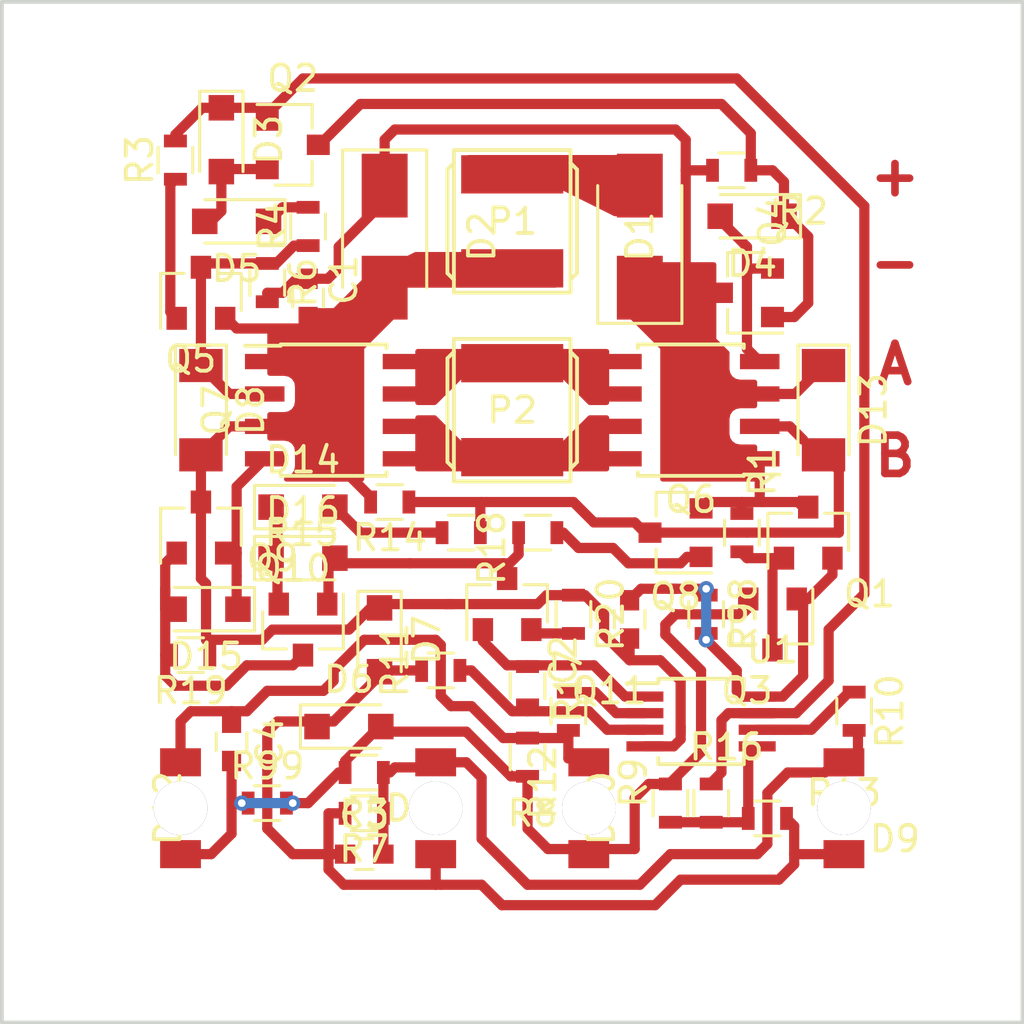
<source format=kicad_pcb>
(kicad_pcb (version 4) (host pcbnew 4.0.5+dfsg1-4~bpo8+1)

  (general
    (links 108)
    (no_connects 0)
    (area 120.924999 92.924999 161.075001 133.075001)
    (thickness 1.6)
    (drawings 8)
    (tracks 420)
    (zones 0)
    (modules 56)
    (nets 32)
  )

  (page A4)
  (layers
    (0 F.Cu signal)
    (31 B.Cu signal)
    (32 B.Adhes user)
    (33 F.Adhes user)
    (34 B.Paste user)
    (35 F.Paste user)
    (36 B.SilkS user hide)
    (37 F.SilkS user hide)
    (38 B.Mask user)
    (39 F.Mask user)
    (40 Dwgs.User user)
    (41 Cmts.User user)
    (42 Eco1.User user)
    (43 Eco2.User user)
    (44 Edge.Cuts user)
    (45 Margin user)
    (46 B.CrtYd user)
    (47 F.CrtYd user)
    (48 B.Fab user)
    (49 F.Fab user hide)
  )

  (setup
    (last_trace_width 0.4)
    (trace_clearance 0.2)
    (zone_clearance 0.4)
    (zone_45_only no)
    (trace_min 0.2)
    (segment_width 0.2)
    (edge_width 0.15)
    (via_size 0.6)
    (via_drill 0.3)
    (via_min_size 0.4)
    (via_min_drill 0.3)
    (uvia_size 0.3)
    (uvia_drill 0.1)
    (uvias_allowed no)
    (uvia_min_size 0.2)
    (uvia_min_drill 0.1)
    (pcb_text_width 0.3)
    (pcb_text_size 1.5 1.5)
    (mod_edge_width 0.15)
    (mod_text_size 1 1)
    (mod_text_width 0.15)
    (pad_size 2.1 2.1)
    (pad_drill 2.1)
    (pad_to_mask_clearance 0.2)
    (aux_axis_origin 0 0)
    (visible_elements FFFFFF7F)
    (pcbplotparams
      (layerselection 0x20000_00000000)
      (usegerberextensions false)
      (excludeedgelayer false)
      (linewidth 0.020000)
      (plotframeref false)
      (viasonmask false)
      (mode 1)
      (useauxorigin false)
      (hpglpennumber 1)
      (hpglpenspeed 20)
      (hpglpendiameter 15)
      (hpglpenoverlay 2)
      (psnegative false)
      (psa4output false)
      (plotreference false)
      (plotvalue false)
      (plotinvisibletext false)
      (padsonsilk false)
      (subtractmaskfromsilk false)
      (outputformat 5)
      (mirror false)
      (drillshape 1)
      (scaleselection 1)
      (outputdirectory /tmp/))
  )

  (net 0 "")
  (net 1 GND)
  (net 2 /V+)
  (net 3 "Net-(D1-Pad2)")
  (net 4 "Net-(D4-Pad1)")
  (net 5 "Net-(D4-Pad2)")
  (net 6 "Net-(D8-Pad1)")
  (net 7 /MOTOR_A)
  (net 8 /MOTOR_B)
  (net 9 /DAY_DETECT)
  (net 10 "Net-(Q11-Pad2)")
  (net 11 /FOLLOW_SUN)
  (net 12 "Net-(R12-Pad1)")
  (net 13 "Net-(R13-Pad1)")
  (net 14 "Net-(C3-Pad2)")
  (net 15 "Net-(C4-Pad2)")
  (net 16 "Net-(D5-Pad1)")
  (net 17 "Net-(D14-Pad2)")
  (net 18 "Net-(D15-Pad1)")
  (net 19 "Net-(D15-Pad2)")
  (net 20 "Net-(D16-Pad2)")
  (net 21 "Net-(Q5-Pad1)")
  (net 22 "Net-(Q8-Pad1)")
  (net 23 /VCC_1V5)
  (net 24 "Net-(C3-Pad1)")
  (net 25 "Net-(C4-Pad1)")
  (net 26 "Net-(D3-Pad2)")
  (net 27 "Net-(D13-Pad2)")
  (net 28 "Net-(D14-Pad1)")
  (net 29 "Net-(Q1-Pad1)")
  (net 30 "Net-(R10-Pad1)")
  (net 31 "Net-(R11-Pad1)")

  (net_class Default "Dies ist die voreingestellte Netzklasse."
    (clearance 0.2)
    (trace_width 0.4)
    (via_dia 0.6)
    (via_drill 0.3)
    (uvia_dia 0.3)
    (uvia_drill 0.1)
    (add_net /DAY_DETECT)
    (add_net /FOLLOW_SUN)
    (add_net /MOTOR_A)
    (add_net /MOTOR_B)
    (add_net /V+)
    (add_net /VCC_1V5)
    (add_net GND)
    (add_net "Net-(C3-Pad1)")
    (add_net "Net-(C3-Pad2)")
    (add_net "Net-(C4-Pad1)")
    (add_net "Net-(C4-Pad2)")
    (add_net "Net-(D1-Pad2)")
    (add_net "Net-(D13-Pad2)")
    (add_net "Net-(D14-Pad1)")
    (add_net "Net-(D14-Pad2)")
    (add_net "Net-(D15-Pad1)")
    (add_net "Net-(D15-Pad2)")
    (add_net "Net-(D16-Pad2)")
    (add_net "Net-(D3-Pad2)")
    (add_net "Net-(D4-Pad1)")
    (add_net "Net-(D4-Pad2)")
    (add_net "Net-(D5-Pad1)")
    (add_net "Net-(D8-Pad1)")
    (add_net "Net-(Q1-Pad1)")
    (add_net "Net-(Q11-Pad2)")
    (add_net "Net-(Q5-Pad1)")
    (add_net "Net-(Q8-Pad1)")
    (add_net "Net-(R10-Pad1)")
    (add_net "Net-(R11-Pad1)")
    (add_net "Net-(R12-Pad1)")
    (add_net "Net-(R13-Pad1)")
  )

  (module Capacitors_SMD:C_0603 (layer F.Cu) (tedit 58FB225B) (tstamp 58F48DAE)
    (at 130 122 270)
    (descr "Capacitor SMD 0603, reflow soldering, AVX (see smccp.pdf)")
    (tags "capacitor 0603")
    (path /58F4B16E)
    (attr smd)
    (fp_text reference C4 (at 0 -1.5 270) (layer F.SilkS)
      (effects (font (size 1 1) (thickness 0.15)))
    )
    (fp_text value 100n (at 0 1 270) (layer F.Fab) hide
      (effects (font (size 1 1) (thickness 0.15)))
    )
    (fp_text user %R (at 0 0 270) (layer F.Fab)
      (effects (font (size 0.5 0.5) (thickness 0.075)))
    )
    (fp_line (start -0.8 0.4) (end -0.8 -0.4) (layer F.Fab) (width 0.1))
    (fp_line (start 0.8 0.4) (end -0.8 0.4) (layer F.Fab) (width 0.1))
    (fp_line (start 0.8 -0.4) (end 0.8 0.4) (layer F.Fab) (width 0.1))
    (fp_line (start -0.8 -0.4) (end 0.8 -0.4) (layer F.Fab) (width 0.1))
    (fp_line (start -0.35 -0.6) (end 0.35 -0.6) (layer F.SilkS) (width 0.12))
    (fp_line (start 0.35 0.6) (end -0.35 0.6) (layer F.SilkS) (width 0.12))
    (fp_line (start -1.4 -0.65) (end 1.4 -0.65) (layer F.CrtYd) (width 0.05))
    (fp_line (start -1.4 -0.65) (end -1.4 0.65) (layer F.CrtYd) (width 0.05))
    (fp_line (start 1.4 0.65) (end 1.4 -0.65) (layer F.CrtYd) (width 0.05))
    (fp_line (start 1.4 0.65) (end -1.4 0.65) (layer F.CrtYd) (width 0.05))
    (pad 1 smd rect (at -0.75 0 270) (size 0.8 0.75) (layers F.Cu F.Paste F.Mask)
      (net 25 "Net-(C4-Pad1)"))
    (pad 2 smd rect (at 0.75 0 270) (size 0.8 0.75) (layers F.Cu F.Paste F.Mask)
      (net 15 "Net-(C4-Pad2)"))
    (model Capacitors_SMD.3dshapes/C_0603.wrl
      (at (xyz 0 0 0))
      (scale (xyz 1 1 1))
      (rotate (xyz 0 0 0))
    )
  )

  (module Resistors_SMD:R_0603 (layer F.Cu) (tedit 58F32A85) (tstamp 58F1186B)
    (at 151 125)
    (descr "Resistor SMD 0603, reflow soldering, Vishay (see dcrcw.pdf)")
    (tags "resistor 0603")
    (path /58F4CCD0)
    (attr smd)
    (fp_text reference R13 (at 3 -1) (layer F.SilkS)
      (effects (font (size 1 1) (thickness 0.15)))
    )
    (fp_text value 100k (at 0 1.5) (layer F.Fab) hide
      (effects (font (size 1 1) (thickness 0.15)))
    )
    (fp_text user %R (at 0 0) (layer F.Fab)
      (effects (font (size 0.5 0.5) (thickness 0.075)))
    )
    (fp_line (start -0.8 0.4) (end -0.8 -0.4) (layer F.Fab) (width 0.1))
    (fp_line (start 0.8 0.4) (end -0.8 0.4) (layer F.Fab) (width 0.1))
    (fp_line (start 0.8 -0.4) (end 0.8 0.4) (layer F.Fab) (width 0.1))
    (fp_line (start -0.8 -0.4) (end 0.8 -0.4) (layer F.Fab) (width 0.1))
    (fp_line (start 0.5 0.68) (end -0.5 0.68) (layer F.SilkS) (width 0.12))
    (fp_line (start -0.5 -0.68) (end 0.5 -0.68) (layer F.SilkS) (width 0.12))
    (fp_line (start -1.25 -0.7) (end 1.25 -0.7) (layer F.CrtYd) (width 0.05))
    (fp_line (start -1.25 -0.7) (end -1.25 0.7) (layer F.CrtYd) (width 0.05))
    (fp_line (start 1.25 0.7) (end 1.25 -0.7) (layer F.CrtYd) (width 0.05))
    (fp_line (start 1.25 0.7) (end -1.25 0.7) (layer F.CrtYd) (width 0.05))
    (pad 1 smd rect (at -0.75 0) (size 0.5 0.9) (layers F.Cu F.Paste F.Mask)
      (net 13 "Net-(R13-Pad1)"))
    (pad 2 smd rect (at 0.75 0) (size 0.5 0.9) (layers F.Cu F.Paste F.Mask)
      (net 24 "Net-(C3-Pad1)"))
    (model ${KISYS3DMOD}/Resistors_SMD.3dshapes/R_0603.wrl
      (at (xyz 0 0 0))
      (scale (xyz 1 1 1))
      (rotate (xyz 0 0 0))
    )
  )

  (module Resistors_SMD:R_0603 (layer F.Cu) (tedit 58F32B78) (tstamp 58F1184D)
    (at 141.6 122.6 90)
    (descr "Resistor SMD 0603, reflow soldering, Vishay (see dcrcw.pdf)")
    (tags "resistor 0603")
    (path /58F4B4AE)
    (attr smd)
    (fp_text reference R8 (at -2.2 0.2 180) (layer F.SilkS)
      (effects (font (size 1 1) (thickness 0.15)))
    )
    (fp_text value 5.1M (at 0 1.5 90) (layer F.Fab) hide
      (effects (font (size 1 1) (thickness 0.15)))
    )
    (fp_text user %R (at 0 0 90) (layer F.Fab)
      (effects (font (size 0.5 0.5) (thickness 0.075)))
    )
    (fp_line (start -0.8 0.4) (end -0.8 -0.4) (layer F.Fab) (width 0.1))
    (fp_line (start 0.8 0.4) (end -0.8 0.4) (layer F.Fab) (width 0.1))
    (fp_line (start 0.8 -0.4) (end 0.8 0.4) (layer F.Fab) (width 0.1))
    (fp_line (start -0.8 -0.4) (end 0.8 -0.4) (layer F.Fab) (width 0.1))
    (fp_line (start 0.5 0.68) (end -0.5 0.68) (layer F.SilkS) (width 0.12))
    (fp_line (start -0.5 -0.68) (end 0.5 -0.68) (layer F.SilkS) (width 0.12))
    (fp_line (start -1.25 -0.7) (end 1.25 -0.7) (layer F.CrtYd) (width 0.05))
    (fp_line (start -1.25 -0.7) (end -1.25 0.7) (layer F.CrtYd) (width 0.05))
    (fp_line (start 1.25 0.7) (end 1.25 -0.7) (layer F.CrtYd) (width 0.05))
    (fp_line (start 1.25 0.7) (end -1.25 0.7) (layer F.CrtYd) (width 0.05))
    (pad 1 smd rect (at -0.75 0 90) (size 0.5 0.9) (layers F.Cu F.Paste F.Mask)
      (net 15 "Net-(C4-Pad2)"))
    (pad 2 smd rect (at 0.75 0 90) (size 0.5 0.9) (layers F.Cu F.Paste F.Mask)
      (net 25 "Net-(C4-Pad1)"))
    (model ${KISYS3DMOD}/Resistors_SMD.3dshapes/R_0603.wrl
      (at (xyz 0 0 0))
      (scale (xyz 1 1 1))
      (rotate (xyz 0 0 0))
    )
  )

  (module Housings_SSOP:MSOP-8_3x3mm_Pitch0.65mm (layer F.Cu) (tedit 58FA3D40) (tstamp 58F118A7)
    (at 148.4 121.2)
    (descr "8-Lead Plastic Micro Small Outline Package (MS) [MSOP] (see Microchip Packaging Specification 00000049BS.pdf)")
    (tags "SSOP 0.65")
    (path /58E94A6C)
    (attr smd)
    (fp_text reference U1 (at 2.8 -2.8) (layer F.SilkS)
      (effects (font (size 1 1) (thickness 0.15)))
    )
    (fp_text value TS882IST (at 0 2.6) (layer F.Fab) hide
      (effects (font (size 1 1) (thickness 0.15)))
    )
    (fp_line (start -0.5 -1.5) (end 1.5 -1.5) (layer F.Fab) (width 0.15))
    (fp_line (start 1.5 -1.5) (end 1.5 1.5) (layer F.Fab) (width 0.15))
    (fp_line (start 1.5 1.5) (end -1.5 1.5) (layer F.Fab) (width 0.15))
    (fp_line (start -1.5 1.5) (end -1.5 -0.5) (layer F.Fab) (width 0.15))
    (fp_line (start -1.5 -0.5) (end -0.5 -1.5) (layer F.Fab) (width 0.15))
    (fp_line (start -3.2 -1.85) (end -3.2 1.85) (layer F.CrtYd) (width 0.05))
    (fp_line (start 3.2 -1.85) (end 3.2 1.85) (layer F.CrtYd) (width 0.05))
    (fp_line (start -3.2 -1.85) (end 3.2 -1.85) (layer F.CrtYd) (width 0.05))
    (fp_line (start -3.2 1.85) (end 3.2 1.85) (layer F.CrtYd) (width 0.05))
    (fp_line (start -1.675 -1.675) (end -1.675 -1.5) (layer F.SilkS) (width 0.15))
    (fp_line (start 1.675 -1.675) (end 1.675 -1.425) (layer F.SilkS) (width 0.15))
    (fp_line (start 1.675 1.675) (end 1.675 1.425) (layer F.SilkS) (width 0.15))
    (fp_line (start -1.675 1.675) (end -1.675 1.425) (layer F.SilkS) (width 0.15))
    (fp_line (start -1.675 -1.675) (end 1.675 -1.675) (layer F.SilkS) (width 0.15))
    (fp_line (start -1.675 1.675) (end 1.675 1.675) (layer F.SilkS) (width 0.15))
    (fp_line (start -1.675 -1.5) (end -2.925 -1.5) (layer F.SilkS) (width 0.15))
    (fp_text user %R (at 0 0 180) (layer F.Fab)
      (effects (font (size 0.6 0.6) (thickness 0.15)))
    )
    (pad 1 smd rect (at -2.2 -0.975) (size 1.45 0.4) (layers F.Cu F.Paste F.Mask)
      (net 11 /FOLLOW_SUN))
    (pad 2 smd rect (at -2.2 -0.325) (size 1.45 0.4) (layers F.Cu F.Paste F.Mask)
      (net 12 "Net-(R12-Pad1)"))
    (pad 3 smd rect (at -2.2 0.325) (size 1.45 0.4) (layers F.Cu F.Paste F.Mask)
      (net 31 "Net-(R11-Pad1)"))
    (pad 4 smd rect (at -2.2 0.975) (size 1.45 0.4) (layers F.Cu F.Paste F.Mask)
      (net 1 GND))
    (pad 5 smd rect (at 2.2 0.975) (size 1.45 0.4) (layers F.Cu F.Paste F.Mask)
      (net 13 "Net-(R13-Pad1)"))
    (pad 6 smd rect (at 2.2 0.325) (size 1.45 0.4) (layers F.Cu F.Paste F.Mask)
      (net 30 "Net-(R10-Pad1)"))
    (pad 7 smd rect (at 2.2 -0.325) (size 1.45 0.4) (layers F.Cu F.Paste F.Mask)
      (net 9 /DAY_DETECT))
    (pad 8 smd rect (at 2.2 -0.975) (size 1.45 0.4) (layers F.Cu F.Paste F.Mask)
      (net 23 /VCC_1V5))
    (model ${KISYS3DMOD}/Housings_SSOP.3dshapes/MSOP-8_3x3mm_Pitch0.65mm.wrl
      (at (xyz 0 0 0))
      (scale (xyz 1 1 1))
      (rotate (xyz 0 0 0))
    )
  )

  (module Capacitors_SMD:C_0603 (layer F.Cu) (tedit 58F32B2D) (tstamp 58F11766)
    (at 145.6 117.2 90)
    (descr "Capacitor SMD 0603, reflow soldering, AVX (see smccp.pdf)")
    (tags "capacitor 0603")
    (path /58EDB1BA)
    (attr smd)
    (fp_text reference C2 (at -1.6 -2.6 270) (layer F.SilkS)
      (effects (font (size 1 1) (thickness 0.15)))
    )
    (fp_text value 100n (at 0 1.5 90) (layer F.Fab) hide
      (effects (font (size 1 1) (thickness 0.15)))
    )
    (fp_text user %R (at 0 0 90) (layer F.Fab)
      (effects (font (size 0.5 0.5) (thickness 0.075)))
    )
    (fp_line (start -0.8 0.4) (end -0.8 -0.4) (layer F.Fab) (width 0.1))
    (fp_line (start 0.8 0.4) (end -0.8 0.4) (layer F.Fab) (width 0.1))
    (fp_line (start 0.8 -0.4) (end 0.8 0.4) (layer F.Fab) (width 0.1))
    (fp_line (start -0.8 -0.4) (end 0.8 -0.4) (layer F.Fab) (width 0.1))
    (fp_line (start -0.35 -0.6) (end 0.35 -0.6) (layer F.SilkS) (width 0.12))
    (fp_line (start 0.35 0.6) (end -0.35 0.6) (layer F.SilkS) (width 0.12))
    (fp_line (start -1.4 -0.65) (end 1.4 -0.65) (layer F.CrtYd) (width 0.05))
    (fp_line (start -1.4 -0.65) (end -1.4 0.65) (layer F.CrtYd) (width 0.05))
    (fp_line (start 1.4 0.65) (end 1.4 -0.65) (layer F.CrtYd) (width 0.05))
    (fp_line (start 1.4 0.65) (end -1.4 0.65) (layer F.CrtYd) (width 0.05))
    (pad 1 smd rect (at -0.75 0 90) (size 0.8 0.75) (layers F.Cu F.Paste F.Mask)
      (net 1 GND))
    (pad 2 smd rect (at 0.75 0 90) (size 0.8 0.75) (layers F.Cu F.Paste F.Mask)
      (net 23 /VCC_1V5))
    (model Capacitors_SMD.3dshapes/C_0603.wrl
      (at (xyz 0 0 0))
      (scale (xyz 1 1 1))
      (rotate (xyz 0 0 0))
    )
  )

  (module TO_SOT_Packages_SMD:SOT-23 (layer F.Cu) (tedit 58F32E3D) (tstamp 58F117CD)
    (at 151.2 117.4 270)
    (descr "SOT-23, Standard")
    (tags SOT-23)
    (path /58EF58C3)
    (attr smd)
    (fp_text reference Q3 (at 2.6 1 540) (layer F.SilkS)
      (effects (font (size 1 1) (thickness 0.15)))
    )
    (fp_text value BC847 (at 0 2.5 270) (layer F.Fab) hide
      (effects (font (size 1 1) (thickness 0.15)))
    )
    (fp_text user %R (at 0 0 360) (layer F.Fab)
      (effects (font (size 0.5 0.5) (thickness 0.075)))
    )
    (fp_line (start -0.7 -0.95) (end -0.7 1.5) (layer F.Fab) (width 0.1))
    (fp_line (start -0.15 -1.52) (end 0.7 -1.52) (layer F.Fab) (width 0.1))
    (fp_line (start -0.7 -0.95) (end -0.15 -1.52) (layer F.Fab) (width 0.1))
    (fp_line (start 0.7 -1.52) (end 0.7 1.52) (layer F.Fab) (width 0.1))
    (fp_line (start -0.7 1.52) (end 0.7 1.52) (layer F.Fab) (width 0.1))
    (fp_line (start 0.76 1.58) (end 0.76 0.65) (layer F.SilkS) (width 0.12))
    (fp_line (start 0.76 -1.58) (end 0.76 -0.65) (layer F.SilkS) (width 0.12))
    (fp_line (start -1.7 -1.75) (end 1.7 -1.75) (layer F.CrtYd) (width 0.05))
    (fp_line (start 1.7 -1.75) (end 1.7 1.75) (layer F.CrtYd) (width 0.05))
    (fp_line (start 1.7 1.75) (end -1.7 1.75) (layer F.CrtYd) (width 0.05))
    (fp_line (start -1.7 1.75) (end -1.7 -1.75) (layer F.CrtYd) (width 0.05))
    (fp_line (start 0.76 -1.58) (end -1.4 -1.58) (layer F.SilkS) (width 0.12))
    (fp_line (start 0.76 1.58) (end -0.7 1.58) (layer F.SilkS) (width 0.12))
    (pad 1 smd rect (at -1 -0.95 270) (size 0.9 0.8) (layers F.Cu F.Paste F.Mask)
      (net 23 /VCC_1V5))
    (pad 2 smd rect (at -1 0.95 270) (size 0.9 0.8) (layers F.Cu F.Paste F.Mask)
      (net 15 "Net-(C4-Pad2)"))
    (pad 3 smd rect (at 1 0 270) (size 0.9 0.8) (layers F.Cu F.Paste F.Mask)
      (net 29 "Net-(Q1-Pad1)"))
    (model ${KISYS3DMOD}/TO_SOT_Packages_SMD.3dshapes/SOT-23.wrl
      (at (xyz 0 0 0))
      (scale (xyz 1 1 1))
      (rotate (xyz 0 0 0))
    )
  )

  (module Resistors_SMD:R_0603 (layer F.Cu) (tedit 58F32AAD) (tstamp 58F11865)
    (at 143.2 120.8 270)
    (descr "Resistor SMD 0603, reflow soldering, Vishay (see dcrcw.pdf)")
    (tags "resistor 0603")
    (path /58F4D4EE)
    (attr smd)
    (fp_text reference R12 (at 2.8 1 270) (layer F.SilkS)
      (effects (font (size 1 1) (thickness 0.15)))
    )
    (fp_text value 100k (at 0 1.5 270) (layer F.Fab) hide
      (effects (font (size 1 1) (thickness 0.15)))
    )
    (fp_text user %R (at 0 0 270) (layer F.Fab)
      (effects (font (size 0.5 0.5) (thickness 0.075)))
    )
    (fp_line (start -0.8 0.4) (end -0.8 -0.4) (layer F.Fab) (width 0.1))
    (fp_line (start 0.8 0.4) (end -0.8 0.4) (layer F.Fab) (width 0.1))
    (fp_line (start 0.8 -0.4) (end 0.8 0.4) (layer F.Fab) (width 0.1))
    (fp_line (start -0.8 -0.4) (end 0.8 -0.4) (layer F.Fab) (width 0.1))
    (fp_line (start 0.5 0.68) (end -0.5 0.68) (layer F.SilkS) (width 0.12))
    (fp_line (start -0.5 -0.68) (end 0.5 -0.68) (layer F.SilkS) (width 0.12))
    (fp_line (start -1.25 -0.7) (end 1.25 -0.7) (layer F.CrtYd) (width 0.05))
    (fp_line (start -1.25 -0.7) (end -1.25 0.7) (layer F.CrtYd) (width 0.05))
    (fp_line (start 1.25 0.7) (end 1.25 -0.7) (layer F.CrtYd) (width 0.05))
    (fp_line (start 1.25 0.7) (end -1.25 0.7) (layer F.CrtYd) (width 0.05))
    (pad 1 smd rect (at -0.75 0 270) (size 0.5 0.9) (layers F.Cu F.Paste F.Mask)
      (net 12 "Net-(R12-Pad1)"))
    (pad 2 smd rect (at 0.75 0 270) (size 0.5 0.9) (layers F.Cu F.Paste F.Mask)
      (net 25 "Net-(C4-Pad1)"))
    (model ${KISYS3DMOD}/Resistors_SMD.3dshapes/R_0603.wrl
      (at (xyz 0 0 0))
      (scale (xyz 1 1 1))
      (rotate (xyz 0 0 0))
    )
  )

  (module Diodes_SMD:D_SOD-323_HandSoldering (layer F.Cu) (tedit 58FB22FE) (tstamp 58F48DC3)
    (at 134.6 121.4)
    (descr SOD-323)
    (tags SOD-323)
    (path /58EDA100)
    (attr smd)
    (fp_text reference D6 (at 0 -1.85) (layer F.SilkS)
      (effects (font (size 1 1) (thickness 0.15)))
    )
    (fp_text value D (at -1.4 0) (layer F.Fab) hide
      (effects (font (size 1 1) (thickness 0.15)))
    )
    (fp_line (start -1.9 -0.85) (end -1.9 0.85) (layer F.SilkS) (width 0.12))
    (fp_line (start 0.2 0) (end 0.45 0) (layer F.Fab) (width 0.1))
    (fp_line (start 0.2 0.35) (end -0.3 0) (layer F.Fab) (width 0.1))
    (fp_line (start 0.2 -0.35) (end 0.2 0.35) (layer F.Fab) (width 0.1))
    (fp_line (start -0.3 0) (end 0.2 -0.35) (layer F.Fab) (width 0.1))
    (fp_line (start -0.3 0) (end -0.5 0) (layer F.Fab) (width 0.1))
    (fp_line (start -0.3 -0.35) (end -0.3 0.35) (layer F.Fab) (width 0.1))
    (fp_line (start -0.9 0.7) (end -0.9 -0.7) (layer F.Fab) (width 0.1))
    (fp_line (start 0.9 0.7) (end -0.9 0.7) (layer F.Fab) (width 0.1))
    (fp_line (start 0.9 -0.7) (end 0.9 0.7) (layer F.Fab) (width 0.1))
    (fp_line (start -0.9 -0.7) (end 0.9 -0.7) (layer F.Fab) (width 0.1))
    (fp_line (start -2 -0.95) (end 2 -0.95) (layer F.CrtYd) (width 0.05))
    (fp_line (start 2 -0.95) (end 2 0.95) (layer F.CrtYd) (width 0.05))
    (fp_line (start -2 0.95) (end 2 0.95) (layer F.CrtYd) (width 0.05))
    (fp_line (start -2 -0.95) (end -2 0.95) (layer F.CrtYd) (width 0.05))
    (fp_line (start -1.9 0.85) (end 1.25 0.85) (layer F.SilkS) (width 0.12))
    (fp_line (start -1.9 -0.85) (end 1.25 -0.85) (layer F.SilkS) (width 0.12))
    (pad 1 smd rect (at -1.25 0) (size 1 1) (layers F.Cu F.Paste F.Mask)
      (net 24 "Net-(C3-Pad1)"))
    (pad 2 smd rect (at 1.25 0) (size 1 1) (layers F.Cu F.Paste F.Mask)
      (net 15 "Net-(C4-Pad2)"))
    (model Diodes_SMD.3dshapes/D_SOD-323.wrl
      (at (xyz 0 0 0))
      (scale (xyz 1 1 1))
      (rotate (xyz 0 0 180))
    )
  )

  (module TO_SOT_Packages_SMD:SOT-23 (layer F.Cu) (tedit 58F32C1E) (tstamp 58F117BF)
    (at 152.6 113.8 90)
    (descr "SOT-23, Standard")
    (tags SOT-23)
    (path /58EF5650)
    (attr smd)
    (fp_text reference Q1 (at -2.4 2.4 180) (layer F.SilkS)
      (effects (font (size 1 1) (thickness 0.15)))
    )
    (fp_text value BC847 (at 0 2.5 90) (layer F.Fab) hide
      (effects (font (size 1 1) (thickness 0.15)))
    )
    (fp_text user %R (at 0 0 180) (layer F.Fab)
      (effects (font (size 0.5 0.5) (thickness 0.075)))
    )
    (fp_line (start -0.7 -0.95) (end -0.7 1.5) (layer F.Fab) (width 0.1))
    (fp_line (start -0.15 -1.52) (end 0.7 -1.52) (layer F.Fab) (width 0.1))
    (fp_line (start -0.7 -0.95) (end -0.15 -1.52) (layer F.Fab) (width 0.1))
    (fp_line (start 0.7 -1.52) (end 0.7 1.52) (layer F.Fab) (width 0.1))
    (fp_line (start -0.7 1.52) (end 0.7 1.52) (layer F.Fab) (width 0.1))
    (fp_line (start 0.76 1.58) (end 0.76 0.65) (layer F.SilkS) (width 0.12))
    (fp_line (start 0.76 -1.58) (end 0.76 -0.65) (layer F.SilkS) (width 0.12))
    (fp_line (start -1.7 -1.75) (end 1.7 -1.75) (layer F.CrtYd) (width 0.05))
    (fp_line (start 1.7 -1.75) (end 1.7 1.75) (layer F.CrtYd) (width 0.05))
    (fp_line (start 1.7 1.75) (end -1.7 1.75) (layer F.CrtYd) (width 0.05))
    (fp_line (start -1.7 1.75) (end -1.7 -1.75) (layer F.CrtYd) (width 0.05))
    (fp_line (start 0.76 -1.58) (end -1.4 -1.58) (layer F.SilkS) (width 0.12))
    (fp_line (start 0.76 1.58) (end -0.7 1.58) (layer F.SilkS) (width 0.12))
    (pad 1 smd rect (at -1 -0.95 90) (size 0.9 0.8) (layers F.Cu F.Paste F.Mask)
      (net 29 "Net-(Q1-Pad1)"))
    (pad 2 smd rect (at -1 0.95 90) (size 0.9 0.8) (layers F.Cu F.Paste F.Mask)
      (net 23 /VCC_1V5))
    (pad 3 smd rect (at 1 0 90) (size 0.9 0.8) (layers F.Cu F.Paste F.Mask)
      (net 2 /V+))
    (model ${KISYS3DMOD}/TO_SOT_Packages_SMD.3dshapes/SOT-23.wrl
      (at (xyz 0 0 0))
      (scale (xyz 1 1 1))
      (rotate (xyz 0 0 0))
    )
  )

  (module TO_SOT_Packages_SMD:SOT-23 (layer F.Cu) (tedit 58F32C80) (tstamp 58F1180F)
    (at 140.8 116.6 90)
    (descr "SOT-23, Standard")
    (tags SOT-23)
    (path /58EF5E49)
    (attr smd)
    (fp_text reference Q11 (at -3.4 4 180) (layer F.SilkS)
      (effects (font (size 1 1) (thickness 0.15)))
    )
    (fp_text value BC847 (at 1.2 4.8 90) (layer F.Fab) hide
      (effects (font (size 1 1) (thickness 0.15)))
    )
    (fp_text user %R (at 0 0 180) (layer F.Fab)
      (effects (font (size 0.5 0.5) (thickness 0.075)))
    )
    (fp_line (start -0.7 -0.95) (end -0.7 1.5) (layer F.Fab) (width 0.1))
    (fp_line (start -0.15 -1.52) (end 0.7 -1.52) (layer F.Fab) (width 0.1))
    (fp_line (start -0.7 -0.95) (end -0.15 -1.52) (layer F.Fab) (width 0.1))
    (fp_line (start 0.7 -1.52) (end 0.7 1.52) (layer F.Fab) (width 0.1))
    (fp_line (start -0.7 1.52) (end 0.7 1.52) (layer F.Fab) (width 0.1))
    (fp_line (start 0.76 1.58) (end 0.76 0.65) (layer F.SilkS) (width 0.12))
    (fp_line (start 0.76 -1.58) (end 0.76 -0.65) (layer F.SilkS) (width 0.12))
    (fp_line (start -1.7 -1.75) (end 1.7 -1.75) (layer F.CrtYd) (width 0.05))
    (fp_line (start 1.7 -1.75) (end 1.7 1.75) (layer F.CrtYd) (width 0.05))
    (fp_line (start 1.7 1.75) (end -1.7 1.75) (layer F.CrtYd) (width 0.05))
    (fp_line (start -1.7 1.75) (end -1.7 -1.75) (layer F.CrtYd) (width 0.05))
    (fp_line (start 0.76 -1.58) (end -1.4 -1.58) (layer F.SilkS) (width 0.12))
    (fp_line (start 0.76 1.58) (end -0.7 1.58) (layer F.SilkS) (width 0.12))
    (pad 1 smd rect (at -1 -0.95 90) (size 0.9 0.8) (layers F.Cu F.Paste F.Mask)
      (net 11 /FOLLOW_SUN))
    (pad 2 smd rect (at -1 0.95 90) (size 0.9 0.8) (layers F.Cu F.Paste F.Mask)
      (net 10 "Net-(Q11-Pad2)"))
    (pad 3 smd rect (at 1 0 90) (size 0.9 0.8) (layers F.Cu F.Paste F.Mask)
      (net 20 "Net-(D16-Pad2)"))
    (model ${KISYS3DMOD}/TO_SOT_Packages_SMD.3dshapes/SOT-23.wrl
      (at (xyz 0 0 0))
      (scale (xyz 1 1 1))
      (rotate (xyz 0 0 0))
    )
  )

  (module Resistors_SMD:R_0603 (layer F.Cu) (tedit 58F32C00) (tstamp 58F11823)
    (at 150 113.8 270)
    (descr "Resistor SMD 0603, reflow soldering, Vishay (see dcrcw.pdf)")
    (tags "resistor 0603")
    (path /58EDA5C8)
    (attr smd)
    (fp_text reference R1 (at -2.4 -0.8 270) (layer F.SilkS)
      (effects (font (size 1 1) (thickness 0.15)))
    )
    (fp_text value 100k (at 0 1.5 270) (layer F.Fab) hide
      (effects (font (size 1 1) (thickness 0.15)))
    )
    (fp_text user %R (at 0 0 270) (layer F.Fab)
      (effects (font (size 0.5 0.5) (thickness 0.075)))
    )
    (fp_line (start -0.8 0.4) (end -0.8 -0.4) (layer F.Fab) (width 0.1))
    (fp_line (start 0.8 0.4) (end -0.8 0.4) (layer F.Fab) (width 0.1))
    (fp_line (start 0.8 -0.4) (end 0.8 0.4) (layer F.Fab) (width 0.1))
    (fp_line (start -0.8 -0.4) (end 0.8 -0.4) (layer F.Fab) (width 0.1))
    (fp_line (start 0.5 0.68) (end -0.5 0.68) (layer F.SilkS) (width 0.12))
    (fp_line (start -0.5 -0.68) (end 0.5 -0.68) (layer F.SilkS) (width 0.12))
    (fp_line (start -1.25 -0.7) (end 1.25 -0.7) (layer F.CrtYd) (width 0.05))
    (fp_line (start -1.25 -0.7) (end -1.25 0.7) (layer F.CrtYd) (width 0.05))
    (fp_line (start 1.25 0.7) (end 1.25 -0.7) (layer F.CrtYd) (width 0.05))
    (fp_line (start 1.25 0.7) (end -1.25 0.7) (layer F.CrtYd) (width 0.05))
    (pad 1 smd rect (at -0.75 0 270) (size 0.5 0.9) (layers F.Cu F.Paste F.Mask)
      (net 2 /V+))
    (pad 2 smd rect (at 0.75 0 270) (size 0.5 0.9) (layers F.Cu F.Paste F.Mask)
      (net 29 "Net-(Q1-Pad1)"))
    (model ${KISYS3DMOD}/Resistors_SMD.3dshapes/R_0603.wrl
      (at (xyz 0 0 0))
      (scale (xyz 1 1 1))
      (rotate (xyz 0 0 0))
    )
  )

  (module Capacitors_SMD:C_0603 (layer F.Cu) (tedit 58F32B59) (tstamp 58F11760)
    (at 133 104.6 270)
    (descr "Capacitor SMD 0603, reflow soldering, AVX (see smccp.pdf)")
    (tags "capacitor 0603")
    (path /58F48D72)
    (attr smd)
    (fp_text reference C1 (at -0.7 -1.4 450) (layer F.SilkS)
      (effects (font (size 1 1) (thickness 0.15)))
    )
    (fp_text value 100n (at 0 1.5 270) (layer F.Fab) hide
      (effects (font (size 1 1) (thickness 0.15)))
    )
    (fp_text user %R (at 0 0 270) (layer F.Fab)
      (effects (font (size 0.5 0.5) (thickness 0.075)))
    )
    (fp_line (start -0.8 0.4) (end -0.8 -0.4) (layer F.Fab) (width 0.1))
    (fp_line (start 0.8 0.4) (end -0.8 0.4) (layer F.Fab) (width 0.1))
    (fp_line (start 0.8 -0.4) (end 0.8 0.4) (layer F.Fab) (width 0.1))
    (fp_line (start -0.8 -0.4) (end 0.8 -0.4) (layer F.Fab) (width 0.1))
    (fp_line (start -0.35 -0.6) (end 0.35 -0.6) (layer F.SilkS) (width 0.12))
    (fp_line (start 0.35 0.6) (end -0.35 0.6) (layer F.SilkS) (width 0.12))
    (fp_line (start -1.4 -0.65) (end 1.4 -0.65) (layer F.CrtYd) (width 0.05))
    (fp_line (start -1.4 -0.65) (end -1.4 0.65) (layer F.CrtYd) (width 0.05))
    (fp_line (start 1.4 0.65) (end 1.4 -0.65) (layer F.CrtYd) (width 0.05))
    (fp_line (start 1.4 0.65) (end -1.4 0.65) (layer F.CrtYd) (width 0.05))
    (pad 1 smd rect (at -0.75 0 270) (size 0.8 0.75) (layers F.Cu F.Paste F.Mask)
      (net 2 /V+))
    (pad 2 smd rect (at 0.75 0 270) (size 0.8 0.75) (layers F.Cu F.Paste F.Mask)
      (net 1 GND))
    (model Capacitors_SMD.3dshapes/C_0603.wrl
      (at (xyz 0 0 0))
      (scale (xyz 1 1 1))
      (rotate (xyz 0 0 0))
    )
  )

  (module Diodes_SMD:D_SMA_Standard (layer F.Cu) (tedit 58F32DEF) (tstamp 58F1176C)
    (at 146 102.2 90)
    (descr "Diode SMA")
    (tags "Diode SMA")
    (path /58EA2B8C)
    (attr smd)
    (fp_text reference D1 (at 0 0 270) (layer F.SilkS)
      (effects (font (size 1 1) (thickness 0.15)))
    )
    (fp_text value D (at 0 4.3 90) (layer F.Fab) hide
      (effects (font (size 1 1) (thickness 0.15)))
    )
    (fp_line (start -3.4 -1.65) (end -3.4 1.65) (layer F.SilkS) (width 0.12))
    (fp_line (start 2.3 1.5) (end -2.3 1.5) (layer F.Fab) (width 0.1))
    (fp_line (start -2.3 1.5) (end -2.3 -1.5) (layer F.Fab) (width 0.1))
    (fp_line (start 2.3 -1.5) (end 2.3 1.5) (layer F.Fab) (width 0.1))
    (fp_line (start 2.3 -1.5) (end -2.3 -1.5) (layer F.Fab) (width 0.1))
    (fp_line (start -3.5 -1.75) (end 3.5 -1.75) (layer F.CrtYd) (width 0.05))
    (fp_line (start 3.5 -1.75) (end 3.5 1.75) (layer F.CrtYd) (width 0.05))
    (fp_line (start 3.5 1.75) (end -3.5 1.75) (layer F.CrtYd) (width 0.05))
    (fp_line (start -3.5 1.75) (end -3.5 -1.75) (layer F.CrtYd) (width 0.05))
    (fp_line (start -0.64944 0.00102) (end -1.55114 0.00102) (layer F.Fab) (width 0.1))
    (fp_line (start 0.50118 0.00102) (end 1.4994 0.00102) (layer F.Fab) (width 0.1))
    (fp_line (start -0.64944 -0.79908) (end -0.64944 0.80112) (layer F.Fab) (width 0.1))
    (fp_line (start 0.50118 0.75032) (end 0.50118 -0.79908) (layer F.Fab) (width 0.1))
    (fp_line (start -0.64944 0.00102) (end 0.50118 0.75032) (layer F.Fab) (width 0.1))
    (fp_line (start -0.64944 0.00102) (end 0.50118 -0.79908) (layer F.Fab) (width 0.1))
    (fp_line (start -3.4 1.65) (end 2 1.65) (layer F.SilkS) (width 0.12))
    (fp_line (start -3.4 -1.65) (end 2 -1.65) (layer F.SilkS) (width 0.12))
    (pad 1 smd rect (at -2 0 90) (size 2.5 1.8) (layers F.Cu F.Paste F.Mask)
      (net 2 /V+))
    (pad 2 smd rect (at 2 0 90) (size 2.5 1.8) (layers F.Cu F.Paste F.Mask)
      (net 3 "Net-(D1-Pad2)"))
    (model Diodes_SMD.3dshapes/D_SMA_Standard.wrl
      (at (xyz 0 0 0))
      (scale (xyz 1 1 1))
      (rotate (xyz 0 0 0))
    )
  )

  (module AMesser_Led:Würth_WL_SMRW_Cylindrical_ReverseMount_1206 (layer F.Cu) (tedit 58FA3DD5) (tstamp 58F117A0)
    (at 154 124.6 270)
    (path /58E94C1D)
    (fp_text reference D9 (at 1.2 -2 360) (layer F.SilkS)
      (effects (font (size 1 1) (thickness 0.15)))
    )
    (fp_text value E (at -1.8 0 360) (layer F.Fab)
      (effects (font (size 1 1) (thickness 0.15)))
    )
    (fp_line (start -1.7 -0.9) (end 1.7 -0.9) (layer F.CrtYd) (width 0.15))
    (fp_line (start 1.7 -0.9) (end 1.7 0.9) (layer F.CrtYd) (width 0.15))
    (fp_line (start 1.7 0.9) (end -1.7 0.9) (layer F.CrtYd) (width 0.15))
    (fp_line (start -1.7 0.9) (end -1.7 -0.9) (layer F.CrtYd) (width 0.15))
    (pad 1 smd rect (at -1.8 0 270) (size 1.1 1.6) (layers F.Cu F.Paste F.Mask)
      (net 14 "Net-(C3-Pad2)"))
    (pad 2 smd rect (at 1.8 0 270) (size 1.1 1.6) (layers F.Cu F.Paste F.Mask)
      (net 24 "Net-(C3-Pad1)"))
    (pad "" thru_hole circle (at 0 0 270) (size 2.1 2.1) (drill 2.1) (layers *.Cu))
  )

  (module Choke_SMD:Choke_SMD_Taiyo_NRS50XX (layer F.Cu) (tedit 58F32DE8) (tstamp 58F117B2)
    (at 141 101.6 270)
    (descr "SMD Power Inductors (NR series S type)")
    (tags "SMD inductor")
    (path /58EA2630)
    (attr smd)
    (fp_text reference P1 (at 0 0 360) (layer F.SilkS)
      (effects (font (size 1 1) (thickness 0.15)))
    )
    (fp_text value CONN_01X02 (at -2.8 0 360) (layer F.Fab) hide
      (effects (font (size 1 1) (thickness 0.15)))
    )
    (fp_line (start -3.048 -2.794) (end 3.048 -2.794) (layer F.CrtYd) (width 0.05))
    (fp_line (start 3.048 -2.794) (end 3.048 2.794) (layer F.CrtYd) (width 0.05))
    (fp_line (start 3.048 2.794) (end -3.048 2.794) (layer F.CrtYd) (width 0.05))
    (fp_line (start -3.048 2.794) (end -3.048 -2.794) (layer F.CrtYd) (width 0.05))
    (fp_line (start -2.286 -2.286) (end -2.794 -2.286) (layer F.SilkS) (width 0.15))
    (fp_line (start -2.794 -2.286) (end -2.794 2.286) (layer F.SilkS) (width 0.15))
    (fp_line (start -2.794 2.286) (end -2.286 2.286) (layer F.SilkS) (width 0.15))
    (fp_line (start 2.794 -2.286) (end 2.794 2.286) (layer F.SilkS) (width 0.15))
    (fp_line (start 2.794 2.286) (end 2.286 2.286) (layer F.SilkS) (width 0.15))
    (fp_line (start 2.286 -2.286) (end 2.794 -2.286) (layer F.SilkS) (width 0.15))
    (fp_line (start -2.286 2.286) (end 2.286 2.286) (layer F.SilkS) (width 0.15))
    (fp_line (start -2.286 -2.286) (end 2.286 -2.286) (layer F.SilkS) (width 0.15))
    (fp_line (start -2.286 -2.286) (end -2.032 -2.54) (layer F.SilkS) (width 0.15))
    (fp_line (start -2.032 -2.54) (end 2.032 -2.54) (layer F.SilkS) (width 0.15))
    (fp_line (start 2.032 -2.54) (end 2.286 -2.286) (layer F.SilkS) (width 0.15))
    (fp_line (start 2.286 2.286) (end 2.032 2.54) (layer F.SilkS) (width 0.15))
    (fp_line (start 2.032 2.54) (end -1.778 2.54) (layer F.SilkS) (width 0.15))
    (fp_line (start -1.778 2.54) (end -2.032 2.54) (layer F.SilkS) (width 0.15))
    (fp_line (start -2.032 2.54) (end -2.286 2.286) (layer F.SilkS) (width 0.15))
    (pad 1 smd rect (at -1.8415 0 270) (size 1.5 4) (layers F.Cu F.Paste F.Mask)
      (net 3 "Net-(D1-Pad2)"))
    (pad 2 smd rect (at 1.8415 0 270) (size 1.5 4) (layers F.Cu F.Paste F.Mask)
      (net 1 GND))
    (model Choke_SMD.3dshapes/Choke_SMD_Taiyo_NRS50XX.wrl
      (at (xyz 0 0 0))
      (scale (xyz 4 4 4))
      (rotate (xyz 0 0 0))
    )
  )

  (module Choke_SMD:Choke_SMD_Taiyo_NRS50XX (layer F.Cu) (tedit 58F32CE1) (tstamp 58F117B8)
    (at 141 109 270)
    (descr "SMD Power Inductors (NR series S type)")
    (tags "SMD inductor")
    (path /58EA2774)
    (attr smd)
    (fp_text reference P2 (at 0 0 540) (layer F.SilkS)
      (effects (font (size 1 1) (thickness 0.15)))
    )
    (fp_text value CONN_01X02 (at -3.2 -0.2 360) (layer F.Fab) hide
      (effects (font (size 1 1) (thickness 0.15)))
    )
    (fp_line (start -3.048 -2.794) (end 3.048 -2.794) (layer F.CrtYd) (width 0.05))
    (fp_line (start 3.048 -2.794) (end 3.048 2.794) (layer F.CrtYd) (width 0.05))
    (fp_line (start 3.048 2.794) (end -3.048 2.794) (layer F.CrtYd) (width 0.05))
    (fp_line (start -3.048 2.794) (end -3.048 -2.794) (layer F.CrtYd) (width 0.05))
    (fp_line (start -2.286 -2.286) (end -2.794 -2.286) (layer F.SilkS) (width 0.15))
    (fp_line (start -2.794 -2.286) (end -2.794 2.286) (layer F.SilkS) (width 0.15))
    (fp_line (start -2.794 2.286) (end -2.286 2.286) (layer F.SilkS) (width 0.15))
    (fp_line (start 2.794 -2.286) (end 2.794 2.286) (layer F.SilkS) (width 0.15))
    (fp_line (start 2.794 2.286) (end 2.286 2.286) (layer F.SilkS) (width 0.15))
    (fp_line (start 2.286 -2.286) (end 2.794 -2.286) (layer F.SilkS) (width 0.15))
    (fp_line (start -2.286 2.286) (end 2.286 2.286) (layer F.SilkS) (width 0.15))
    (fp_line (start -2.286 -2.286) (end 2.286 -2.286) (layer F.SilkS) (width 0.15))
    (fp_line (start -2.286 -2.286) (end -2.032 -2.54) (layer F.SilkS) (width 0.15))
    (fp_line (start -2.032 -2.54) (end 2.032 -2.54) (layer F.SilkS) (width 0.15))
    (fp_line (start 2.032 -2.54) (end 2.286 -2.286) (layer F.SilkS) (width 0.15))
    (fp_line (start 2.286 2.286) (end 2.032 2.54) (layer F.SilkS) (width 0.15))
    (fp_line (start 2.032 2.54) (end -1.778 2.54) (layer F.SilkS) (width 0.15))
    (fp_line (start -1.778 2.54) (end -2.032 2.54) (layer F.SilkS) (width 0.15))
    (fp_line (start -2.032 2.54) (end -2.286 2.286) (layer F.SilkS) (width 0.15))
    (pad 1 smd rect (at -1.8415 0 270) (size 1.5 4) (layers F.Cu F.Paste F.Mask)
      (net 7 /MOTOR_A))
    (pad 2 smd rect (at 1.8415 0 270) (size 1.5 4) (layers F.Cu F.Paste F.Mask)
      (net 8 /MOTOR_B))
    (model Choke_SMD.3dshapes/Choke_SMD_Taiyo_NRS50XX.wrl
      (at (xyz 0 0 0))
      (scale (xyz 4 4 4))
      (rotate (xyz 0 0 0))
    )
  )

  (module TO_SOT_Packages_SMD:SOT-23 (layer F.Cu) (tedit 58F32CB0) (tstamp 58F117C6)
    (at 132.4 98.6)
    (descr "SOT-23, Standard")
    (tags SOT-23)
    (path /58EF5B3C)
    (attr smd)
    (fp_text reference Q2 (at 0 -2.6) (layer F.SilkS)
      (effects (font (size 1 1) (thickness 0.15)))
    )
    (fp_text value BC847 (at 0 2.5) (layer F.Fab) hide
      (effects (font (size 1 1) (thickness 0.15)))
    )
    (fp_text user %R (at 0 0) (layer F.Fab)
      (effects (font (size 0.5 0.5) (thickness 0.075)))
    )
    (fp_line (start -0.7 -0.95) (end -0.7 1.5) (layer F.Fab) (width 0.1))
    (fp_line (start -0.15 -1.52) (end 0.7 -1.52) (layer F.Fab) (width 0.1))
    (fp_line (start -0.7 -0.95) (end -0.15 -1.52) (layer F.Fab) (width 0.1))
    (fp_line (start 0.7 -1.52) (end 0.7 1.52) (layer F.Fab) (width 0.1))
    (fp_line (start -0.7 1.52) (end 0.7 1.52) (layer F.Fab) (width 0.1))
    (fp_line (start 0.76 1.58) (end 0.76 0.65) (layer F.SilkS) (width 0.12))
    (fp_line (start 0.76 -1.58) (end 0.76 -0.65) (layer F.SilkS) (width 0.12))
    (fp_line (start -1.7 -1.75) (end 1.7 -1.75) (layer F.CrtYd) (width 0.05))
    (fp_line (start 1.7 -1.75) (end 1.7 1.75) (layer F.CrtYd) (width 0.05))
    (fp_line (start 1.7 1.75) (end -1.7 1.75) (layer F.CrtYd) (width 0.05))
    (fp_line (start -1.7 1.75) (end -1.7 -1.75) (layer F.CrtYd) (width 0.05))
    (fp_line (start 0.76 -1.58) (end -1.4 -1.58) (layer F.SilkS) (width 0.12))
    (fp_line (start 0.76 1.58) (end -0.7 1.58) (layer F.SilkS) (width 0.12))
    (pad 1 smd rect (at -1 -0.95) (size 0.9 0.8) (layers F.Cu F.Paste F.Mask)
      (net 9 /DAY_DETECT))
    (pad 2 smd rect (at -1 0.95) (size 0.9 0.8) (layers F.Cu F.Paste F.Mask)
      (net 26 "Net-(D3-Pad2)"))
    (pad 3 smd rect (at 1 0) (size 0.9 0.8) (layers F.Cu F.Paste F.Mask)
      (net 4 "Net-(D4-Pad1)"))
    (model ${KISYS3DMOD}/TO_SOT_Packages_SMD.3dshapes/SOT-23.wrl
      (at (xyz 0 0 0))
      (scale (xyz 1 1 1))
      (rotate (xyz 0 0 0))
    )
  )

  (module TO_SOT_Packages_SMD:SOT-23 (layer F.Cu) (tedit 58F32BCB) (tstamp 58F117D4)
    (at 150.2 104.4 180)
    (descr "SOT-23, Standard")
    (tags SOT-23)
    (path /58EF5D59)
    (attr smd)
    (fp_text reference Q4 (at -1 2.8 270) (layer F.SilkS)
      (effects (font (size 1 1) (thickness 0.15)))
    )
    (fp_text value BC847 (at -4.4 -0.2 180) (layer F.Fab) hide
      (effects (font (size 1 1) (thickness 0.15)))
    )
    (fp_text user %R (at 0 0 360) (layer F.Fab)
      (effects (font (size 0.5 0.5) (thickness 0.075)))
    )
    (fp_line (start -0.7 -0.95) (end -0.7 1.5) (layer F.Fab) (width 0.1))
    (fp_line (start -0.15 -1.52) (end 0.7 -1.52) (layer F.Fab) (width 0.1))
    (fp_line (start -0.7 -0.95) (end -0.15 -1.52) (layer F.Fab) (width 0.1))
    (fp_line (start 0.7 -1.52) (end 0.7 1.52) (layer F.Fab) (width 0.1))
    (fp_line (start -0.7 1.52) (end 0.7 1.52) (layer F.Fab) (width 0.1))
    (fp_line (start 0.76 1.58) (end 0.76 0.65) (layer F.SilkS) (width 0.12))
    (fp_line (start 0.76 -1.58) (end 0.76 -0.65) (layer F.SilkS) (width 0.12))
    (fp_line (start -1.7 -1.75) (end 1.7 -1.75) (layer F.CrtYd) (width 0.05))
    (fp_line (start 1.7 -1.75) (end 1.7 1.75) (layer F.CrtYd) (width 0.05))
    (fp_line (start 1.7 1.75) (end -1.7 1.75) (layer F.CrtYd) (width 0.05))
    (fp_line (start -1.7 1.75) (end -1.7 -1.75) (layer F.CrtYd) (width 0.05))
    (fp_line (start 0.76 -1.58) (end -1.4 -1.58) (layer F.SilkS) (width 0.12))
    (fp_line (start 0.76 1.58) (end -0.7 1.58) (layer F.SilkS) (width 0.12))
    (pad 1 smd rect (at -1 -0.95 180) (size 0.9 0.8) (layers F.Cu F.Paste F.Mask)
      (net 4 "Net-(D4-Pad1)"))
    (pad 2 smd rect (at -1 0.95 180) (size 0.9 0.8) (layers F.Cu F.Paste F.Mask)
      (net 5 "Net-(D4-Pad2)"))
    (pad 3 smd rect (at 1 0 180) (size 0.9 0.8) (layers F.Cu F.Paste F.Mask)
      (net 2 /V+))
    (model ${KISYS3DMOD}/TO_SOT_Packages_SMD.3dshapes/SOT-23.wrl
      (at (xyz 0 0 0))
      (scale (xyz 1 1 1))
      (rotate (xyz 0 0 0))
    )
  )

  (module TO_SOT_Packages_SMD:SOT-23 (layer F.Cu) (tedit 58F32E10) (tstamp 58F117DB)
    (at 128.8 104.4 90)
    (descr "SOT-23, Standard")
    (tags SOT-23)
    (path /58EF5C82)
    (attr smd)
    (fp_text reference Q5 (at -2.6 -0.4 180) (layer F.SilkS)
      (effects (font (size 1 1) (thickness 0.15)))
    )
    (fp_text value BC847 (at 0 2.5 180) (layer F.Fab) hide
      (effects (font (size 1 1) (thickness 0.15)))
    )
    (fp_text user %R (at 0 0 180) (layer F.Fab)
      (effects (font (size 0.5 0.5) (thickness 0.075)))
    )
    (fp_line (start -0.7 -0.95) (end -0.7 1.5) (layer F.Fab) (width 0.1))
    (fp_line (start -0.15 -1.52) (end 0.7 -1.52) (layer F.Fab) (width 0.1))
    (fp_line (start -0.7 -0.95) (end -0.15 -1.52) (layer F.Fab) (width 0.1))
    (fp_line (start 0.7 -1.52) (end 0.7 1.52) (layer F.Fab) (width 0.1))
    (fp_line (start -0.7 1.52) (end 0.7 1.52) (layer F.Fab) (width 0.1))
    (fp_line (start 0.76 1.58) (end 0.76 0.65) (layer F.SilkS) (width 0.12))
    (fp_line (start 0.76 -1.58) (end 0.76 -0.65) (layer F.SilkS) (width 0.12))
    (fp_line (start -1.7 -1.75) (end 1.7 -1.75) (layer F.CrtYd) (width 0.05))
    (fp_line (start 1.7 -1.75) (end 1.7 1.75) (layer F.CrtYd) (width 0.05))
    (fp_line (start 1.7 1.75) (end -1.7 1.75) (layer F.CrtYd) (width 0.05))
    (fp_line (start -1.7 1.75) (end -1.7 -1.75) (layer F.CrtYd) (width 0.05))
    (fp_line (start 0.76 -1.58) (end -1.4 -1.58) (layer F.SilkS) (width 0.12))
    (fp_line (start 0.76 1.58) (end -0.7 1.58) (layer F.SilkS) (width 0.12))
    (pad 1 smd rect (at -1 -0.95 90) (size 0.9 0.8) (layers F.Cu F.Paste F.Mask)
      (net 21 "Net-(Q5-Pad1)"))
    (pad 2 smd rect (at -1 0.95 90) (size 0.9 0.8) (layers F.Cu F.Paste F.Mask)
      (net 1 GND))
    (pad 3 smd rect (at 1 0 90) (size 0.9 0.8) (layers F.Cu F.Paste F.Mask)
      (net 6 "Net-(D8-Pad1)"))
    (model ${KISYS3DMOD}/TO_SOT_Packages_SMD.3dshapes/SOT-23.wrl
      (at (xyz 0 0 0))
      (scale (xyz 1 1 1))
      (rotate (xyz 0 0 0))
    )
  )

  (module Housings_SOIC:SOIC-8_3.9x4.9mm_Pitch1.27mm (layer F.Cu) (tedit 58F32CE7) (tstamp 58F117EE)
    (at 134 109)
    (descr "8-Lead Plastic Small Outline (SN) - Narrow, 3.90 mm Body [SOIC] (see Microchip Packaging Specification 00000049BS.pdf)")
    (tags "SOIC 1.27")
    (path /58EEC168)
    (attr smd)
    (fp_text reference Q7 (at -4.6 0 270) (layer F.SilkS)
      (effects (font (size 1 1) (thickness 0.15)))
    )
    (fp_text value IRF7303 (at 0 3.5) (layer F.Fab) hide
      (effects (font (size 1 1) (thickness 0.15)))
    )
    (fp_text user %R (at 0 0) (layer F.Fab)
      (effects (font (size 1 1) (thickness 0.15)))
    )
    (fp_line (start -0.95 -2.45) (end 1.95 -2.45) (layer F.Fab) (width 0.1))
    (fp_line (start 1.95 -2.45) (end 1.95 2.45) (layer F.Fab) (width 0.1))
    (fp_line (start 1.95 2.45) (end -1.95 2.45) (layer F.Fab) (width 0.1))
    (fp_line (start -1.95 2.45) (end -1.95 -1.45) (layer F.Fab) (width 0.1))
    (fp_line (start -1.95 -1.45) (end -0.95 -2.45) (layer F.Fab) (width 0.1))
    (fp_line (start -3.73 -2.7) (end -3.73 2.7) (layer F.CrtYd) (width 0.05))
    (fp_line (start 3.73 -2.7) (end 3.73 2.7) (layer F.CrtYd) (width 0.05))
    (fp_line (start -3.73 -2.7) (end 3.73 -2.7) (layer F.CrtYd) (width 0.05))
    (fp_line (start -3.73 2.7) (end 3.73 2.7) (layer F.CrtYd) (width 0.05))
    (fp_line (start -2.075 -2.575) (end -2.075 -2.525) (layer F.SilkS) (width 0.15))
    (fp_line (start 2.075 -2.575) (end 2.075 -2.43) (layer F.SilkS) (width 0.15))
    (fp_line (start 2.075 2.575) (end 2.075 2.43) (layer F.SilkS) (width 0.15))
    (fp_line (start -2.075 2.575) (end -2.075 2.43) (layer F.SilkS) (width 0.15))
    (fp_line (start -2.075 -2.575) (end 2.075 -2.575) (layer F.SilkS) (width 0.15))
    (fp_line (start -2.075 2.575) (end 2.075 2.575) (layer F.SilkS) (width 0.15))
    (fp_line (start -2.075 -2.525) (end -3.475 -2.525) (layer F.SilkS) (width 0.15))
    (pad 1 smd rect (at -2.7 -1.905) (size 1.55 0.6) (layers F.Cu F.Paste F.Mask)
      (net 1 GND))
    (pad 2 smd rect (at -2.7 -0.635) (size 1.55 0.6) (layers F.Cu F.Paste F.Mask)
      (net 6 "Net-(D8-Pad1)"))
    (pad 3 smd rect (at -2.7 0.635) (size 1.55 0.6) (layers F.Cu F.Paste F.Mask)
      (net 1 GND))
    (pad 4 smd rect (at -2.7 1.905) (size 1.55 0.6) (layers F.Cu F.Paste F.Mask)
      (net 18 "Net-(D15-Pad1)"))
    (pad 5 smd rect (at 2.7 1.905) (size 1.55 0.6) (layers F.Cu F.Paste F.Mask)
      (net 8 /MOTOR_B))
    (pad 6 smd rect (at 2.7 0.635) (size 1.55 0.6) (layers F.Cu F.Paste F.Mask)
      (net 8 /MOTOR_B))
    (pad 7 smd rect (at 2.7 -0.635) (size 1.55 0.6) (layers F.Cu F.Paste F.Mask)
      (net 7 /MOTOR_A))
    (pad 8 smd rect (at 2.7 -1.905) (size 1.55 0.6) (layers F.Cu F.Paste F.Mask)
      (net 7 /MOTOR_A))
    (model Housings_SOIC.3dshapes/SOIC-8_3.9x4.9mm_Pitch1.27mm.wrl
      (at (xyz 0 0 0))
      (scale (xyz 1 1 1))
      (rotate (xyz 0 0 0))
    )
  )

  (module TO_SOT_Packages_SMD:SOT-23 (layer F.Cu) (tedit 58F32D21) (tstamp 58F11801)
    (at 128.8 113.6 90)
    (descr "SOT-23, Standard")
    (tags SOT-23)
    (path /58EF672B)
    (attr smd)
    (fp_text reference Q9 (at -1.2 2.8 180) (layer F.SilkS)
      (effects (font (size 1 1) (thickness 0.15)))
    )
    (fp_text value BC857 (at 0 2.5 90) (layer F.Fab) hide
      (effects (font (size 1 1) (thickness 0.15)))
    )
    (fp_text user %R (at 0 0 180) (layer F.Fab)
      (effects (font (size 0.5 0.5) (thickness 0.075)))
    )
    (fp_line (start -0.7 -0.95) (end -0.7 1.5) (layer F.Fab) (width 0.1))
    (fp_line (start -0.15 -1.52) (end 0.7 -1.52) (layer F.Fab) (width 0.1))
    (fp_line (start -0.7 -0.95) (end -0.15 -1.52) (layer F.Fab) (width 0.1))
    (fp_line (start 0.7 -1.52) (end 0.7 1.52) (layer F.Fab) (width 0.1))
    (fp_line (start -0.7 1.52) (end 0.7 1.52) (layer F.Fab) (width 0.1))
    (fp_line (start 0.76 1.58) (end 0.76 0.65) (layer F.SilkS) (width 0.12))
    (fp_line (start 0.76 -1.58) (end 0.76 -0.65) (layer F.SilkS) (width 0.12))
    (fp_line (start -1.7 -1.75) (end 1.7 -1.75) (layer F.CrtYd) (width 0.05))
    (fp_line (start 1.7 -1.75) (end 1.7 1.75) (layer F.CrtYd) (width 0.05))
    (fp_line (start 1.7 1.75) (end -1.7 1.75) (layer F.CrtYd) (width 0.05))
    (fp_line (start -1.7 1.75) (end -1.7 -1.75) (layer F.CrtYd) (width 0.05))
    (fp_line (start 0.76 -1.58) (end -1.4 -1.58) (layer F.SilkS) (width 0.12))
    (fp_line (start 0.76 1.58) (end -0.7 1.58) (layer F.SilkS) (width 0.12))
    (pad 1 smd rect (at -1 -0.95 90) (size 0.9 0.8) (layers F.Cu F.Paste F.Mask)
      (net 19 "Net-(D15-Pad2)"))
    (pad 2 smd rect (at -1 0.95 90) (size 0.9 0.8) (layers F.Cu F.Paste F.Mask)
      (net 18 "Net-(D15-Pad1)"))
    (pad 3 smd rect (at 1 0 90) (size 0.9 0.8) (layers F.Cu F.Paste F.Mask)
      (net 1 GND))
    (model ${KISYS3DMOD}/TO_SOT_Packages_SMD.3dshapes/SOT-23.wrl
      (at (xyz 0 0 0))
      (scale (xyz 1 1 1))
      (rotate (xyz 0 0 0))
    )
  )

  (module TO_SOT_Packages_SMD:SOT-23 (layer F.Cu) (tedit 58F32CD0) (tstamp 58F11808)
    (at 132.8 117.6 270)
    (descr "SOT-23, Standard")
    (tags SOT-23)
    (path /58EF6528)
    (attr smd)
    (fp_text reference Q10 (at -2.4 0.4 360) (layer F.SilkS)
      (effects (font (size 1 1) (thickness 0.15)))
    )
    (fp_text value BC857 (at 0 2.5 270) (layer F.Fab) hide
      (effects (font (size 1 1) (thickness 0.15)))
    )
    (fp_text user %R (at 0 0 360) (layer F.Fab)
      (effects (font (size 0.5 0.5) (thickness 0.075)))
    )
    (fp_line (start -0.7 -0.95) (end -0.7 1.5) (layer F.Fab) (width 0.1))
    (fp_line (start -0.15 -1.52) (end 0.7 -1.52) (layer F.Fab) (width 0.1))
    (fp_line (start -0.7 -0.95) (end -0.15 -1.52) (layer F.Fab) (width 0.1))
    (fp_line (start 0.7 -1.52) (end 0.7 1.52) (layer F.Fab) (width 0.1))
    (fp_line (start -0.7 1.52) (end 0.7 1.52) (layer F.Fab) (width 0.1))
    (fp_line (start 0.76 1.58) (end 0.76 0.65) (layer F.SilkS) (width 0.12))
    (fp_line (start 0.76 -1.58) (end 0.76 -0.65) (layer F.SilkS) (width 0.12))
    (fp_line (start -1.7 -1.75) (end 1.7 -1.75) (layer F.CrtYd) (width 0.05))
    (fp_line (start 1.7 -1.75) (end 1.7 1.75) (layer F.CrtYd) (width 0.05))
    (fp_line (start 1.7 1.75) (end -1.7 1.75) (layer F.CrtYd) (width 0.05))
    (fp_line (start -1.7 1.75) (end -1.7 -1.75) (layer F.CrtYd) (width 0.05))
    (fp_line (start 0.76 -1.58) (end -1.4 -1.58) (layer F.SilkS) (width 0.12))
    (fp_line (start 0.76 1.58) (end -0.7 1.58) (layer F.SilkS) (width 0.12))
    (pad 1 smd rect (at -1 -0.95 270) (size 0.9 0.8) (layers F.Cu F.Paste F.Mask)
      (net 20 "Net-(D16-Pad2)"))
    (pad 2 smd rect (at -1 0.95 270) (size 0.9 0.8) (layers F.Cu F.Paste F.Mask)
      (net 28 "Net-(D14-Pad1)"))
    (pad 3 smd rect (at 1 0 270) (size 0.9 0.8) (layers F.Cu F.Paste F.Mask)
      (net 19 "Net-(D15-Pad2)"))
    (model ${KISYS3DMOD}/TO_SOT_Packages_SMD.3dshapes/SOT-23.wrl
      (at (xyz 0 0 0))
      (scale (xyz 1 1 1))
      (rotate (xyz 0 0 0))
    )
  )

  (module Resistors_SMD:R_0603 (layer F.Cu) (tedit 58F32E43) (tstamp 58F11829)
    (at 149.6 99.6)
    (descr "Resistor SMD 0603, reflow soldering, Vishay (see dcrcw.pdf)")
    (tags "resistor 0603")
    (path /58E8EDEE)
    (attr smd)
    (fp_text reference R2 (at 2.8 1.6) (layer F.SilkS)
      (effects (font (size 1 1) (thickness 0.15)))
    )
    (fp_text value 22k (at 2.8 -2) (layer F.Fab) hide
      (effects (font (size 1 1) (thickness 0.15)))
    )
    (fp_text user %R (at 0 0) (layer F.Fab)
      (effects (font (size 0.5 0.5) (thickness 0.075)))
    )
    (fp_line (start -0.8 0.4) (end -0.8 -0.4) (layer F.Fab) (width 0.1))
    (fp_line (start 0.8 0.4) (end -0.8 0.4) (layer F.Fab) (width 0.1))
    (fp_line (start 0.8 -0.4) (end 0.8 0.4) (layer F.Fab) (width 0.1))
    (fp_line (start -0.8 -0.4) (end 0.8 -0.4) (layer F.Fab) (width 0.1))
    (fp_line (start 0.5 0.68) (end -0.5 0.68) (layer F.SilkS) (width 0.12))
    (fp_line (start -0.5 -0.68) (end 0.5 -0.68) (layer F.SilkS) (width 0.12))
    (fp_line (start -1.25 -0.7) (end 1.25 -0.7) (layer F.CrtYd) (width 0.05))
    (fp_line (start -1.25 -0.7) (end -1.25 0.7) (layer F.CrtYd) (width 0.05))
    (fp_line (start 1.25 0.7) (end 1.25 -0.7) (layer F.CrtYd) (width 0.05))
    (fp_line (start 1.25 0.7) (end -1.25 0.7) (layer F.CrtYd) (width 0.05))
    (pad 1 smd rect (at -0.75 0) (size 0.5 0.9) (layers F.Cu F.Paste F.Mask)
      (net 2 /V+))
    (pad 2 smd rect (at 0.75 0) (size 0.5 0.9) (layers F.Cu F.Paste F.Mask)
      (net 4 "Net-(D4-Pad1)"))
    (model ${KISYS3DMOD}/Resistors_SMD.3dshapes/R_0603.wrl
      (at (xyz 0 0 0))
      (scale (xyz 1 1 1))
      (rotate (xyz 0 0 0))
    )
  )

  (module Resistors_SMD:R_0603 (layer F.Cu) (tedit 58F32DFE) (tstamp 58F1182F)
    (at 127.8 99.2 270)
    (descr "Resistor SMD 0603, reflow soldering, Vishay (see dcrcw.pdf)")
    (tags "resistor 0603")
    (path /58E8EE13)
    (attr smd)
    (fp_text reference R3 (at 0 1.4 270) (layer F.SilkS)
      (effects (font (size 1 1) (thickness 0.15)))
    )
    (fp_text value 22k (at 0 1.5 270) (layer F.Fab) hide
      (effects (font (size 1 1) (thickness 0.15)))
    )
    (fp_text user %R (at 0 0 270) (layer F.Fab)
      (effects (font (size 0.5 0.5) (thickness 0.075)))
    )
    (fp_line (start -0.8 0.4) (end -0.8 -0.4) (layer F.Fab) (width 0.1))
    (fp_line (start 0.8 0.4) (end -0.8 0.4) (layer F.Fab) (width 0.1))
    (fp_line (start 0.8 -0.4) (end 0.8 0.4) (layer F.Fab) (width 0.1))
    (fp_line (start -0.8 -0.4) (end 0.8 -0.4) (layer F.Fab) (width 0.1))
    (fp_line (start 0.5 0.68) (end -0.5 0.68) (layer F.SilkS) (width 0.12))
    (fp_line (start -0.5 -0.68) (end 0.5 -0.68) (layer F.SilkS) (width 0.12))
    (fp_line (start -1.25 -0.7) (end 1.25 -0.7) (layer F.CrtYd) (width 0.05))
    (fp_line (start -1.25 -0.7) (end -1.25 0.7) (layer F.CrtYd) (width 0.05))
    (fp_line (start 1.25 0.7) (end 1.25 -0.7) (layer F.CrtYd) (width 0.05))
    (fp_line (start 1.25 0.7) (end -1.25 0.7) (layer F.CrtYd) (width 0.05))
    (pad 1 smd rect (at -0.75 0 270) (size 0.5 0.9) (layers F.Cu F.Paste F.Mask)
      (net 9 /DAY_DETECT))
    (pad 2 smd rect (at 0.75 0 270) (size 0.5 0.9) (layers F.Cu F.Paste F.Mask)
      (net 21 "Net-(Q5-Pad1)"))
    (model ${KISYS3DMOD}/Resistors_SMD.3dshapes/R_0603.wrl
      (at (xyz 0 0 0))
      (scale (xyz 1 1 1))
      (rotate (xyz 0 0 0))
    )
  )

  (module Resistors_SMD:R_0603 (layer F.Cu) (tedit 58F32CB6) (tstamp 58F11835)
    (at 133 101.8 270)
    (descr "Resistor SMD 0603, reflow soldering, Vishay (see dcrcw.pdf)")
    (tags "resistor 0603")
    (path /58E8EE0B)
    (attr smd)
    (fp_text reference R4 (at 0 1.4 450) (layer F.SilkS)
      (effects (font (size 1 1) (thickness 0.15)))
    )
    (fp_text value 1k (at 0 1.5 270) (layer F.Fab) hide
      (effects (font (size 1 1) (thickness 0.15)))
    )
    (fp_text user %R (at 0 0 270) (layer F.Fab)
      (effects (font (size 0.5 0.5) (thickness 0.075)))
    )
    (fp_line (start -0.8 0.4) (end -0.8 -0.4) (layer F.Fab) (width 0.1))
    (fp_line (start 0.8 0.4) (end -0.8 0.4) (layer F.Fab) (width 0.1))
    (fp_line (start 0.8 -0.4) (end 0.8 0.4) (layer F.Fab) (width 0.1))
    (fp_line (start -0.8 -0.4) (end 0.8 -0.4) (layer F.Fab) (width 0.1))
    (fp_line (start 0.5 0.68) (end -0.5 0.68) (layer F.SilkS) (width 0.12))
    (fp_line (start -0.5 -0.68) (end 0.5 -0.68) (layer F.SilkS) (width 0.12))
    (fp_line (start -1.25 -0.7) (end 1.25 -0.7) (layer F.CrtYd) (width 0.05))
    (fp_line (start -1.25 -0.7) (end -1.25 0.7) (layer F.CrtYd) (width 0.05))
    (fp_line (start 1.25 0.7) (end 1.25 -0.7) (layer F.CrtYd) (width 0.05))
    (fp_line (start 1.25 0.7) (end -1.25 0.7) (layer F.CrtYd) (width 0.05))
    (pad 1 smd rect (at -0.75 0 270) (size 0.5 0.9) (layers F.Cu F.Paste F.Mask)
      (net 16 "Net-(D5-Pad1)"))
    (pad 2 smd rect (at 0.75 0 270) (size 0.5 0.9) (layers F.Cu F.Paste F.Mask)
      (net 6 "Net-(D8-Pad1)"))
    (model ${KISYS3DMOD}/Resistors_SMD.3dshapes/R_0603.wrl
      (at (xyz 0 0 0))
      (scale (xyz 1 1 1))
      (rotate (xyz 0 0 0))
    )
  )

  (module Resistors_SMD:R_0603 (layer F.Cu) (tedit 58F32BEE) (tstamp 58F1183B)
    (at 135.2 123.2 180)
    (descr "Resistor SMD 0603, reflow soldering, Vishay (see dcrcw.pdf)")
    (tags "resistor 0603")
    (path /58F490B1)
    (attr smd)
    (fp_text reference R5 (at 0 -1.6 180) (layer F.SilkS)
      (effects (font (size 1 1) (thickness 0.15)))
    )
    (fp_text value 10M (at 0 1.5 180) (layer F.Fab) hide
      (effects (font (size 1 1) (thickness 0.15)))
    )
    (fp_text user %R (at 0 0 180) (layer F.Fab)
      (effects (font (size 0.5 0.5) (thickness 0.075)))
    )
    (fp_line (start -0.8 0.4) (end -0.8 -0.4) (layer F.Fab) (width 0.1))
    (fp_line (start 0.8 0.4) (end -0.8 0.4) (layer F.Fab) (width 0.1))
    (fp_line (start 0.8 -0.4) (end 0.8 0.4) (layer F.Fab) (width 0.1))
    (fp_line (start -0.8 -0.4) (end 0.8 -0.4) (layer F.Fab) (width 0.1))
    (fp_line (start 0.5 0.68) (end -0.5 0.68) (layer F.SilkS) (width 0.12))
    (fp_line (start -0.5 -0.68) (end 0.5 -0.68) (layer F.SilkS) (width 0.12))
    (fp_line (start -1.25 -0.7) (end 1.25 -0.7) (layer F.CrtYd) (width 0.05))
    (fp_line (start -1.25 -0.7) (end -1.25 0.7) (layer F.CrtYd) (width 0.05))
    (fp_line (start 1.25 0.7) (end 1.25 -0.7) (layer F.CrtYd) (width 0.05))
    (fp_line (start 1.25 0.7) (end -1.25 0.7) (layer F.CrtYd) (width 0.05))
    (pad 1 smd rect (at -0.75 0 180) (size 0.5 0.9) (layers F.Cu F.Paste F.Mask)
      (net 14 "Net-(C3-Pad2)"))
    (pad 2 smd rect (at 0.75 0 180) (size 0.5 0.9) (layers F.Cu F.Paste F.Mask)
      (net 15 "Net-(C4-Pad2)"))
    (model ${KISYS3DMOD}/Resistors_SMD.3dshapes/R_0603.wrl
      (at (xyz 0 0 0))
      (scale (xyz 1 1 1))
      (rotate (xyz 0 0 0))
    )
  )

  (module Resistors_SMD:R_0603 (layer F.Cu) (tedit 58F32E23) (tstamp 58F11841)
    (at 131.4 104 90)
    (descr "Resistor SMD 0603, reflow soldering, Vishay (see dcrcw.pdf)")
    (tags "resistor 0603")
    (path /58F3B9FD)
    (attr smd)
    (fp_text reference R6 (at 0 1.4 90) (layer F.SilkS)
      (effects (font (size 1 1) (thickness 0.15)))
    )
    (fp_text value 22k (at 0 1.5 90) (layer F.Fab) hide
      (effects (font (size 1 1) (thickness 0.15)))
    )
    (fp_text user %R (at 0 0 90) (layer F.Fab)
      (effects (font (size 0.5 0.5) (thickness 0.075)))
    )
    (fp_line (start -0.8 0.4) (end -0.8 -0.4) (layer F.Fab) (width 0.1))
    (fp_line (start 0.8 0.4) (end -0.8 0.4) (layer F.Fab) (width 0.1))
    (fp_line (start 0.8 -0.4) (end 0.8 0.4) (layer F.Fab) (width 0.1))
    (fp_line (start -0.8 -0.4) (end 0.8 -0.4) (layer F.Fab) (width 0.1))
    (fp_line (start 0.5 0.68) (end -0.5 0.68) (layer F.SilkS) (width 0.12))
    (fp_line (start -0.5 -0.68) (end 0.5 -0.68) (layer F.SilkS) (width 0.12))
    (fp_line (start -1.25 -0.7) (end 1.25 -0.7) (layer F.CrtYd) (width 0.05))
    (fp_line (start -1.25 -0.7) (end -1.25 0.7) (layer F.CrtYd) (width 0.05))
    (fp_line (start 1.25 0.7) (end 1.25 -0.7) (layer F.CrtYd) (width 0.05))
    (fp_line (start 1.25 0.7) (end -1.25 0.7) (layer F.CrtYd) (width 0.05))
    (pad 1 smd rect (at -0.75 0 90) (size 0.5 0.9) (layers F.Cu F.Paste F.Mask)
      (net 2 /V+))
    (pad 2 smd rect (at 0.75 0 90) (size 0.5 0.9) (layers F.Cu F.Paste F.Mask)
      (net 6 "Net-(D8-Pad1)"))
    (model ${KISYS3DMOD}/Resistors_SMD.3dshapes/R_0603.wrl
      (at (xyz 0 0 0))
      (scale (xyz 1 1 1))
      (rotate (xyz 0 0 0))
    )
  )

  (module Resistors_SMD:R_0603 (layer F.Cu) (tedit 58F32A5C) (tstamp 58F11847)
    (at 135.2 124.8 180)
    (descr "Resistor SMD 0603, reflow soldering, Vishay (see dcrcw.pdf)")
    (tags "resistor 0603")
    (path /58F65660)
    (attr smd)
    (fp_text reference R7 (at 0 -1.4 180) (layer F.SilkS)
      (effects (font (size 1 1) (thickness 0.15)))
    )
    (fp_text value n.p. (at 0 1.5 180) (layer F.Fab) hide
      (effects (font (size 1 1) (thickness 0.15)))
    )
    (fp_text user %R (at 0 0 180) (layer F.Fab)
      (effects (font (size 0.5 0.5) (thickness 0.075)))
    )
    (fp_line (start -0.8 0.4) (end -0.8 -0.4) (layer F.Fab) (width 0.1))
    (fp_line (start 0.8 0.4) (end -0.8 0.4) (layer F.Fab) (width 0.1))
    (fp_line (start 0.8 -0.4) (end 0.8 0.4) (layer F.Fab) (width 0.1))
    (fp_line (start -0.8 -0.4) (end 0.8 -0.4) (layer F.Fab) (width 0.1))
    (fp_line (start 0.5 0.68) (end -0.5 0.68) (layer F.SilkS) (width 0.12))
    (fp_line (start -0.5 -0.68) (end 0.5 -0.68) (layer F.SilkS) (width 0.12))
    (fp_line (start -1.25 -0.7) (end 1.25 -0.7) (layer F.CrtYd) (width 0.05))
    (fp_line (start -1.25 -0.7) (end -1.25 0.7) (layer F.CrtYd) (width 0.05))
    (fp_line (start 1.25 0.7) (end 1.25 -0.7) (layer F.CrtYd) (width 0.05))
    (fp_line (start 1.25 0.7) (end -1.25 0.7) (layer F.CrtYd) (width 0.05))
    (pad 1 smd rect (at -0.75 0 180) (size 0.5 0.9) (layers F.Cu F.Paste F.Mask)
      (net 14 "Net-(C3-Pad2)"))
    (pad 2 smd rect (at 0.75 0 180) (size 0.5 0.9) (layers F.Cu F.Paste F.Mask)
      (net 24 "Net-(C3-Pad1)"))
    (model ${KISYS3DMOD}/Resistors_SMD.3dshapes/R_0603.wrl
      (at (xyz 0 0 0))
      (scale (xyz 1 1 1))
      (rotate (xyz 0 0 0))
    )
  )

  (module Resistors_SMD:R_0603 (layer F.Cu) (tedit 58F32ABB) (tstamp 58F11853)
    (at 147.2 124.4 90)
    (descr "Resistor SMD 0603, reflow soldering, Vishay (see dcrcw.pdf)")
    (tags "resistor 0603")
    (path /58F5D0C4)
    (attr smd)
    (fp_text reference R9 (at 0.8 -1.45 90) (layer F.SilkS)
      (effects (font (size 1 1) (thickness 0.15)))
    )
    (fp_text value 22k (at 0 1.5 90) (layer F.Fab) hide
      (effects (font (size 1 1) (thickness 0.15)))
    )
    (fp_text user %R (at 0 0 90) (layer F.Fab)
      (effects (font (size 0.5 0.5) (thickness 0.075)))
    )
    (fp_line (start -0.8 0.4) (end -0.8 -0.4) (layer F.Fab) (width 0.1))
    (fp_line (start 0.8 0.4) (end -0.8 0.4) (layer F.Fab) (width 0.1))
    (fp_line (start 0.8 -0.4) (end 0.8 0.4) (layer F.Fab) (width 0.1))
    (fp_line (start -0.8 -0.4) (end 0.8 -0.4) (layer F.Fab) (width 0.1))
    (fp_line (start 0.5 0.68) (end -0.5 0.68) (layer F.SilkS) (width 0.12))
    (fp_line (start -0.5 -0.68) (end 0.5 -0.68) (layer F.SilkS) (width 0.12))
    (fp_line (start -1.25 -0.7) (end 1.25 -0.7) (layer F.CrtYd) (width 0.05))
    (fp_line (start -1.25 -0.7) (end -1.25 0.7) (layer F.CrtYd) (width 0.05))
    (fp_line (start 1.25 0.7) (end 1.25 -0.7) (layer F.CrtYd) (width 0.05))
    (fp_line (start 1.25 0.7) (end -1.25 0.7) (layer F.CrtYd) (width 0.05))
    (pad 1 smd rect (at -0.75 0 90) (size 0.5 0.9) (layers F.Cu F.Paste F.Mask)
      (net 13 "Net-(R13-Pad1)"))
    (pad 2 smd rect (at 0.75 0 90) (size 0.5 0.9) (layers F.Cu F.Paste F.Mask)
      (net 15 "Net-(C4-Pad2)"))
    (model ${KISYS3DMOD}/Resistors_SMD.3dshapes/R_0603.wrl
      (at (xyz 0 0 0))
      (scale (xyz 1 1 1))
      (rotate (xyz 0 0 0))
    )
  )

  (module Resistors_SMD:R_0603 (layer F.Cu) (tedit 58F32A82) (tstamp 58F11859)
    (at 154.4 120.8 270)
    (descr "Resistor SMD 0603, reflow soldering, Vishay (see dcrcw.pdf)")
    (tags "resistor 0603")
    (path /58F5633D)
    (attr smd)
    (fp_text reference R10 (at 0 -1.4 270) (layer F.SilkS)
      (effects (font (size 1 1) (thickness 0.15)))
    )
    (fp_text value 100k (at 0 1.5 270) (layer F.Fab) hide
      (effects (font (size 1 1) (thickness 0.15)))
    )
    (fp_text user %R (at 0 0 270) (layer F.Fab)
      (effects (font (size 0.5 0.5) (thickness 0.075)))
    )
    (fp_line (start -0.8 0.4) (end -0.8 -0.4) (layer F.Fab) (width 0.1))
    (fp_line (start 0.8 0.4) (end -0.8 0.4) (layer F.Fab) (width 0.1))
    (fp_line (start 0.8 -0.4) (end 0.8 0.4) (layer F.Fab) (width 0.1))
    (fp_line (start -0.8 -0.4) (end 0.8 -0.4) (layer F.Fab) (width 0.1))
    (fp_line (start 0.5 0.68) (end -0.5 0.68) (layer F.SilkS) (width 0.12))
    (fp_line (start -0.5 -0.68) (end 0.5 -0.68) (layer F.SilkS) (width 0.12))
    (fp_line (start -1.25 -0.7) (end 1.25 -0.7) (layer F.CrtYd) (width 0.05))
    (fp_line (start -1.25 -0.7) (end -1.25 0.7) (layer F.CrtYd) (width 0.05))
    (fp_line (start 1.25 0.7) (end 1.25 -0.7) (layer F.CrtYd) (width 0.05))
    (fp_line (start 1.25 0.7) (end -1.25 0.7) (layer F.CrtYd) (width 0.05))
    (pad 1 smd rect (at -0.75 0 270) (size 0.5 0.9) (layers F.Cu F.Paste F.Mask)
      (net 30 "Net-(R10-Pad1)"))
    (pad 2 smd rect (at 0.75 0 270) (size 0.5 0.9) (layers F.Cu F.Paste F.Mask)
      (net 14 "Net-(C3-Pad2)"))
    (model ${KISYS3DMOD}/Resistors_SMD.3dshapes/R_0603.wrl
      (at (xyz 0 0 0))
      (scale (xyz 1 1 1))
      (rotate (xyz 0 0 0))
    )
  )

  (module Resistors_SMD:R_0603 (layer F.Cu) (tedit 58F32D53) (tstamp 58F1185F)
    (at 138.2 119.2 180)
    (descr "Resistor SMD 0603, reflow soldering, Vishay (see dcrcw.pdf)")
    (tags "resistor 0603")
    (path /58F5B342)
    (attr smd)
    (fp_text reference R11 (at 1.8 0.4 270) (layer F.SilkS)
      (effects (font (size 1 1) (thickness 0.15)))
    )
    (fp_text value 100k (at 0 1.5 180) (layer F.Fab) hide
      (effects (font (size 1 1) (thickness 0.15)))
    )
    (fp_text user %R (at 0 0 180) (layer F.Fab)
      (effects (font (size 0.5 0.5) (thickness 0.075)))
    )
    (fp_line (start -0.8 0.4) (end -0.8 -0.4) (layer F.Fab) (width 0.1))
    (fp_line (start 0.8 0.4) (end -0.8 0.4) (layer F.Fab) (width 0.1))
    (fp_line (start 0.8 -0.4) (end 0.8 0.4) (layer F.Fab) (width 0.1))
    (fp_line (start -0.8 -0.4) (end 0.8 -0.4) (layer F.Fab) (width 0.1))
    (fp_line (start 0.5 0.68) (end -0.5 0.68) (layer F.SilkS) (width 0.12))
    (fp_line (start -0.5 -0.68) (end 0.5 -0.68) (layer F.SilkS) (width 0.12))
    (fp_line (start -1.25 -0.7) (end 1.25 -0.7) (layer F.CrtYd) (width 0.05))
    (fp_line (start -1.25 -0.7) (end -1.25 0.7) (layer F.CrtYd) (width 0.05))
    (fp_line (start 1.25 0.7) (end 1.25 -0.7) (layer F.CrtYd) (width 0.05))
    (fp_line (start 1.25 0.7) (end -1.25 0.7) (layer F.CrtYd) (width 0.05))
    (pad 1 smd rect (at -0.75 0 180) (size 0.5 0.9) (layers F.Cu F.Paste F.Mask)
      (net 31 "Net-(R11-Pad1)"))
    (pad 2 smd rect (at 0.75 0 180) (size 0.5 0.9) (layers F.Cu F.Paste F.Mask)
      (net 24 "Net-(C3-Pad1)"))
    (model ${KISYS3DMOD}/Resistors_SMD.3dshapes/R_0603.wrl
      (at (xyz 0 0 0))
      (scale (xyz 1 1 1))
      (rotate (xyz 0 0 0))
    )
  )

  (module Resistors_SMD:R_0603 (layer F.Cu) (tedit 58F32CD4) (tstamp 58F11871)
    (at 136.2 112.6 180)
    (descr "Resistor SMD 0603, reflow soldering, Vishay (see dcrcw.pdf)")
    (tags "resistor 0603")
    (path /58E9127B)
    (attr smd)
    (fp_text reference R14 (at 0 -1.4 180) (layer F.SilkS)
      (effects (font (size 1 1) (thickness 0.15)))
    )
    (fp_text value 22k (at 0 1.5 180) (layer F.Fab) hide
      (effects (font (size 1 1) (thickness 0.15)))
    )
    (fp_text user %R (at 0 0 180) (layer F.Fab)
      (effects (font (size 0.5 0.5) (thickness 0.075)))
    )
    (fp_line (start -0.8 0.4) (end -0.8 -0.4) (layer F.Fab) (width 0.1))
    (fp_line (start 0.8 0.4) (end -0.8 0.4) (layer F.Fab) (width 0.1))
    (fp_line (start 0.8 -0.4) (end 0.8 0.4) (layer F.Fab) (width 0.1))
    (fp_line (start -0.8 -0.4) (end 0.8 -0.4) (layer F.Fab) (width 0.1))
    (fp_line (start 0.5 0.68) (end -0.5 0.68) (layer F.SilkS) (width 0.12))
    (fp_line (start -0.5 -0.68) (end 0.5 -0.68) (layer F.SilkS) (width 0.12))
    (fp_line (start -1.25 -0.7) (end 1.25 -0.7) (layer F.CrtYd) (width 0.05))
    (fp_line (start -1.25 -0.7) (end -1.25 0.7) (layer F.CrtYd) (width 0.05))
    (fp_line (start 1.25 0.7) (end 1.25 -0.7) (layer F.CrtYd) (width 0.05))
    (fp_line (start 1.25 0.7) (end -1.25 0.7) (layer F.CrtYd) (width 0.05))
    (pad 1 smd rect (at -0.75 0 180) (size 0.5 0.9) (layers F.Cu F.Paste F.Mask)
      (net 27 "Net-(D13-Pad2)"))
    (pad 2 smd rect (at 0.75 0 180) (size 0.5 0.9) (layers F.Cu F.Paste F.Mask)
      (net 1 GND))
    (model ${KISYS3DMOD}/Resistors_SMD.3dshapes/R_0603.wrl
      (at (xyz 0 0 0))
      (scale (xyz 1 1 1))
      (rotate (xyz 0 0 0))
    )
  )

  (module Resistors_SMD:R_0603 (layer F.Cu) (tedit 58F32D2E) (tstamp 58F11877)
    (at 139 113.8 180)
    (descr "Resistor SMD 0603, reflow soldering, Vishay (see dcrcw.pdf)")
    (tags "resistor 0603")
    (path /58E91C92)
    (attr smd)
    (fp_text reference R15 (at 6.25 0 180) (layer F.SilkS)
      (effects (font (size 1 1) (thickness 0.15)))
    )
    (fp_text value 1.0k (at 0 1.5 180) (layer F.Fab) hide
      (effects (font (size 1 1) (thickness 0.15)))
    )
    (fp_text user %R (at 0 0 180) (layer F.Fab)
      (effects (font (size 0.5 0.5) (thickness 0.075)))
    )
    (fp_line (start -0.8 0.4) (end -0.8 -0.4) (layer F.Fab) (width 0.1))
    (fp_line (start 0.8 0.4) (end -0.8 0.4) (layer F.Fab) (width 0.1))
    (fp_line (start 0.8 -0.4) (end 0.8 0.4) (layer F.Fab) (width 0.1))
    (fp_line (start -0.8 -0.4) (end 0.8 -0.4) (layer F.Fab) (width 0.1))
    (fp_line (start 0.5 0.68) (end -0.5 0.68) (layer F.SilkS) (width 0.12))
    (fp_line (start -0.5 -0.68) (end 0.5 -0.68) (layer F.SilkS) (width 0.12))
    (fp_line (start -1.25 -0.7) (end 1.25 -0.7) (layer F.CrtYd) (width 0.05))
    (fp_line (start -1.25 -0.7) (end -1.25 0.7) (layer F.CrtYd) (width 0.05))
    (fp_line (start 1.25 0.7) (end 1.25 -0.7) (layer F.CrtYd) (width 0.05))
    (fp_line (start 1.25 0.7) (end -1.25 0.7) (layer F.CrtYd) (width 0.05))
    (pad 1 smd rect (at -0.75 0 180) (size 0.5 0.9) (layers F.Cu F.Paste F.Mask)
      (net 27 "Net-(D13-Pad2)"))
    (pad 2 smd rect (at 0.75 0 180) (size 0.5 0.9) (layers F.Cu F.Paste F.Mask)
      (net 17 "Net-(D14-Pad2)"))
    (model ${KISYS3DMOD}/Resistors_SMD.3dshapes/R_0603.wrl
      (at (xyz 0 0 0))
      (scale (xyz 1 1 1))
      (rotate (xyz 0 0 0))
    )
  )

  (module Resistors_SMD:R_0603 (layer F.Cu) (tedit 58F32D0C) (tstamp 58F1187D)
    (at 148.8 124.4 270)
    (descr "Resistor SMD 0603, reflow soldering, Vishay (see dcrcw.pdf)")
    (tags "resistor 0603")
    (path /58F4D867)
    (attr smd)
    (fp_text reference R16 (at -2.2 -0.6 360) (layer F.SilkS)
      (effects (font (size 1 1) (thickness 0.15)))
    )
    (fp_text value 1M (at 1.4 0 270) (layer F.Fab) hide
      (effects (font (size 1 1) (thickness 0.15)))
    )
    (fp_text user %R (at 0 0 270) (layer F.Fab)
      (effects (font (size 0.5 0.5) (thickness 0.075)))
    )
    (fp_line (start -0.8 0.4) (end -0.8 -0.4) (layer F.Fab) (width 0.1))
    (fp_line (start 0.8 0.4) (end -0.8 0.4) (layer F.Fab) (width 0.1))
    (fp_line (start 0.8 -0.4) (end 0.8 0.4) (layer F.Fab) (width 0.1))
    (fp_line (start -0.8 -0.4) (end 0.8 -0.4) (layer F.Fab) (width 0.1))
    (fp_line (start 0.5 0.68) (end -0.5 0.68) (layer F.SilkS) (width 0.12))
    (fp_line (start -0.5 -0.68) (end 0.5 -0.68) (layer F.SilkS) (width 0.12))
    (fp_line (start -1.25 -0.7) (end 1.25 -0.7) (layer F.CrtYd) (width 0.05))
    (fp_line (start -1.25 -0.7) (end -1.25 0.7) (layer F.CrtYd) (width 0.05))
    (fp_line (start 1.25 0.7) (end 1.25 -0.7) (layer F.CrtYd) (width 0.05))
    (fp_line (start 1.25 0.7) (end -1.25 0.7) (layer F.CrtYd) (width 0.05))
    (pad 1 smd rect (at -0.75 0 270) (size 0.5 0.9) (layers F.Cu F.Paste F.Mask)
      (net 9 /DAY_DETECT))
    (pad 2 smd rect (at 0.75 0 270) (size 0.5 0.9) (layers F.Cu F.Paste F.Mask)
      (net 13 "Net-(R13-Pad1)"))
    (model ${KISYS3DMOD}/Resistors_SMD.3dshapes/R_0603.wrl
      (at (xyz 0 0 0))
      (scale (xyz 1 1 1))
      (rotate (xyz 0 0 0))
    )
  )

  (module Resistors_SMD:R_0603 (layer F.Cu) (tedit 58F32A56) (tstamp 58F11883)
    (at 141.6 119.8 270)
    (descr "Resistor SMD 0603, reflow soldering, Vishay (see dcrcw.pdf)")
    (tags "resistor 0603")
    (path /58F5B997)
    (attr smd)
    (fp_text reference R17 (at 0 -1.6 450) (layer F.SilkS)
      (effects (font (size 1 1) (thickness 0.15)))
    )
    (fp_text value 1M (at 0 1.5 270) (layer F.Fab) hide
      (effects (font (size 1 1) (thickness 0.15)))
    )
    (fp_text user %R (at 0 0 450) (layer F.Fab)
      (effects (font (size 0.5 0.5) (thickness 0.075)))
    )
    (fp_line (start -0.8 0.4) (end -0.8 -0.4) (layer F.Fab) (width 0.1))
    (fp_line (start 0.8 0.4) (end -0.8 0.4) (layer F.Fab) (width 0.1))
    (fp_line (start 0.8 -0.4) (end 0.8 0.4) (layer F.Fab) (width 0.1))
    (fp_line (start -0.8 -0.4) (end 0.8 -0.4) (layer F.Fab) (width 0.1))
    (fp_line (start 0.5 0.68) (end -0.5 0.68) (layer F.SilkS) (width 0.12))
    (fp_line (start -0.5 -0.68) (end 0.5 -0.68) (layer F.SilkS) (width 0.12))
    (fp_line (start -1.25 -0.7) (end 1.25 -0.7) (layer F.CrtYd) (width 0.05))
    (fp_line (start -1.25 -0.7) (end -1.25 0.7) (layer F.CrtYd) (width 0.05))
    (fp_line (start 1.25 0.7) (end 1.25 -0.7) (layer F.CrtYd) (width 0.05))
    (fp_line (start 1.25 0.7) (end -1.25 0.7) (layer F.CrtYd) (width 0.05))
    (pad 1 smd rect (at -0.75 0 270) (size 0.5 0.9) (layers F.Cu F.Paste F.Mask)
      (net 11 /FOLLOW_SUN))
    (pad 2 smd rect (at 0.75 0 270) (size 0.5 0.9) (layers F.Cu F.Paste F.Mask)
      (net 31 "Net-(R11-Pad1)"))
    (model ${KISYS3DMOD}/Resistors_SMD.3dshapes/R_0603.wrl
      (at (xyz 0 0 0))
      (scale (xyz 1 1 1))
      (rotate (xyz 0 0 0))
    )
  )

  (module Resistors_SMD:R_0603 (layer F.Cu) (tedit 58F32D4D) (tstamp 58F11889)
    (at 142 113.8 180)
    (descr "Resistor SMD 0603, reflow soldering, Vishay (see dcrcw.pdf)")
    (tags "resistor 0603")
    (path /58F4E361)
    (attr smd)
    (fp_text reference R18 (at 1.8 -0.6 270) (layer F.SilkS)
      (effects (font (size 1 1) (thickness 0.15)))
    )
    (fp_text value 22k (at 0 1.5 180) (layer F.Fab) hide
      (effects (font (size 1 1) (thickness 0.15)))
    )
    (fp_text user %R (at 0 0 180) (layer F.Fab)
      (effects (font (size 0.5 0.5) (thickness 0.075)))
    )
    (fp_line (start -0.8 0.4) (end -0.8 -0.4) (layer F.Fab) (width 0.1))
    (fp_line (start 0.8 0.4) (end -0.8 0.4) (layer F.Fab) (width 0.1))
    (fp_line (start 0.8 -0.4) (end 0.8 0.4) (layer F.Fab) (width 0.1))
    (fp_line (start -0.8 -0.4) (end 0.8 -0.4) (layer F.Fab) (width 0.1))
    (fp_line (start 0.5 0.68) (end -0.5 0.68) (layer F.SilkS) (width 0.12))
    (fp_line (start -0.5 -0.68) (end 0.5 -0.68) (layer F.SilkS) (width 0.12))
    (fp_line (start -1.25 -0.7) (end 1.25 -0.7) (layer F.CrtYd) (width 0.05))
    (fp_line (start -1.25 -0.7) (end -1.25 0.7) (layer F.CrtYd) (width 0.05))
    (fp_line (start 1.25 0.7) (end 1.25 -0.7) (layer F.CrtYd) (width 0.05))
    (fp_line (start 1.25 0.7) (end -1.25 0.7) (layer F.CrtYd) (width 0.05))
    (pad 1 smd rect (at -0.75 0 180) (size 0.5 0.9) (layers F.Cu F.Paste F.Mask)
      (net 22 "Net-(Q8-Pad1)"))
    (pad 2 smd rect (at 0.75 0 180) (size 0.5 0.9) (layers F.Cu F.Paste F.Mask)
      (net 20 "Net-(D16-Pad2)"))
    (model ${KISYS3DMOD}/Resistors_SMD.3dshapes/R_0603.wrl
      (at (xyz 0 0 0))
      (scale (xyz 1 1 1))
      (rotate (xyz 0 0 0))
    )
  )

  (module Resistors_SMD:R_0603 (layer F.Cu) (tedit 58F32E7D) (tstamp 58F1188F)
    (at 128.4 118.6)
    (descr "Resistor SMD 0603, reflow soldering, Vishay (see dcrcw.pdf)")
    (tags "resistor 0603")
    (path /58E9159B)
    (attr smd)
    (fp_text reference R19 (at 0 1.4) (layer F.SilkS)
      (effects (font (size 1 1) (thickness 0.15)))
    )
    (fp_text value 22k (at 0 1.5) (layer F.Fab) hide
      (effects (font (size 1 1) (thickness 0.15)))
    )
    (fp_text user %R (at 0 0) (layer F.Fab)
      (effects (font (size 0.5 0.5) (thickness 0.075)))
    )
    (fp_line (start -0.8 0.4) (end -0.8 -0.4) (layer F.Fab) (width 0.1))
    (fp_line (start 0.8 0.4) (end -0.8 0.4) (layer F.Fab) (width 0.1))
    (fp_line (start 0.8 -0.4) (end 0.8 0.4) (layer F.Fab) (width 0.1))
    (fp_line (start -0.8 -0.4) (end 0.8 -0.4) (layer F.Fab) (width 0.1))
    (fp_line (start 0.5 0.68) (end -0.5 0.68) (layer F.SilkS) (width 0.12))
    (fp_line (start -0.5 -0.68) (end 0.5 -0.68) (layer F.SilkS) (width 0.12))
    (fp_line (start -1.25 -0.7) (end 1.25 -0.7) (layer F.CrtYd) (width 0.05))
    (fp_line (start -1.25 -0.7) (end -1.25 0.7) (layer F.CrtYd) (width 0.05))
    (fp_line (start 1.25 0.7) (end 1.25 -0.7) (layer F.CrtYd) (width 0.05))
    (fp_line (start 1.25 0.7) (end -1.25 0.7) (layer F.CrtYd) (width 0.05))
    (pad 1 smd rect (at -0.75 0) (size 0.5 0.9) (layers F.Cu F.Paste F.Mask)
      (net 19 "Net-(D15-Pad2)"))
    (pad 2 smd rect (at 0.75 0) (size 0.5 0.9) (layers F.Cu F.Paste F.Mask)
      (net 1 GND))
    (model ${KISYS3DMOD}/Resistors_SMD.3dshapes/R_0603.wrl
      (at (xyz 0 0 0))
      (scale (xyz 1 1 1))
      (rotate (xyz 0 0 0))
    )
  )

  (module Capacitors_SMD:C_0603 (layer F.Cu) (tedit 58FB228C) (tstamp 58F48DA8)
    (at 135.2 126.4)
    (descr "Capacitor SMD 0603, reflow soldering, AVX (see smccp.pdf)")
    (tags "capacitor 0603")
    (path /58F44F14)
    (attr smd)
    (fp_text reference C3 (at 0 -1.5) (layer F.SilkS)
      (effects (font (size 1 1) (thickness 0.15)))
    )
    (fp_text value 100n (at 0 1.5) (layer F.Fab) hide
      (effects (font (size 1 1) (thickness 0.15)))
    )
    (fp_text user %R (at 0 0) (layer F.Fab)
      (effects (font (size 0.5 0.5) (thickness 0.075)))
    )
    (fp_line (start -0.8 0.4) (end -0.8 -0.4) (layer F.Fab) (width 0.1))
    (fp_line (start 0.8 0.4) (end -0.8 0.4) (layer F.Fab) (width 0.1))
    (fp_line (start 0.8 -0.4) (end 0.8 0.4) (layer F.Fab) (width 0.1))
    (fp_line (start -0.8 -0.4) (end 0.8 -0.4) (layer F.Fab) (width 0.1))
    (fp_line (start -0.35 -0.6) (end 0.35 -0.6) (layer F.SilkS) (width 0.12))
    (fp_line (start 0.35 0.6) (end -0.35 0.6) (layer F.SilkS) (width 0.12))
    (fp_line (start -1.4 -0.65) (end 1.4 -0.65) (layer F.CrtYd) (width 0.05))
    (fp_line (start -1.4 -0.65) (end -1.4 0.65) (layer F.CrtYd) (width 0.05))
    (fp_line (start 1.4 0.65) (end 1.4 -0.65) (layer F.CrtYd) (width 0.05))
    (fp_line (start 1.4 0.65) (end -1.4 0.65) (layer F.CrtYd) (width 0.05))
    (pad 1 smd rect (at -0.75 0) (size 0.8 0.75) (layers F.Cu F.Paste F.Mask)
      (net 24 "Net-(C3-Pad1)"))
    (pad 2 smd rect (at 0.75 0) (size 0.8 0.75) (layers F.Cu F.Paste F.Mask)
      (net 14 "Net-(C3-Pad2)"))
    (model Capacitors_SMD.3dshapes/C_0603.wrl
      (at (xyz 0 0 0))
      (scale (xyz 1 1 1))
      (rotate (xyz 0 0 0))
    )
  )

  (module Diodes_SMD:D_SOD-323_HandSoldering (layer F.Cu) (tedit 58FB21FC) (tstamp 58F48DB9)
    (at 150.4 101.4 180)
    (descr SOD-323)
    (tags SOD-323)
    (path /58ED3392)
    (attr smd)
    (fp_text reference D4 (at 0 -1.85 180) (layer F.SilkS)
      (effects (font (size 1 1) (thickness 0.15)))
    )
    (fp_text value D (at -1.6 0 180) (layer F.Fab) hide
      (effects (font (size 1 1) (thickness 0.15)))
    )
    (fp_line (start -1.9 -0.85) (end -1.9 0.85) (layer F.SilkS) (width 0.12))
    (fp_line (start 0.2 0) (end 0.45 0) (layer F.Fab) (width 0.1))
    (fp_line (start 0.2 0.35) (end -0.3 0) (layer F.Fab) (width 0.1))
    (fp_line (start 0.2 -0.35) (end 0.2 0.35) (layer F.Fab) (width 0.1))
    (fp_line (start -0.3 0) (end 0.2 -0.35) (layer F.Fab) (width 0.1))
    (fp_line (start -0.3 0) (end -0.5 0) (layer F.Fab) (width 0.1))
    (fp_line (start -0.3 -0.35) (end -0.3 0.35) (layer F.Fab) (width 0.1))
    (fp_line (start -0.9 0.7) (end -0.9 -0.7) (layer F.Fab) (width 0.1))
    (fp_line (start 0.9 0.7) (end -0.9 0.7) (layer F.Fab) (width 0.1))
    (fp_line (start 0.9 -0.7) (end 0.9 0.7) (layer F.Fab) (width 0.1))
    (fp_line (start -0.9 -0.7) (end 0.9 -0.7) (layer F.Fab) (width 0.1))
    (fp_line (start -2 -0.95) (end 2 -0.95) (layer F.CrtYd) (width 0.05))
    (fp_line (start 2 -0.95) (end 2 0.95) (layer F.CrtYd) (width 0.05))
    (fp_line (start -2 0.95) (end 2 0.95) (layer F.CrtYd) (width 0.05))
    (fp_line (start -2 -0.95) (end -2 0.95) (layer F.CrtYd) (width 0.05))
    (fp_line (start -1.9 0.85) (end 1.25 0.85) (layer F.SilkS) (width 0.12))
    (fp_line (start -1.9 -0.85) (end 1.25 -0.85) (layer F.SilkS) (width 0.12))
    (pad 1 smd rect (at -1.25 0 180) (size 1 1) (layers F.Cu F.Paste F.Mask)
      (net 4 "Net-(D4-Pad1)"))
    (pad 2 smd rect (at 1.25 0 180) (size 1 1) (layers F.Cu F.Paste F.Mask)
      (net 5 "Net-(D4-Pad2)"))
    (model Diodes_SMD.3dshapes/D_SOD-323.wrl
      (at (xyz 0 0 0))
      (scale (xyz 1 1 1))
      (rotate (xyz 0 0 180))
    )
  )

  (module Diodes_SMD:D_SOD-323_HandSoldering (layer F.Cu) (tedit 58FB21F0) (tstamp 58F48DBE)
    (at 130.2 101.6 180)
    (descr SOD-323)
    (tags SOD-323)
    (path /58F3A7CA)
    (attr smd)
    (fp_text reference D5 (at 0 -1.85 180) (layer F.SilkS)
      (effects (font (size 1 1) (thickness 0.15)))
    )
    (fp_text value D (at 1.4 0 180) (layer F.Fab) hide
      (effects (font (size 1 1) (thickness 0.15)))
    )
    (fp_line (start -1.9 -0.85) (end -1.9 0.85) (layer F.SilkS) (width 0.12))
    (fp_line (start 0.2 0) (end 0.45 0) (layer F.Fab) (width 0.1))
    (fp_line (start 0.2 0.35) (end -0.3 0) (layer F.Fab) (width 0.1))
    (fp_line (start 0.2 -0.35) (end 0.2 0.35) (layer F.Fab) (width 0.1))
    (fp_line (start -0.3 0) (end 0.2 -0.35) (layer F.Fab) (width 0.1))
    (fp_line (start -0.3 0) (end -0.5 0) (layer F.Fab) (width 0.1))
    (fp_line (start -0.3 -0.35) (end -0.3 0.35) (layer F.Fab) (width 0.1))
    (fp_line (start -0.9 0.7) (end -0.9 -0.7) (layer F.Fab) (width 0.1))
    (fp_line (start 0.9 0.7) (end -0.9 0.7) (layer F.Fab) (width 0.1))
    (fp_line (start 0.9 -0.7) (end 0.9 0.7) (layer F.Fab) (width 0.1))
    (fp_line (start -0.9 -0.7) (end 0.9 -0.7) (layer F.Fab) (width 0.1))
    (fp_line (start -2 -0.95) (end 2 -0.95) (layer F.CrtYd) (width 0.05))
    (fp_line (start 2 -0.95) (end 2 0.95) (layer F.CrtYd) (width 0.05))
    (fp_line (start -2 0.95) (end 2 0.95) (layer F.CrtYd) (width 0.05))
    (fp_line (start -2 -0.95) (end -2 0.95) (layer F.CrtYd) (width 0.05))
    (fp_line (start -1.9 0.85) (end 1.25 0.85) (layer F.SilkS) (width 0.12))
    (fp_line (start -1.9 -0.85) (end 1.25 -0.85) (layer F.SilkS) (width 0.12))
    (pad 1 smd rect (at -1.25 0 180) (size 1 1) (layers F.Cu F.Paste F.Mask)
      (net 16 "Net-(D5-Pad1)"))
    (pad 2 smd rect (at 1.25 0 180) (size 1 1) (layers F.Cu F.Paste F.Mask)
      (net 26 "Net-(D3-Pad2)"))
    (model Diodes_SMD.3dshapes/D_SOD-323.wrl
      (at (xyz 0 0 0))
      (scale (xyz 1 1 1))
      (rotate (xyz 0 0 180))
    )
  )

  (module Diodes_SMD:D_SOD-323_HandSoldering (layer F.Cu) (tedit 58FB223D) (tstamp 58F48DC8)
    (at 135.8 118 270)
    (descr SOD-323)
    (tags SOD-323)
    (path /58F41D7D)
    (attr smd)
    (fp_text reference D7 (at 0 -1.85 270) (layer F.SilkS)
      (effects (font (size 1 1) (thickness 0.15)))
    )
    (fp_text value D (at 1.6 0 270) (layer F.Fab) hide
      (effects (font (size 1 1) (thickness 0.15)))
    )
    (fp_line (start -1.9 -0.85) (end -1.9 0.85) (layer F.SilkS) (width 0.12))
    (fp_line (start 0.2 0) (end 0.45 0) (layer F.Fab) (width 0.1))
    (fp_line (start 0.2 0.35) (end -0.3 0) (layer F.Fab) (width 0.1))
    (fp_line (start 0.2 -0.35) (end 0.2 0.35) (layer F.Fab) (width 0.1))
    (fp_line (start -0.3 0) (end 0.2 -0.35) (layer F.Fab) (width 0.1))
    (fp_line (start -0.3 0) (end -0.5 0) (layer F.Fab) (width 0.1))
    (fp_line (start -0.3 -0.35) (end -0.3 0.35) (layer F.Fab) (width 0.1))
    (fp_line (start -0.9 0.7) (end -0.9 -0.7) (layer F.Fab) (width 0.1))
    (fp_line (start 0.9 0.7) (end -0.9 0.7) (layer F.Fab) (width 0.1))
    (fp_line (start 0.9 -0.7) (end 0.9 0.7) (layer F.Fab) (width 0.1))
    (fp_line (start -0.9 -0.7) (end 0.9 -0.7) (layer F.Fab) (width 0.1))
    (fp_line (start -2 -0.95) (end 2 -0.95) (layer F.CrtYd) (width 0.05))
    (fp_line (start 2 -0.95) (end 2 0.95) (layer F.CrtYd) (width 0.05))
    (fp_line (start -2 0.95) (end 2 0.95) (layer F.CrtYd) (width 0.05))
    (fp_line (start -2 -0.95) (end -2 0.95) (layer F.CrtYd) (width 0.05))
    (fp_line (start -1.9 0.85) (end 1.25 0.85) (layer F.SilkS) (width 0.12))
    (fp_line (start -1.9 -0.85) (end 1.25 -0.85) (layer F.SilkS) (width 0.12))
    (pad 1 smd rect (at -1.25 0 270) (size 1 1) (layers F.Cu F.Paste F.Mask)
      (net 1 GND))
    (pad 2 smd rect (at 1.25 0 270) (size 1 1) (layers F.Cu F.Paste F.Mask)
      (net 24 "Net-(C3-Pad1)"))
    (model Diodes_SMD.3dshapes/D_SOD-323.wrl
      (at (xyz 0 0 0))
      (scale (xyz 1 1 1))
      (rotate (xyz 0 0 180))
    )
  )

  (module Diodes_SMD:D_MiniMELF_Standard (layer F.Cu) (tedit 58645909) (tstamp 58F48DCD)
    (at 128.8 109 270)
    (descr "Diode Mini-MELF Standard")
    (tags "Diode Mini-MELF Standard")
    (path /58E8EE28)
    (attr smd)
    (fp_text reference D8 (at 0 -1.95 270) (layer F.SilkS)
      (effects (font (size 1 1) (thickness 0.15)))
    )
    (fp_text value 15V (at 0 1.6 270) (layer F.Fab)
      (effects (font (size 1 1) (thickness 0.15)))
    )
    (fp_line (start 1.75 -1) (end -2.55 -1) (layer F.SilkS) (width 0.12))
    (fp_line (start -2.55 -1) (end -2.55 1) (layer F.SilkS) (width 0.12))
    (fp_line (start -2.55 1) (end 1.75 1) (layer F.SilkS) (width 0.12))
    (fp_line (start 1.65 -0.8) (end 1.65 0.8) (layer F.Fab) (width 0.1))
    (fp_line (start 1.65 0.8) (end -1.65 0.8) (layer F.Fab) (width 0.1))
    (fp_line (start -1.65 0.8) (end -1.65 -0.8) (layer F.Fab) (width 0.1))
    (fp_line (start -1.65 -0.8) (end 1.65 -0.8) (layer F.Fab) (width 0.1))
    (fp_line (start 0.25 0) (end 0.75 0) (layer F.Fab) (width 0.1))
    (fp_line (start 0.25 0.4) (end -0.35 0) (layer F.Fab) (width 0.1))
    (fp_line (start 0.25 -0.4) (end 0.25 0.4) (layer F.Fab) (width 0.1))
    (fp_line (start -0.35 0) (end 0.25 -0.4) (layer F.Fab) (width 0.1))
    (fp_line (start -0.35 0) (end -0.35 0.55) (layer F.Fab) (width 0.1))
    (fp_line (start -0.35 0) (end -0.35 -0.55) (layer F.Fab) (width 0.1))
    (fp_line (start -0.75 0) (end -0.35 0) (layer F.Fab) (width 0.1))
    (fp_line (start -2.65 -1.1) (end 2.65 -1.1) (layer F.CrtYd) (width 0.05))
    (fp_line (start 2.65 -1.1) (end 2.65 1.1) (layer F.CrtYd) (width 0.05))
    (fp_line (start 2.65 1.1) (end -2.65 1.1) (layer F.CrtYd) (width 0.05))
    (fp_line (start -2.65 1.1) (end -2.65 -1.1) (layer F.CrtYd) (width 0.05))
    (pad 1 smd rect (at -1.75 0 270) (size 1.3 1.7) (layers F.Cu F.Paste F.Mask)
      (net 6 "Net-(D8-Pad1)"))
    (pad 2 smd rect (at 1.75 0 270) (size 1.3 1.7) (layers F.Cu F.Paste F.Mask)
      (net 1 GND))
    (model Diodes_SMD.3dshapes/D_MiniMELF_Standard.wrl
      (at (xyz 0 0 0))
      (scale (xyz 0.3937 0.3937 0.3937))
      (rotate (xyz 0 0 0))
    )
  )

  (module AMesser_Led:Würth_WL_SMRW_Cylindrical_ReverseMount_1206 (layer F.Cu) (tedit 58FA3DDE) (tstamp 58F48DD2)
    (at 144 124.6 90)
    (path /58E9975A)
    (fp_text reference D10 (at 0 0.5 90) (layer F.SilkS)
      (effects (font (size 1 1) (thickness 0.15)))
    )
    (fp_text value SE (at -1.8 0 180) (layer F.Fab)
      (effects (font (size 1 1) (thickness 0.15)))
    )
    (fp_line (start -1.7 -0.9) (end 1.7 -0.9) (layer F.CrtYd) (width 0.15))
    (fp_line (start 1.7 -0.9) (end 1.7 0.9) (layer F.CrtYd) (width 0.15))
    (fp_line (start 1.7 0.9) (end -1.7 0.9) (layer F.CrtYd) (width 0.15))
    (fp_line (start -1.7 0.9) (end -1.7 -0.9) (layer F.CrtYd) (width 0.15))
    (pad 1 smd rect (at -1.8 0 90) (size 1.1 1.6) (layers F.Cu F.Paste F.Mask)
      (net 15 "Net-(C4-Pad2)"))
    (pad 2 smd rect (at 1.8 0 90) (size 1.1 1.6) (layers F.Cu F.Paste F.Mask)
      (net 25 "Net-(C4-Pad1)"))
    (pad "" thru_hole circle (at 0 0 90) (size 2.1 2.1) (drill 2.1) (layers *.Cu))
  )

  (module AMesser_Led:Würth_WL_SMRW_Cylindrical_ReverseMount_1206 (layer F.Cu) (tedit 58FA3DE6) (tstamp 58F48DD8)
    (at 138 124.6 270)
    (path /58E94D0F)
    (fp_text reference D11 (at 0 0.5 360) (layer F.SilkS)
      (effects (font (size 1 1) (thickness 0.15)))
    )
    (fp_text value SW (at 0 -0.2 360) (layer F.Fab)
      (effects (font (size 1 1) (thickness 0.15)))
    )
    (fp_line (start -1.7 -0.9) (end 1.7 -0.9) (layer F.CrtYd) (width 0.15))
    (fp_line (start 1.7 -0.9) (end 1.7 0.9) (layer F.CrtYd) (width 0.15))
    (fp_line (start 1.7 0.9) (end -1.7 0.9) (layer F.CrtYd) (width 0.15))
    (fp_line (start -1.7 0.9) (end -1.7 -0.9) (layer F.CrtYd) (width 0.15))
    (pad 1 smd rect (at -1.8 0 270) (size 1.1 1.6) (layers F.Cu F.Paste F.Mask)
      (net 14 "Net-(C3-Pad2)"))
    (pad 2 smd rect (at 1.8 0 270) (size 1.1 1.6) (layers F.Cu F.Paste F.Mask)
      (net 24 "Net-(C3-Pad1)"))
    (pad "" thru_hole circle (at 0 0 270) (size 2.1 2.1) (drill 2.1) (layers *.Cu))
  )

  (module AMesser_Led:Würth_WL_SMRW_Cylindrical_ReverseMount_1206 (layer F.Cu) (tedit 58FB22CB) (tstamp 58F48DE4)
    (at 128 124.6 270)
    (path /58E99760)
    (fp_text reference D12 (at 0 0.5 270) (layer F.SilkS)
      (effects (font (size 1 1) (thickness 0.15)))
    )
    (fp_text value W (at 1.8 0 360) (layer F.Fab)
      (effects (font (size 1 1) (thickness 0.15)))
    )
    (fp_line (start -1.7 -0.9) (end 1.7 -0.9) (layer F.CrtYd) (width 0.15))
    (fp_line (start 1.7 -0.9) (end 1.7 0.9) (layer F.CrtYd) (width 0.15))
    (fp_line (start 1.7 0.9) (end -1.7 0.9) (layer F.CrtYd) (width 0.15))
    (fp_line (start -1.7 0.9) (end -1.7 -0.9) (layer F.CrtYd) (width 0.15))
    (pad 1 smd rect (at -1.8 0 270) (size 1.1 1.6) (layers F.Cu F.Paste F.Mask)
      (net 25 "Net-(C4-Pad1)"))
    (pad 2 smd rect (at 1.8 0 270) (size 1.1 1.6) (layers F.Cu F.Paste F.Mask)
      (net 15 "Net-(C4-Pad2)"))
    (pad "" thru_hole circle (at 0 0 270) (size 2.1 2.1) (drill 2.1) (layers *.Cu))
  )

  (module Housings_SOIC:SOIC-8_3.9x4.9mm_Pitch1.27mm (layer F.Cu) (tedit 58FB2185) (tstamp 58F48E04)
    (at 148 109 180)
    (descr "8-Lead Plastic Small Outline (SN) - Narrow, 3.90 mm Body [SOIC] (see Microchip Packaging Specification 00000049BS.pdf)")
    (tags "SOIC 1.27")
    (path /58EED3BB)
    (attr smd)
    (fp_text reference Q6 (at 0 -3.5 180) (layer F.SilkS)
      (effects (font (size 1 1) (thickness 0.15)))
    )
    (fp_text value IRF7304 (at 0 1.6 180) (layer F.Fab) hide
      (effects (font (size 1 1) (thickness 0.15)))
    )
    (fp_text user %R (at 0 0 180) (layer F.Fab)
      (effects (font (size 1 1) (thickness 0.15)))
    )
    (fp_line (start -0.95 -2.45) (end 1.95 -2.45) (layer F.Fab) (width 0.1))
    (fp_line (start 1.95 -2.45) (end 1.95 2.45) (layer F.Fab) (width 0.1))
    (fp_line (start 1.95 2.45) (end -1.95 2.45) (layer F.Fab) (width 0.1))
    (fp_line (start -1.95 2.45) (end -1.95 -1.45) (layer F.Fab) (width 0.1))
    (fp_line (start -1.95 -1.45) (end -0.95 -2.45) (layer F.Fab) (width 0.1))
    (fp_line (start -3.73 -2.7) (end -3.73 2.7) (layer F.CrtYd) (width 0.05))
    (fp_line (start 3.73 -2.7) (end 3.73 2.7) (layer F.CrtYd) (width 0.05))
    (fp_line (start -3.73 -2.7) (end 3.73 -2.7) (layer F.CrtYd) (width 0.05))
    (fp_line (start -3.73 2.7) (end 3.73 2.7) (layer F.CrtYd) (width 0.05))
    (fp_line (start -2.075 -2.575) (end -2.075 -2.525) (layer F.SilkS) (width 0.15))
    (fp_line (start 2.075 -2.575) (end 2.075 -2.43) (layer F.SilkS) (width 0.15))
    (fp_line (start 2.075 2.575) (end 2.075 2.43) (layer F.SilkS) (width 0.15))
    (fp_line (start -2.075 2.575) (end -2.075 2.43) (layer F.SilkS) (width 0.15))
    (fp_line (start -2.075 -2.575) (end 2.075 -2.575) (layer F.SilkS) (width 0.15))
    (fp_line (start -2.075 2.575) (end 2.075 2.575) (layer F.SilkS) (width 0.15))
    (fp_line (start -2.075 -2.525) (end -3.475 -2.525) (layer F.SilkS) (width 0.15))
    (pad 1 smd rect (at -2.7 -1.905 180) (size 1.55 0.6) (layers F.Cu F.Paste F.Mask)
      (net 2 /V+))
    (pad 2 smd rect (at -2.7 -0.635 180) (size 1.55 0.6) (layers F.Cu F.Paste F.Mask)
      (net 27 "Net-(D13-Pad2)"))
    (pad 3 smd rect (at -2.7 0.635 180) (size 1.55 0.6) (layers F.Cu F.Paste F.Mask)
      (net 2 /V+))
    (pad 4 smd rect (at -2.7 1.905 180) (size 1.55 0.6) (layers F.Cu F.Paste F.Mask)
      (net 5 "Net-(D4-Pad2)"))
    (pad 5 smd rect (at 2.7 1.905 180) (size 1.55 0.6) (layers F.Cu F.Paste F.Mask)
      (net 7 /MOTOR_A))
    (pad 6 smd rect (at 2.7 0.635 180) (size 1.55 0.6) (layers F.Cu F.Paste F.Mask)
      (net 7 /MOTOR_A))
    (pad 7 smd rect (at 2.7 -0.635 180) (size 1.55 0.6) (layers F.Cu F.Paste F.Mask)
      (net 8 /MOTOR_B))
    (pad 8 smd rect (at 2.7 -1.905 180) (size 1.55 0.6) (layers F.Cu F.Paste F.Mask)
      (net 8 /MOTOR_B))
    (model Housings_SOIC.3dshapes/SOIC-8_3.9x4.9mm_Pitch1.27mm.wrl
      (at (xyz 0 0 0))
      (scale (xyz 1 1 1))
      (rotate (xyz 0 0 0))
    )
  )

  (module TO_SOT_Packages_SMD:SOT-23 (layer F.Cu) (tedit 58FB2180) (tstamp 58F48E0F)
    (at 147.4 113.8 180)
    (descr "SOT-23, Standard")
    (tags SOT-23)
    (path /58EF5F3F)
    (attr smd)
    (fp_text reference Q8 (at 0 -2.5 180) (layer F.SilkS)
      (effects (font (size 1 1) (thickness 0.15)))
    )
    (fp_text value BC857 (at 0 2.5 180) (layer F.Fab) hide
      (effects (font (size 1 1) (thickness 0.15)))
    )
    (fp_text user %R (at 0 0 180) (layer F.Fab)
      (effects (font (size 0.5 0.5) (thickness 0.075)))
    )
    (fp_line (start -0.7 -0.95) (end -0.7 1.5) (layer F.Fab) (width 0.1))
    (fp_line (start -0.15 -1.52) (end 0.7 -1.52) (layer F.Fab) (width 0.1))
    (fp_line (start -0.7 -0.95) (end -0.15 -1.52) (layer F.Fab) (width 0.1))
    (fp_line (start 0.7 -1.52) (end 0.7 1.52) (layer F.Fab) (width 0.1))
    (fp_line (start -0.7 1.52) (end 0.7 1.52) (layer F.Fab) (width 0.1))
    (fp_line (start 0.76 1.58) (end 0.76 0.65) (layer F.SilkS) (width 0.12))
    (fp_line (start 0.76 -1.58) (end 0.76 -0.65) (layer F.SilkS) (width 0.12))
    (fp_line (start -1.7 -1.75) (end 1.7 -1.75) (layer F.CrtYd) (width 0.05))
    (fp_line (start 1.7 -1.75) (end 1.7 1.75) (layer F.CrtYd) (width 0.05))
    (fp_line (start 1.7 1.75) (end -1.7 1.75) (layer F.CrtYd) (width 0.05))
    (fp_line (start -1.7 1.75) (end -1.7 -1.75) (layer F.CrtYd) (width 0.05))
    (fp_line (start 0.76 -1.58) (end -1.4 -1.58) (layer F.SilkS) (width 0.12))
    (fp_line (start 0.76 1.58) (end -0.7 1.58) (layer F.SilkS) (width 0.12))
    (pad 1 smd rect (at -1 -0.95 180) (size 0.9 0.8) (layers F.Cu F.Paste F.Mask)
      (net 22 "Net-(Q8-Pad1)"))
    (pad 2 smd rect (at -1 0.95 180) (size 0.9 0.8) (layers F.Cu F.Paste F.Mask)
      (net 2 /V+))
    (pad 3 smd rect (at 1 0 180) (size 0.9 0.8) (layers F.Cu F.Paste F.Mask)
      (net 27 "Net-(D13-Pad2)"))
    (model ${KISYS3DMOD}/TO_SOT_Packages_SMD.3dshapes/SOT-23.wrl
      (at (xyz 0 0 0))
      (scale (xyz 1 1 1))
      (rotate (xyz 0 0 0))
    )
  )

  (module Diodes_SMD:D_SOD-323_HandSoldering (layer F.Cu) (tedit 58FB2234) (tstamp 58F48FB8)
    (at 129 116.8 180)
    (descr SOD-323)
    (tags SOD-323)
    (path /58ED66C5)
    (attr smd)
    (fp_text reference D15 (at 0 -1.85 180) (layer F.SilkS)
      (effects (font (size 1 1) (thickness 0.15)))
    )
    (fp_text value D (at -1.6 0 180) (layer F.Fab) hide
      (effects (font (size 1 1) (thickness 0.15)))
    )
    (fp_line (start -1.9 -0.85) (end -1.9 0.85) (layer F.SilkS) (width 0.12))
    (fp_line (start 0.2 0) (end 0.45 0) (layer F.Fab) (width 0.1))
    (fp_line (start 0.2 0.35) (end -0.3 0) (layer F.Fab) (width 0.1))
    (fp_line (start 0.2 -0.35) (end 0.2 0.35) (layer F.Fab) (width 0.1))
    (fp_line (start -0.3 0) (end 0.2 -0.35) (layer F.Fab) (width 0.1))
    (fp_line (start -0.3 0) (end -0.5 0) (layer F.Fab) (width 0.1))
    (fp_line (start -0.3 -0.35) (end -0.3 0.35) (layer F.Fab) (width 0.1))
    (fp_line (start -0.9 0.7) (end -0.9 -0.7) (layer F.Fab) (width 0.1))
    (fp_line (start 0.9 0.7) (end -0.9 0.7) (layer F.Fab) (width 0.1))
    (fp_line (start 0.9 -0.7) (end 0.9 0.7) (layer F.Fab) (width 0.1))
    (fp_line (start -0.9 -0.7) (end 0.9 -0.7) (layer F.Fab) (width 0.1))
    (fp_line (start -2 -0.95) (end 2 -0.95) (layer F.CrtYd) (width 0.05))
    (fp_line (start 2 -0.95) (end 2 0.95) (layer F.CrtYd) (width 0.05))
    (fp_line (start -2 0.95) (end 2 0.95) (layer F.CrtYd) (width 0.05))
    (fp_line (start -2 -0.95) (end -2 0.95) (layer F.CrtYd) (width 0.05))
    (fp_line (start -1.9 0.85) (end 1.25 0.85) (layer F.SilkS) (width 0.12))
    (fp_line (start -1.9 -0.85) (end 1.25 -0.85) (layer F.SilkS) (width 0.12))
    (pad 1 smd rect (at -1.25 0 180) (size 1 1) (layers F.Cu F.Paste F.Mask)
      (net 18 "Net-(D15-Pad1)"))
    (pad 2 smd rect (at 1.25 0 180) (size 1 1) (layers F.Cu F.Paste F.Mask)
      (net 19 "Net-(D15-Pad2)"))
    (model Diodes_SMD.3dshapes/D_SOD-323.wrl
      (at (xyz 0 0 0))
      (scale (xyz 1 1 1))
      (rotate (xyz 0 0 180))
    )
  )

  (module Diodes_SMD:D_SOD-323_HandSoldering (layer F.Cu) (tedit 58FB2228) (tstamp 58F48FBD)
    (at 132.8 114.8)
    (descr SOD-323)
    (tags SOD-323)
    (path /58F4D502)
    (attr smd)
    (fp_text reference D16 (at 0 -1.85) (layer F.SilkS)
      (effects (font (size 1 1) (thickness 0.15)))
    )
    (fp_text value D (at 1.4 0) (layer F.Fab) hide
      (effects (font (size 1 1) (thickness 0.15)))
    )
    (fp_line (start -1.9 -0.85) (end -1.9 0.85) (layer F.SilkS) (width 0.12))
    (fp_line (start 0.2 0) (end 0.45 0) (layer F.Fab) (width 0.1))
    (fp_line (start 0.2 0.35) (end -0.3 0) (layer F.Fab) (width 0.1))
    (fp_line (start 0.2 -0.35) (end 0.2 0.35) (layer F.Fab) (width 0.1))
    (fp_line (start -0.3 0) (end 0.2 -0.35) (layer F.Fab) (width 0.1))
    (fp_line (start -0.3 0) (end -0.5 0) (layer F.Fab) (width 0.1))
    (fp_line (start -0.3 -0.35) (end -0.3 0.35) (layer F.Fab) (width 0.1))
    (fp_line (start -0.9 0.7) (end -0.9 -0.7) (layer F.Fab) (width 0.1))
    (fp_line (start 0.9 0.7) (end -0.9 0.7) (layer F.Fab) (width 0.1))
    (fp_line (start 0.9 -0.7) (end 0.9 0.7) (layer F.Fab) (width 0.1))
    (fp_line (start -0.9 -0.7) (end 0.9 -0.7) (layer F.Fab) (width 0.1))
    (fp_line (start -2 -0.95) (end 2 -0.95) (layer F.CrtYd) (width 0.05))
    (fp_line (start 2 -0.95) (end 2 0.95) (layer F.CrtYd) (width 0.05))
    (fp_line (start -2 0.95) (end 2 0.95) (layer F.CrtYd) (width 0.05))
    (fp_line (start -2 -0.95) (end -2 0.95) (layer F.CrtYd) (width 0.05))
    (fp_line (start -1.9 0.85) (end 1.25 0.85) (layer F.SilkS) (width 0.12))
    (fp_line (start -1.9 -0.85) (end 1.25 -0.85) (layer F.SilkS) (width 0.12))
    (pad 1 smd rect (at -1.25 0) (size 1 1) (layers F.Cu F.Paste F.Mask)
      (net 28 "Net-(D14-Pad1)"))
    (pad 2 smd rect (at 1.25 0) (size 1 1) (layers F.Cu F.Paste F.Mask)
      (net 20 "Net-(D16-Pad2)"))
    (model Diodes_SMD.3dshapes/D_SOD-323.wrl
      (at (xyz 0 0 0))
      (scale (xyz 1 1 1))
      (rotate (xyz 0 0 180))
    )
  )

  (module Diodes_SMD:D_SMA_Standard (layer F.Cu) (tedit 586432E5) (tstamp 58F64968)
    (at 136 102.2 270)
    (descr "Diode SMA")
    (tags "Diode SMA")
    (path /58F39E30)
    (attr smd)
    (fp_text reference D2 (at 0 -3.81 270) (layer F.SilkS)
      (effects (font (size 1 1) (thickness 0.15)))
    )
    (fp_text value D_TVS (at 0 -2.4 270) (layer F.Fab)
      (effects (font (size 1 1) (thickness 0.15)))
    )
    (fp_line (start -3.4 -1.65) (end -3.4 1.65) (layer F.SilkS) (width 0.12))
    (fp_line (start 2.3 1.5) (end -2.3 1.5) (layer F.Fab) (width 0.1))
    (fp_line (start -2.3 1.5) (end -2.3 -1.5) (layer F.Fab) (width 0.1))
    (fp_line (start 2.3 -1.5) (end 2.3 1.5) (layer F.Fab) (width 0.1))
    (fp_line (start 2.3 -1.5) (end -2.3 -1.5) (layer F.Fab) (width 0.1))
    (fp_line (start -3.5 -1.75) (end 3.5 -1.75) (layer F.CrtYd) (width 0.05))
    (fp_line (start 3.5 -1.75) (end 3.5 1.75) (layer F.CrtYd) (width 0.05))
    (fp_line (start 3.5 1.75) (end -3.5 1.75) (layer F.CrtYd) (width 0.05))
    (fp_line (start -3.5 1.75) (end -3.5 -1.75) (layer F.CrtYd) (width 0.05))
    (fp_line (start -0.64944 0.00102) (end -1.55114 0.00102) (layer F.Fab) (width 0.1))
    (fp_line (start 0.50118 0.00102) (end 1.4994 0.00102) (layer F.Fab) (width 0.1))
    (fp_line (start -0.64944 -0.79908) (end -0.64944 0.80112) (layer F.Fab) (width 0.1))
    (fp_line (start 0.50118 0.75032) (end 0.50118 -0.79908) (layer F.Fab) (width 0.1))
    (fp_line (start -0.64944 0.00102) (end 0.50118 0.75032) (layer F.Fab) (width 0.1))
    (fp_line (start -0.64944 0.00102) (end 0.50118 -0.79908) (layer F.Fab) (width 0.1))
    (fp_line (start -3.4 1.65) (end 2 1.65) (layer F.SilkS) (width 0.12))
    (fp_line (start -3.4 -1.65) (end 2 -1.65) (layer F.SilkS) (width 0.12))
    (pad 1 smd rect (at -2 0 270) (size 2.5 1.8) (layers F.Cu F.Paste F.Mask)
      (net 2 /V+))
    (pad 2 smd rect (at 2 0 270) (size 2.5 1.8) (layers F.Cu F.Paste F.Mask)
      (net 1 GND))
    (model Diodes_SMD.3dshapes/D_SMA_Standard.wrl
      (at (xyz 0 0 0))
      (scale (xyz 1 1 1))
      (rotate (xyz 0 0 0))
    )
  )

  (module Diodes_SMD:D_SOD-323_HandSoldering (layer F.Cu) (tedit 58FB220A) (tstamp 58F6496D)
    (at 129.6 98.4 270)
    (descr SOD-323)
    (tags SOD-323)
    (path /58F56D9E)
    (attr smd)
    (fp_text reference D3 (at 0 -1.85 270) (layer F.SilkS)
      (effects (font (size 1 1) (thickness 0.15)))
    )
    (fp_text value D (at -1.6 0 270) (layer F.Fab) hide
      (effects (font (size 1 1) (thickness 0.15)))
    )
    (fp_line (start -1.9 -0.85) (end -1.9 0.85) (layer F.SilkS) (width 0.12))
    (fp_line (start 0.2 0) (end 0.45 0) (layer F.Fab) (width 0.1))
    (fp_line (start 0.2 0.35) (end -0.3 0) (layer F.Fab) (width 0.1))
    (fp_line (start 0.2 -0.35) (end 0.2 0.35) (layer F.Fab) (width 0.1))
    (fp_line (start -0.3 0) (end 0.2 -0.35) (layer F.Fab) (width 0.1))
    (fp_line (start -0.3 0) (end -0.5 0) (layer F.Fab) (width 0.1))
    (fp_line (start -0.3 -0.35) (end -0.3 0.35) (layer F.Fab) (width 0.1))
    (fp_line (start -0.9 0.7) (end -0.9 -0.7) (layer F.Fab) (width 0.1))
    (fp_line (start 0.9 0.7) (end -0.9 0.7) (layer F.Fab) (width 0.1))
    (fp_line (start 0.9 -0.7) (end 0.9 0.7) (layer F.Fab) (width 0.1))
    (fp_line (start -0.9 -0.7) (end 0.9 -0.7) (layer F.Fab) (width 0.1))
    (fp_line (start -2 -0.95) (end 2 -0.95) (layer F.CrtYd) (width 0.05))
    (fp_line (start 2 -0.95) (end 2 0.95) (layer F.CrtYd) (width 0.05))
    (fp_line (start -2 0.95) (end 2 0.95) (layer F.CrtYd) (width 0.05))
    (fp_line (start -2 -0.95) (end -2 0.95) (layer F.CrtYd) (width 0.05))
    (fp_line (start -1.9 0.85) (end 1.25 0.85) (layer F.SilkS) (width 0.12))
    (fp_line (start -1.9 -0.85) (end 1.25 -0.85) (layer F.SilkS) (width 0.12))
    (pad 1 smd rect (at -1.25 0 270) (size 1 1) (layers F.Cu F.Paste F.Mask)
      (net 9 /DAY_DETECT))
    (pad 2 smd rect (at 1.25 0 270) (size 1 1) (layers F.Cu F.Paste F.Mask)
      (net 26 "Net-(D3-Pad2)"))
    (model Diodes_SMD.3dshapes/D_SOD-323.wrl
      (at (xyz 0 0 0))
      (scale (xyz 1 1 1))
      (rotate (xyz 0 0 180))
    )
  )

  (module Diodes_SMD:D_MiniMELF_Standard (layer F.Cu) (tedit 58FB21F5) (tstamp 58F64972)
    (at 153.2 109 270)
    (descr "Diode Mini-MELF Standard")
    (tags "Diode Mini-MELF Standard")
    (path /58E9137E)
    (attr smd)
    (fp_text reference D13 (at 0 -1.95 270) (layer F.SilkS)
      (effects (font (size 1 1) (thickness 0.15)))
    )
    (fp_text value 15V (at 0 -2 270) (layer F.Fab)
      (effects (font (size 1 1) (thickness 0.15)))
    )
    (fp_line (start 1.75 -1) (end -2.55 -1) (layer F.SilkS) (width 0.12))
    (fp_line (start -2.55 -1) (end -2.55 1) (layer F.SilkS) (width 0.12))
    (fp_line (start -2.55 1) (end 1.75 1) (layer F.SilkS) (width 0.12))
    (fp_line (start 1.65 -0.8) (end 1.65 0.8) (layer F.Fab) (width 0.1))
    (fp_line (start 1.65 0.8) (end -1.65 0.8) (layer F.Fab) (width 0.1))
    (fp_line (start -1.65 0.8) (end -1.65 -0.8) (layer F.Fab) (width 0.1))
    (fp_line (start -1.65 -0.8) (end 1.65 -0.8) (layer F.Fab) (width 0.1))
    (fp_line (start 0.25 0) (end 0.75 0) (layer F.Fab) (width 0.1))
    (fp_line (start 0.25 0.4) (end -0.35 0) (layer F.Fab) (width 0.1))
    (fp_line (start 0.25 -0.4) (end 0.25 0.4) (layer F.Fab) (width 0.1))
    (fp_line (start -0.35 0) (end 0.25 -0.4) (layer F.Fab) (width 0.1))
    (fp_line (start -0.35 0) (end -0.35 0.55) (layer F.Fab) (width 0.1))
    (fp_line (start -0.35 0) (end -0.35 -0.55) (layer F.Fab) (width 0.1))
    (fp_line (start -0.75 0) (end -0.35 0) (layer F.Fab) (width 0.1))
    (fp_line (start -2.65 -1.1) (end 2.65 -1.1) (layer F.CrtYd) (width 0.05))
    (fp_line (start 2.65 -1.1) (end 2.65 1.1) (layer F.CrtYd) (width 0.05))
    (fp_line (start 2.65 1.1) (end -2.65 1.1) (layer F.CrtYd) (width 0.05))
    (fp_line (start -2.65 1.1) (end -2.65 -1.1) (layer F.CrtYd) (width 0.05))
    (pad 1 smd rect (at -1.75 0 270) (size 1.3 1.7) (layers F.Cu F.Paste F.Mask)
      (net 2 /V+))
    (pad 2 smd rect (at 1.75 0 270) (size 1.3 1.7) (layers F.Cu F.Paste F.Mask)
      (net 27 "Net-(D13-Pad2)"))
    (model Diodes_SMD.3dshapes/D_MiniMELF_Standard.wrl
      (at (xyz 0 0 0))
      (scale (xyz 0.3937 0.3937 0.3937))
      (rotate (xyz 0 0 0))
    )
  )

  (module Diodes_SMD:D_SOD-323_HandSoldering (layer F.Cu) (tedit 58FB2221) (tstamp 58F64977)
    (at 132.8 112.8)
    (descr SOD-323)
    (tags SOD-323)
    (path /58F4CAA8)
    (attr smd)
    (fp_text reference D14 (at 0 -1.85) (layer F.SilkS)
      (effects (font (size 1 1) (thickness 0.15)))
    )
    (fp_text value D (at 1.4 0) (layer F.Fab) hide
      (effects (font (size 1 1) (thickness 0.15)))
    )
    (fp_line (start -1.9 -0.85) (end -1.9 0.85) (layer F.SilkS) (width 0.12))
    (fp_line (start 0.2 0) (end 0.45 0) (layer F.Fab) (width 0.1))
    (fp_line (start 0.2 0.35) (end -0.3 0) (layer F.Fab) (width 0.1))
    (fp_line (start 0.2 -0.35) (end 0.2 0.35) (layer F.Fab) (width 0.1))
    (fp_line (start -0.3 0) (end 0.2 -0.35) (layer F.Fab) (width 0.1))
    (fp_line (start -0.3 0) (end -0.5 0) (layer F.Fab) (width 0.1))
    (fp_line (start -0.3 -0.35) (end -0.3 0.35) (layer F.Fab) (width 0.1))
    (fp_line (start -0.9 0.7) (end -0.9 -0.7) (layer F.Fab) (width 0.1))
    (fp_line (start 0.9 0.7) (end -0.9 0.7) (layer F.Fab) (width 0.1))
    (fp_line (start 0.9 -0.7) (end 0.9 0.7) (layer F.Fab) (width 0.1))
    (fp_line (start -0.9 -0.7) (end 0.9 -0.7) (layer F.Fab) (width 0.1))
    (fp_line (start -2 -0.95) (end 2 -0.95) (layer F.CrtYd) (width 0.05))
    (fp_line (start 2 -0.95) (end 2 0.95) (layer F.CrtYd) (width 0.05))
    (fp_line (start -2 0.95) (end 2 0.95) (layer F.CrtYd) (width 0.05))
    (fp_line (start -2 -0.95) (end -2 0.95) (layer F.CrtYd) (width 0.05))
    (fp_line (start -1.9 0.85) (end 1.25 0.85) (layer F.SilkS) (width 0.12))
    (fp_line (start -1.9 -0.85) (end 1.25 -0.85) (layer F.SilkS) (width 0.12))
    (pad 1 smd rect (at -1.25 0) (size 1 1) (layers F.Cu F.Paste F.Mask)
      (net 28 "Net-(D14-Pad1)"))
    (pad 2 smd rect (at 1.25 0) (size 1 1) (layers F.Cu F.Paste F.Mask)
      (net 17 "Net-(D14-Pad2)"))
    (model Diodes_SMD.3dshapes/D_SOD-323.wrl
      (at (xyz 0 0 0))
      (scale (xyz 1 1 1))
      (rotate (xyz 0 0 180))
    )
  )

  (module Resistors_SMD:R_0603 (layer F.Cu) (tedit 58FB22DE) (tstamp 58F64981)
    (at 143.4 117 270)
    (descr "Resistor SMD 0603, reflow soldering, Vishay (see dcrcw.pdf)")
    (tags "resistor 0603")
    (path /58E93544)
    (attr smd)
    (fp_text reference R20 (at 0 -1.45 270) (layer F.SilkS)
      (effects (font (size 1 1) (thickness 0.15)))
    )
    (fp_text value 22k (at 0 -1.4 270) (layer F.Fab) hide
      (effects (font (size 1 1) (thickness 0.15)))
    )
    (fp_text user %R (at 0 0 270) (layer F.Fab)
      (effects (font (size 0.5 0.5) (thickness 0.075)))
    )
    (fp_line (start -0.8 0.4) (end -0.8 -0.4) (layer F.Fab) (width 0.1))
    (fp_line (start 0.8 0.4) (end -0.8 0.4) (layer F.Fab) (width 0.1))
    (fp_line (start 0.8 -0.4) (end 0.8 0.4) (layer F.Fab) (width 0.1))
    (fp_line (start -0.8 -0.4) (end 0.8 -0.4) (layer F.Fab) (width 0.1))
    (fp_line (start 0.5 0.68) (end -0.5 0.68) (layer F.SilkS) (width 0.12))
    (fp_line (start -0.5 -0.68) (end 0.5 -0.68) (layer F.SilkS) (width 0.12))
    (fp_line (start -1.25 -0.7) (end 1.25 -0.7) (layer F.CrtYd) (width 0.05))
    (fp_line (start -1.25 -0.7) (end -1.25 0.7) (layer F.CrtYd) (width 0.05))
    (fp_line (start 1.25 0.7) (end 1.25 -0.7) (layer F.CrtYd) (width 0.05))
    (fp_line (start 1.25 0.7) (end -1.25 0.7) (layer F.CrtYd) (width 0.05))
    (pad 1 smd rect (at -0.75 0 270) (size 0.5 0.9) (layers F.Cu F.Paste F.Mask)
      (net 1 GND))
    (pad 2 smd rect (at 0.75 0 270) (size 0.5 0.9) (layers F.Cu F.Paste F.Mask)
      (net 10 "Net-(Q11-Pad2)"))
    (model ${KISYS3DMOD}/Resistors_SMD.3dshapes/R_0603.wrl
      (at (xyz 0 0 0))
      (scale (xyz 1 1 1))
      (rotate (xyz 0 0 0))
    )
  )

  (module Resistors_SMD:R_0603 (layer F.Cu) (tedit 58FB227E) (tstamp 58F7C93D)
    (at 131.4 124.4)
    (descr "Resistor SMD 0603, reflow soldering, Vishay (see dcrcw.pdf)")
    (tags "resistor 0603")
    (path /58F7CAFA)
    (attr smd)
    (fp_text reference R99 (at 0 -1.45) (layer F.SilkS)
      (effects (font (size 1 1) (thickness 0.15)))
    )
    (fp_text value 0 (at 1.4 0) (layer F.Fab) hide
      (effects (font (size 1 1) (thickness 0.15)))
    )
    (fp_text user %R (at 0 0) (layer F.Fab)
      (effects (font (size 0.5 0.5) (thickness 0.075)))
    )
    (fp_line (start -0.8 0.4) (end -0.8 -0.4) (layer F.Fab) (width 0.1))
    (fp_line (start 0.8 0.4) (end -0.8 0.4) (layer F.Fab) (width 0.1))
    (fp_line (start 0.8 -0.4) (end 0.8 0.4) (layer F.Fab) (width 0.1))
    (fp_line (start -0.8 -0.4) (end 0.8 -0.4) (layer F.Fab) (width 0.1))
    (fp_line (start 0.5 0.68) (end -0.5 0.68) (layer F.SilkS) (width 0.12))
    (fp_line (start -0.5 -0.68) (end 0.5 -0.68) (layer F.SilkS) (width 0.12))
    (fp_line (start -1.25 -0.7) (end 1.25 -0.7) (layer F.CrtYd) (width 0.05))
    (fp_line (start -1.25 -0.7) (end -1.25 0.7) (layer F.CrtYd) (width 0.05))
    (fp_line (start 1.25 0.7) (end 1.25 -0.7) (layer F.CrtYd) (width 0.05))
    (fp_line (start 1.25 0.7) (end -1.25 0.7) (layer F.CrtYd) (width 0.05))
    (pad 1 smd rect (at -0.75 0) (size 0.5 0.9) (layers F.Cu F.Paste F.Mask)
      (net 15 "Net-(C4-Pad2)"))
    (pad 2 smd rect (at 0.75 0) (size 0.5 0.9) (layers F.Cu F.Paste F.Mask)
      (net 15 "Net-(C4-Pad2)"))
    (model ${KISYS3DMOD}/Resistors_SMD.3dshapes/R_0603.wrl
      (at (xyz 0 0 0))
      (scale (xyz 1 1 1))
      (rotate (xyz 0 0 0))
    )
  )

  (module Resistors_SMD:R_0603 (layer F.Cu) (tedit 58FB22EF) (tstamp 58F7CC2E)
    (at 148.6 117 270)
    (descr "Resistor SMD 0603, reflow soldering, Vishay (see dcrcw.pdf)")
    (tags "resistor 0603")
    (path /58F7D1E7)
    (attr smd)
    (fp_text reference R98 (at 0 -1.45 270) (layer F.SilkS)
      (effects (font (size 1 1) (thickness 0.15)))
    )
    (fp_text value 0 (at 0 1.2 270) (layer F.Fab) hide
      (effects (font (size 1 1) (thickness 0.15)))
    )
    (fp_text user %R (at 0 0 270) (layer F.Fab)
      (effects (font (size 0.5 0.5) (thickness 0.075)))
    )
    (fp_line (start -0.8 0.4) (end -0.8 -0.4) (layer F.Fab) (width 0.1))
    (fp_line (start 0.8 0.4) (end -0.8 0.4) (layer F.Fab) (width 0.1))
    (fp_line (start 0.8 -0.4) (end 0.8 0.4) (layer F.Fab) (width 0.1))
    (fp_line (start -0.8 -0.4) (end 0.8 -0.4) (layer F.Fab) (width 0.1))
    (fp_line (start 0.5 0.68) (end -0.5 0.68) (layer F.SilkS) (width 0.12))
    (fp_line (start -0.5 -0.68) (end 0.5 -0.68) (layer F.SilkS) (width 0.12))
    (fp_line (start -1.25 -0.7) (end 1.25 -0.7) (layer F.CrtYd) (width 0.05))
    (fp_line (start -1.25 -0.7) (end -1.25 0.7) (layer F.CrtYd) (width 0.05))
    (fp_line (start 1.25 0.7) (end 1.25 -0.7) (layer F.CrtYd) (width 0.05))
    (fp_line (start 1.25 0.7) (end -1.25 0.7) (layer F.CrtYd) (width 0.05))
    (pad 1 smd rect (at -0.75 0 270) (size 0.5 0.9) (layers F.Cu F.Paste F.Mask)
      (net 23 /VCC_1V5))
    (pad 2 smd rect (at 0.75 0 270) (size 0.5 0.9) (layers F.Cu F.Paste F.Mask)
      (net 23 /VCC_1V5))
    (model ${KISYS3DMOD}/Resistors_SMD.3dshapes/R_0603.wrl
      (at (xyz 0 0 0))
      (scale (xyz 1 1 1))
      (rotate (xyz 0 0 0))
    )
  )

  (gr_text B (at 156 110.8) (layer F.Cu)
    (effects (font (size 1.5 1.5) (thickness 0.3)))
  )
  (gr_text A (at 156 107.2) (layer F.Cu)
    (effects (font (size 1.5 1.5) (thickness 0.3)))
  )
  (gr_text - (at 156 103.2) (layer F.Cu)
    (effects (font (size 1.5 1.5) (thickness 0.3)))
  )
  (gr_text + (at 156 99.8) (layer F.Cu)
    (effects (font (size 1.5 1.5) (thickness 0.3)))
  )
  (gr_line (start 121 93) (end 161 93) (layer Edge.Cuts) (width 0.15))
  (gr_line (start 121 133) (end 121 93) (layer Edge.Cuts) (width 0.15))
  (gr_line (start 161 133) (end 121 133) (layer Edge.Cuts) (width 0.15))
  (gr_line (start 161 93) (end 161 133) (layer Edge.Cuts) (width 0.15))

  (segment (start 145.6 118.8) (end 144.6 117.8) (width 0.4) (layer F.Cu) (net 1))
  (segment (start 144.6 117.8) (end 144.6 117) (width 0.4) (layer F.Cu) (net 1))
  (segment (start 144.6 117) (end 143.85 116.25) (width 0.4) (layer F.Cu) (net 1))
  (segment (start 143.85 116.25) (end 143.4 116.25) (width 0.4) (layer F.Cu) (net 1))
  (segment (start 145.6 117.95) (end 145.6 118.8) (width 0.4) (layer F.Cu) (net 1))
  (segment (start 143.4 116.25) (end 142.35 116.25) (width 0.4) (layer F.Cu) (net 1))
  (segment (start 142.35 116.25) (end 142 116.6) (width 0.4) (layer F.Cu) (net 1))
  (segment (start 142 116.6) (end 139.15 116.6) (width 0.4) (layer F.Cu) (net 1))
  (segment (start 139.15 116.6) (end 138.4 116.6) (width 0.4) (layer F.Cu) (net 1))
  (segment (start 146.8 118.8) (end 147.6 119.6) (width 0.4) (layer F.Cu) (net 1))
  (segment (start 145.6 118.8) (end 146.8 118.8) (width 0.4) (layer F.Cu) (net 1))
  (segment (start 147.6 119.6) (end 147.6 121.4) (width 0.4) (layer F.Cu) (net 1))
  (segment (start 129.2 118) (end 131.2 118) (width 0.4) (layer F.Cu) (net 1))
  (segment (start 131.2 118) (end 131.6 117.6) (width 0.4) (layer F.Cu) (net 1))
  (segment (start 131.6 117.6) (end 134.6 117.6) (width 0.4) (layer F.Cu) (net 1))
  (segment (start 134.6 117.6) (end 135.6 116.6) (width 0.4) (layer F.Cu) (net 1))
  (segment (start 135.6 116.6) (end 138.4 116.6) (width 0.4) (layer F.Cu) (net 1))
  (segment (start 128.8 112.6) (end 128.8 115.6) (width 0.4) (layer F.Cu) (net 1))
  (segment (start 128.8 115.6) (end 129 115.8) (width 0.4) (layer F.Cu) (net 1))
  (segment (start 129 115.8) (end 129 118) (width 0.4) (layer F.Cu) (net 1))
  (segment (start 129 118) (end 129.2 118) (width 0.4) (layer F.Cu) (net 1))
  (segment (start 129.15 118.6) (end 129.15 118.05) (width 0.4) (layer F.Cu) (net 1))
  (segment (start 129.15 118.05) (end 129.2 118) (width 0.4) (layer F.Cu) (net 1))
  (segment (start 147.6 121.4) (end 147.6 121.7) (width 0.4) (layer F.Cu) (net 1))
  (segment (start 147.6 121.9) (end 147.325 122.175) (width 0.4) (layer F.Cu) (net 1))
  (segment (start 147.6 121.4) (end 147.6 121.9) (width 0.4) (layer F.Cu) (net 1))
  (segment (start 147.325 122.175) (end 146.2 122.175) (width 0.4) (layer F.Cu) (net 1))
  (segment (start 138.7 116.6) (end 138.4 116.6) (width 0.4) (layer F.Cu) (net 1))
  (segment (start 134 110.95) (end 134.65 111.6) (width 0.4) (layer F.Cu) (net 1))
  (segment (start 134.65 111.6) (end 135.45 112.4) (width 0.4) (layer F.Cu) (net 1))
  (segment (start 134 111.6) (end 134.65 111.6) (width 0.4) (layer F.Cu) (net 1))
  (segment (start 134 110.95) (end 134 111.6) (width 0.4) (layer F.Cu) (net 1))
  (segment (start 134 109) (end 134 110.95) (width 0.4) (layer F.Cu) (net 1))
  (segment (start 135.45 112.4) (end 135.45 112.6) (width 0.4) (layer F.Cu) (net 1))
  (segment (start 128.8 110.75) (end 128.8 112.6) (width 0.4) (layer F.Cu) (net 1))
  (segment (start 133.2 109.635) (end 131.3 109.635) (width 0.4) (layer F.Cu) (net 1))
  (segment (start 131.3 109.635) (end 129.915 109.635) (width 0.4) (layer F.Cu) (net 1))
  (segment (start 129.915 109.635) (end 128.8 110.75) (width 0.4) (layer F.Cu) (net 1))
  (segment (start 133 105.8) (end 134 105.8) (width 0.4) (layer F.Cu) (net 1))
  (segment (start 133 105.8) (end 133 105.35) (width 0.4) (layer F.Cu) (net 1))
  (segment (start 130.2 105.8) (end 133 105.8) (width 0.4) (layer F.Cu) (net 1))
  (segment (start 129.8 105.4) (end 130.2 105.8) (width 0.4) (layer F.Cu) (net 1))
  (segment (start 129.75 105.4) (end 129.8 105.4) (width 0.4) (layer F.Cu) (net 1))
  (segment (start 134 107.8) (end 134 105.8) (width 0.4) (layer F.Cu) (net 1))
  (segment (start 134 105.8) (end 135.6 104.2) (width 0.4) (layer F.Cu) (net 1))
  (segment (start 135.6 104.2) (end 136 104.2) (width 0.4) (layer F.Cu) (net 1))
  (segment (start 132.95 105.4) (end 133 105.35) (width 0.4) (layer F.Cu) (net 1))
  (segment (start 134 107.4) (end 134 107.8) (width 0.4) (layer F.Cu) (net 1))
  (segment (start 133.695 107.095) (end 134 107.4) (width 0.4) (layer F.Cu) (net 1))
  (segment (start 131.3 107.095) (end 133.695 107.095) (width 0.4) (layer F.Cu) (net 1))
  (segment (start 141 103.4415) (end 136.7585 103.4415) (width 0.4) (layer F.Cu) (net 1))
  (segment (start 136.7585 103.4415) (end 136 104.2) (width 0.4) (layer F.Cu) (net 1))
  (segment (start 134 107.8) (end 134 109) (width 0.4) (layer F.Cu) (net 1))
  (segment (start 134 109) (end 134 109.6) (width 0.4) (layer F.Cu) (net 1))
  (segment (start 133.965 109.635) (end 133.2 109.635) (width 0.4) (layer F.Cu) (net 1))
  (segment (start 134 109.6) (end 133.965 109.635) (width 0.4) (layer F.Cu) (net 1))
  (segment (start 146 104.55) (end 147.8 106.35) (width 0.4) (layer F.Cu) (net 2))
  (segment (start 147.8 106.35) (end 148 106.55) (width 0.4) (layer F.Cu) (net 2))
  (segment (start 147.8 104.4) (end 147.8 106.35) (width 0.4) (layer F.Cu) (net 2))
  (segment (start 147.8 99.6) (end 147.8 98.4) (width 0.4) (layer F.Cu) (net 2))
  (segment (start 147.8 98.4) (end 147.4 98) (width 0.4) (layer F.Cu) (net 2))
  (segment (start 147.4 98) (end 136.4 98) (width 0.4) (layer F.Cu) (net 2))
  (segment (start 136.4 98) (end 136 98.4) (width 0.4) (layer F.Cu) (net 2))
  (segment (start 136 98.4) (end 136 100.2) (width 0.4) (layer F.Cu) (net 2))
  (segment (start 152.2 112.6) (end 150.8 112.6) (width 0.4) (layer F.Cu) (net 2))
  (segment (start 150.8 112.6) (end 150 112.6) (width 0.4) (layer F.Cu) (net 2))
  (segment (start 150.7 110.905) (end 150.7 112.5) (width 0.4) (layer F.Cu) (net 2))
  (segment (start 150.7 112.5) (end 150.8 112.6) (width 0.4) (layer F.Cu) (net 2))
  (segment (start 150 112.6) (end 148.65 112.6) (width 0.4) (layer F.Cu) (net 2))
  (segment (start 150 113.05) (end 150 112.6) (width 0.4) (layer F.Cu) (net 2))
  (segment (start 152.6 112.8) (end 152.4 112.8) (width 0.4) (layer F.Cu) (net 2))
  (segment (start 152.4 112.8) (end 152.2 112.6) (width 0.4) (layer F.Cu) (net 2))
  (segment (start 148.65 112.6) (end 148.4 112.85) (width 0.4) (layer F.Cu) (net 2))
  (segment (start 148.6 112.65) (end 148.4 112.85) (width 0.4) (layer F.Cu) (net 2))
  (segment (start 152.4 112.6) (end 152.6 112.8) (width 0.4) (layer F.Cu) (net 2))
  (segment (start 150.7 108.365) (end 152.085 108.365) (width 0.4) (layer F.Cu) (net 2))
  (segment (start 147.8 103.4) (end 147.8 99.6) (width 0.4) (layer F.Cu) (net 2))
  (segment (start 147.8 103.7) (end 147.8 103.4) (width 0.4) (layer F.Cu) (net 2))
  (segment (start 147.8 104.4) (end 146.2 104.4) (width 0.4) (layer F.Cu) (net 2))
  (segment (start 149.2 104.4) (end 147.8 104.4) (width 0.4) (layer F.Cu) (net 2))
  (segment (start 147.8 103.4) (end 147.8 104.4) (width 0.4) (layer F.Cu) (net 2))
  (segment (start 148.85 99.6) (end 147.8 99.6) (width 0.4) (layer F.Cu) (net 2))
  (segment (start 146.2 104.4) (end 146 104.2) (width 0.4) (layer F.Cu) (net 2))
  (segment (start 131.4 104.75) (end 131.4 104.4) (width 0.4) (layer F.Cu) (net 2))
  (segment (start 132.55 103.85) (end 133 103.85) (width 0.4) (layer F.Cu) (net 2))
  (segment (start 131.4 104.4) (end 132 104.4) (width 0.4) (layer F.Cu) (net 2))
  (segment (start 132 104.4) (end 132.55 103.85) (width 0.4) (layer F.Cu) (net 2))
  (segment (start 133 103.85) (end 133.775 103.85) (width 0.4) (layer F.Cu) (net 2))
  (segment (start 148 106.55) (end 148 108.4) (width 0.4) (layer F.Cu) (net 2))
  (segment (start 148 108.4) (end 148 110.361458) (width 0.4) (layer F.Cu) (net 2))
  (segment (start 150.7 108.365) (end 148.035 108.365) (width 0.4) (layer F.Cu) (net 2))
  (segment (start 148.035 108.365) (end 148 108.4) (width 0.4) (layer F.Cu) (net 2))
  (segment (start 146 104.2) (end 146 104.55) (width 0.4) (layer F.Cu) (net 2))
  (segment (start 148 110.361458) (end 148.543542 110.905) (width 0.4) (layer F.Cu) (net 2))
  (segment (start 148.543542 110.905) (end 150.7 110.905) (width 0.4) (layer F.Cu) (net 2))
  (segment (start 134.2 102.6) (end 136 100.8) (width 0.4) (layer F.Cu) (net 2))
  (segment (start 134.2 103.425) (end 134.2 102.6) (width 0.4) (layer F.Cu) (net 2))
  (segment (start 133.775 103.85) (end 134.2 103.425) (width 0.4) (layer F.Cu) (net 2))
  (segment (start 136 100.8) (end 136 100.2) (width 0.4) (layer F.Cu) (net 2))
  (segment (start 152.085 108.365) (end 153.2 107.25) (width 0.4) (layer F.Cu) (net 2))
  (segment (start 141 99.7585) (end 145.5585 99.7585) (width 0.4) (layer F.Cu) (net 3))
  (segment (start 145.5585 99.7585) (end 146 100.2) (width 0.4) (layer F.Cu) (net 3))
  (segment (start 152.6 104.8) (end 152.6 102.2) (width 0.4) (layer F.Cu) (net 4))
  (segment (start 151.8 101.4) (end 152.6 102.2) (width 0.4) (layer F.Cu) (net 4))
  (segment (start 151.65 101.4) (end 151.8 101.4) (width 0.4) (layer F.Cu) (net 4))
  (segment (start 133.45 98.6) (end 135.05 97) (width 0.4) (layer F.Cu) (net 4))
  (segment (start 149.2 97) (end 150.35 98.15) (width 0.4) (layer F.Cu) (net 4))
  (segment (start 135.05 97) (end 149.2 97) (width 0.4) (layer F.Cu) (net 4))
  (segment (start 133.4 98.6) (end 133.45 98.6) (width 0.4) (layer F.Cu) (net 4))
  (segment (start 150.35 98.15) (end 150.35 99.6) (width 0.4) (layer F.Cu) (net 4))
  (segment (start 151.2 99.6) (end 151.65 100.05) (width 0.4) (layer F.Cu) (net 4))
  (segment (start 151.65 100.05) (end 151.65 101.4) (width 0.4) (layer F.Cu) (net 4))
  (segment (start 150.35 99.6) (end 151.2 99.6) (width 0.4) (layer F.Cu) (net 4))
  (segment (start 151.2 105.35) (end 152.05 105.35) (width 0.4) (layer F.Cu) (net 4))
  (segment (start 152.05 105.35) (end 152.6 104.8) (width 0.4) (layer F.Cu) (net 4))
  (segment (start 150.2 103.8) (end 150.2 102.6) (width 0.4) (layer F.Cu) (net 5))
  (segment (start 150.2 102.6) (end 149.15 101.55) (width 0.4) (layer F.Cu) (net 5))
  (segment (start 149.15 101.55) (end 149.15 101.4) (width 0.4) (layer F.Cu) (net 5))
  (segment (start 150.2 103.8) (end 150.2 106.6) (width 0.4) (layer F.Cu) (net 5))
  (segment (start 150.2 103.6) (end 150.2 103.8) (width 0.4) (layer F.Cu) (net 5))
  (segment (start 151.2 103.45) (end 150.35 103.45) (width 0.4) (layer F.Cu) (net 5))
  (segment (start 150.35 103.45) (end 150.2 103.6) (width 0.4) (layer F.Cu) (net 5))
  (segment (start 150.2 106.6) (end 150.205 106.6) (width 0.4) (layer F.Cu) (net 5))
  (segment (start 150.205 106.6) (end 150.7 107.095) (width 0.4) (layer F.Cu) (net 5))
  (segment (start 133 102.55) (end 132.45 102.55) (width 0.4) (layer F.Cu) (net 6))
  (segment (start 132.45 102.55) (end 131.75 103.25) (width 0.4) (layer F.Cu) (net 6))
  (segment (start 131.75 103.25) (end 131.4 103.25) (width 0.4) (layer F.Cu) (net 6))
  (segment (start 131.3 108.365) (end 129.915 108.365) (width 0.4) (layer F.Cu) (net 6))
  (segment (start 129.915 108.365) (end 128.8 107.25) (width 0.4) (layer F.Cu) (net 6))
  (segment (start 128.8 106.4) (end 128.8 107.25) (width 0.4) (layer F.Cu) (net 6))
  (segment (start 128.8 103.4) (end 128.8 106.4) (width 0.4) (layer F.Cu) (net 6))
  (segment (start 131.4 103.25) (end 128.95 103.25) (width 0.4) (layer F.Cu) (net 6))
  (segment (start 128.95 103.25) (end 128.8 103.4) (width 0.4) (layer F.Cu) (net 6))
  (segment (start 136.7 107.095) (end 138 107.095) (width 0.4) (layer F.Cu) (net 7))
  (segment (start 138 107.095) (end 140.9365 107.095) (width 0.4) (layer F.Cu) (net 7))
  (segment (start 138 108.24) (end 138 107.095) (width 0.4) (layer F.Cu) (net 7))
  (segment (start 136.7 108.365) (end 137.875 108.365) (width 0.4) (layer F.Cu) (net 7))
  (segment (start 137.875 108.365) (end 138 108.24) (width 0.4) (layer F.Cu) (net 7))
  (segment (start 145.3 107.095) (end 144 107.095) (width 0.4) (layer F.Cu) (net 7))
  (segment (start 144 107.095) (end 141.0635 107.095) (width 0.4) (layer F.Cu) (net 7))
  (segment (start 144 108.24) (end 144 107.095) (width 0.4) (layer F.Cu) (net 7))
  (segment (start 145.3 108.365) (end 144.125 108.365) (width 0.4) (layer F.Cu) (net 7))
  (segment (start 144.125 108.365) (end 144 108.24) (width 0.4) (layer F.Cu) (net 7))
  (segment (start 140.9365 107.095) (end 141 107.1585) (width 0.4) (layer F.Cu) (net 7))
  (segment (start 141.0635 107.095) (end 141 107.1585) (width 0.4) (layer F.Cu) (net 7))
  (segment (start 136.7 110.905) (end 138 110.905) (width 0.4) (layer F.Cu) (net 8))
  (segment (start 138 110.905) (end 140.9365 110.905) (width 0.4) (layer F.Cu) (net 8))
  (segment (start 136.7 109.635) (end 137.875 109.635) (width 0.4) (layer F.Cu) (net 8))
  (segment (start 137.875 109.635) (end 138 109.76) (width 0.4) (layer F.Cu) (net 8))
  (segment (start 138 109.76) (end 138 110.905) (width 0.4) (layer F.Cu) (net 8))
  (segment (start 145.3 110.905) (end 144 110.905) (width 0.4) (layer F.Cu) (net 8))
  (segment (start 144 110.905) (end 141.0635 110.905) (width 0.4) (layer F.Cu) (net 8))
  (segment (start 144 109.76) (end 144 110.905) (width 0.4) (layer F.Cu) (net 8))
  (segment (start 145.3 109.635) (end 144.125 109.635) (width 0.4) (layer F.Cu) (net 8))
  (segment (start 144.125 109.635) (end 144 109.76) (width 0.4) (layer F.Cu) (net 8))
  (segment (start 141.0635 110.905) (end 141 110.8415) (width 0.4) (layer F.Cu) (net 8))
  (segment (start 140.9365 110.905) (end 141 110.8415) (width 0.4) (layer F.Cu) (net 8))
  (segment (start 150.6 120.875) (end 152.125 120.875) (width 0.4) (layer F.Cu) (net 9))
  (segment (start 152.125 120.875) (end 153.4 119.6) (width 0.4) (layer F.Cu) (net 9))
  (segment (start 153.4 119.6) (end 153.4 117.6) (width 0.4) (layer F.Cu) (net 9))
  (segment (start 154.8 101) (end 149.8 96) (width 0.4) (layer F.Cu) (net 9))
  (segment (start 132.8 96) (end 131.4 97.4) (width 0.4) (layer F.Cu) (net 9))
  (segment (start 153.4 117.6) (end 154.8 116.2) (width 0.4) (layer F.Cu) (net 9))
  (segment (start 154.8 116.2) (end 154.8 101) (width 0.4) (layer F.Cu) (net 9))
  (segment (start 149.8 96) (end 132.8 96) (width 0.4) (layer F.Cu) (net 9))
  (segment (start 127.8 98.45) (end 127.8 98.2) (width 0.4) (layer F.Cu) (net 9))
  (segment (start 127.8 98.2) (end 128.85 97.15) (width 0.4) (layer F.Cu) (net 9))
  (segment (start 128.85 97.15) (end 129.6 97.15) (width 0.4) (layer F.Cu) (net 9))
  (segment (start 129.6 97.15) (end 131.55 97.15) (width 0.4) (layer F.Cu) (net 9))
  (segment (start 131.55 97.15) (end 131.6 97.2) (width 0.4) (layer F.Cu) (net 9))
  (segment (start 131.6 97.2) (end 131.4 97.4) (width 0.4) (layer F.Cu) (net 9))
  (segment (start 131.4 97.65) (end 131.4 97.4) (width 0.4) (layer F.Cu) (net 9))
  (segment (start 148.8 123.65) (end 148.8 123.6) (width 0.4) (layer F.Cu) (net 9))
  (segment (start 148.8 123.6) (end 149.2 123.2) (width 0.4) (layer F.Cu) (net 9))
  (segment (start 149.2 123.2) (end 149.2 121.15) (width 0.4) (layer F.Cu) (net 9))
  (segment (start 149.2 121.15) (end 149.475 120.875) (width 0.4) (layer F.Cu) (net 9))
  (segment (start 149.475 120.875) (end 150.6 120.875) (width 0.4) (layer F.Cu) (net 9))
  (segment (start 151.2 120.875) (end 150.075 120.875) (width 0.4) (layer F.Cu) (net 9))
  (segment (start 143.4 117.75) (end 141.9 117.75) (width 0.4) (layer F.Cu) (net 10))
  (segment (start 141.9 117.75) (end 141.75 117.6) (width 0.4) (layer F.Cu) (net 10))
  (segment (start 141.6 119) (end 140.8 119) (width 0.4) (layer F.Cu) (net 11))
  (segment (start 140.8 119) (end 139.85 118.05) (width 0.4) (layer F.Cu) (net 11))
  (segment (start 139.85 118.05) (end 139.85 117.6) (width 0.4) (layer F.Cu) (net 11))
  (segment (start 144.2 119) (end 141.6 119) (width 0.4) (layer F.Cu) (net 11))
  (segment (start 146.2 120.225) (end 145.425 120.225) (width 0.4) (layer F.Cu) (net 11))
  (segment (start 145.425 120.225) (end 144.2 119) (width 0.4) (layer F.Cu) (net 11))
  (segment (start 146.2 120.875) (end 145.075 120.875) (width 0.4) (layer F.Cu) (net 12))
  (segment (start 144.25 120.05) (end 143.6 120.05) (width 0.4) (layer F.Cu) (net 12))
  (segment (start 145.075 120.875) (end 144.25 120.05) (width 0.4) (layer F.Cu) (net 12))
  (segment (start 150.25 125.2) (end 150.25 122.525) (width 0.4) (layer F.Cu) (net 13))
  (segment (start 150.25 122.525) (end 150.6 122.175) (width 0.4) (layer F.Cu) (net 13))
  (segment (start 148.8 125.15) (end 150.2 125.15) (width 0.4) (layer F.Cu) (net 13))
  (segment (start 150.2 125.15) (end 150.25 125.2) (width 0.4) (layer F.Cu) (net 13))
  (segment (start 147.2 125.15) (end 148.8 125.15) (width 0.4) (layer F.Cu) (net 13))
  (segment (start 151 124) (end 151.8 123.2) (width 0.4) (layer F.Cu) (net 14))
  (segment (start 151.8 123.2) (end 153.253998 123.2) (width 0.4) (layer F.Cu) (net 14))
  (segment (start 153.253998 123.2) (end 153.303999 123.149999) (width 0.4) (layer F.Cu) (net 14))
  (segment (start 153.303999 123.149999) (end 154.050001 123.149999) (width 0.4) (layer F.Cu) (net 14))
  (segment (start 138 122.8) (end 139.2 122.8) (width 0.4) (layer F.Cu) (net 14))
  (segment (start 139.2 122.8) (end 139.8 123.4) (width 0.4) (layer F.Cu) (net 14))
  (segment (start 147.2 126.4) (end 150.6 126.4) (width 0.4) (layer F.Cu) (net 14))
  (segment (start 139.8 123.4) (end 139.8 125.8) (width 0.4) (layer F.Cu) (net 14))
  (segment (start 139.8 125.8) (end 141.6 127.6) (width 0.4) (layer F.Cu) (net 14))
  (segment (start 141.6 127.6) (end 146 127.6) (width 0.4) (layer F.Cu) (net 14))
  (segment (start 146 127.6) (end 147.2 126.4) (width 0.4) (layer F.Cu) (net 14))
  (segment (start 150.6 126.4) (end 151 126) (width 0.4) (layer F.Cu) (net 14))
  (segment (start 151 126) (end 151 124) (width 0.4) (layer F.Cu) (net 14))
  (segment (start 135.95 123.2) (end 136.2 123.2) (width 0.4) (layer F.Cu) (net 14))
  (segment (start 136.2 123.2) (end 136.4 123) (width 0.4) (layer F.Cu) (net 14))
  (segment (start 136.4 123) (end 137.8 123) (width 0.4) (layer F.Cu) (net 14))
  (segment (start 137.8 123) (end 138 122.8) (width 0.4) (layer F.Cu) (net 14))
  (segment (start 135.95 124.8) (end 135.95 123.2) (width 0.4) (layer F.Cu) (net 14))
  (segment (start 135.95 126.4) (end 135.95 124.8) (width 0.4) (layer F.Cu) (net 14))
  (segment (start 154.050001 123.149999) (end 154.55 122.65) (width 0.4) (layer F.Cu) (net 14))
  (segment (start 154.55 122.65) (end 154.55 121.6) (width 0.4) (layer F.Cu) (net 14))
  (segment (start 147.2 123.65) (end 147.2 123.6) (width 0.4) (layer F.Cu) (net 15))
  (segment (start 147.2 123.6) (end 148.4 122.4) (width 0.4) (layer F.Cu) (net 15))
  (segment (start 148.4 122.4) (end 148.4 119.2) (width 0.4) (layer F.Cu) (net 15))
  (segment (start 147.4 117) (end 150 117) (width 0.4) (layer F.Cu) (net 15))
  (segment (start 148.4 119.2) (end 147 117.8) (width 0.4) (layer F.Cu) (net 15))
  (segment (start 147 117.8) (end 147 117.4) (width 0.4) (layer F.Cu) (net 15))
  (segment (start 147 117.4) (end 147.4 117) (width 0.4) (layer F.Cu) (net 15))
  (segment (start 150 117) (end 150.25 116.75) (width 0.4) (layer F.Cu) (net 15))
  (segment (start 150.25 116.75) (end 150.25 116.4) (width 0.4) (layer F.Cu) (net 15))
  (segment (start 132.4 124.4) (end 133 124.4) (width 0.4) (layer F.Cu) (net 15))
  (segment (start 133 124.4) (end 134.2 123.2) (width 0.4) (layer F.Cu) (net 15))
  (segment (start 134.2 123.2) (end 134.45 123.2) (width 0.4) (layer F.Cu) (net 15))
  (segment (start 130.4 124.4) (end 130.65 124.4) (width 0.4) (layer F.Cu) (net 15))
  (segment (start 130 122.75) (end 130 124.4) (width 0.4) (layer F.Cu) (net 15))
  (segment (start 130 124.4) (end 130 125.6) (width 0.4) (layer F.Cu) (net 15))
  (segment (start 130.4 124.4) (end 130 124.4) (width 0.4) (layer F.Cu) (net 15))
  (segment (start 130 125.6) (end 129.2 126.4) (width 0.4) (layer F.Cu) (net 15))
  (segment (start 129.2 126.4) (end 128 126.4) (width 0.4) (layer F.Cu) (net 15))
  (segment (start 141.6 123.35) (end 140.95 123.35) (width 0.4) (layer F.Cu) (net 15))
  (segment (start 140.95 123.35) (end 139.2 121.6) (width 0.4) (layer F.Cu) (net 15))
  (segment (start 139.2 121.6) (end 135.6 121.6) (width 0.4) (layer F.Cu) (net 15))
  (segment (start 135.6 121.6) (end 134.45 122.75) (width 0.4) (layer F.Cu) (net 15))
  (segment (start 134.45 122.75) (end 134.45 123.2) (width 0.4) (layer F.Cu) (net 15))
  (segment (start 134.45 123.2) (end 134.45 122.95) (width 0.4) (layer F.Cu) (net 15))
  (segment (start 145.8 126.2) (end 144.2 126.2) (width 0.4) (layer F.Cu) (net 15))
  (segment (start 144.2 126.2) (end 144 126.4) (width 0.4) (layer F.Cu) (net 15))
  (segment (start 145.8 126.2) (end 145.8 124.2) (width 0.4) (layer F.Cu) (net 15))
  (segment (start 141.6 123.35) (end 141.6 125.4) (width 0.4) (layer F.Cu) (net 15))
  (segment (start 141.6 125.4) (end 142.4 126.2) (width 0.4) (layer F.Cu) (net 15))
  (segment (start 142.4 126.2) (end 143.8 126.2) (width 0.4) (layer F.Cu) (net 15))
  (segment (start 143.8 126.2) (end 144 126.4) (width 0.4) (layer F.Cu) (net 15))
  (segment (start 134.45 123.2) (end 134.45 123) (width 0.4) (layer F.Cu) (net 15))
  (segment (start 141.6 124.55) (end 141.6 123.35) (width 0.4) (layer F.Cu) (net 15))
  (segment (start 130.4 124.4) (end 132.4 124.4) (width 0.4) (layer B.Cu) (net 15))
  (via (at 130.4 124.4) (size 0.6) (drill 0.3) (layers F.Cu B.Cu) (net 15))
  (segment (start 132.090536 124.284466) (end 132.340536 124.284466) (width 0.4) (layer F.Cu) (net 15))
  (via (at 132.4 124.4) (size 0.6) (drill 0.3) (layers F.Cu B.Cu) (net 15))
  (segment (start 145.8 124.2) (end 146.35 123.65) (width 0.4) (layer F.Cu) (net 15))
  (segment (start 146.35 123.65) (end 147.2 123.65) (width 0.4) (layer F.Cu) (net 15))
  (segment (start 133 101.05) (end 132 101.05) (width 0.4) (layer F.Cu) (net 16))
  (segment (start 132 101.05) (end 131.45 101.6) (width 0.4) (layer F.Cu) (net 16))
  (segment (start 138.25 113.8) (end 135.05 113.8) (width 0.4) (layer F.Cu) (net 17))
  (segment (start 135 113.75) (end 134.05 112.8) (width 0.4) (layer F.Cu) (net 17))
  (segment (start 135.05 113.8) (end 135 113.75) (width 0.4) (layer F.Cu) (net 17))
  (segment (start 129.75 114.6) (end 130.2 114.6) (width 0.4) (layer F.Cu) (net 18))
  (segment (start 130.2 112) (end 131.295 110.905) (width 0.4) (layer F.Cu) (net 18))
  (segment (start 131.295 110.905) (end 131.3 110.905) (width 0.4) (layer F.Cu) (net 18))
  (segment (start 130.2 115.5) (end 130.2 114.6) (width 0.4) (layer F.Cu) (net 18))
  (segment (start 130.2 114.6) (end 130.2 112) (width 0.4) (layer F.Cu) (net 18))
  (segment (start 130.2 116.4) (end 130.2 115.5) (width 0.4) (layer F.Cu) (net 18))
  (segment (start 127.75 116.8) (end 127.4 116.8) (width 0.4) (layer F.Cu) (net 19))
  (segment (start 127.4 116.8) (end 127.4 116) (width 0.4) (layer F.Cu) (net 19))
  (segment (start 127.4 118.6) (end 127.4 119.4) (width 0.4) (layer F.Cu) (net 19))
  (segment (start 127.4 119.4) (end 127.8 119.8) (width 0.4) (layer F.Cu) (net 19))
  (segment (start 127.8 119.8) (end 129.8 119.8) (width 0.4) (layer F.Cu) (net 19))
  (segment (start 129.8 119.8) (end 130.6 119) (width 0.4) (layer F.Cu) (net 19))
  (segment (start 130.6 119) (end 132.4 119) (width 0.4) (layer F.Cu) (net 19))
  (segment (start 132.4 119) (end 132.8 118.6) (width 0.4) (layer F.Cu) (net 19))
  (segment (start 127.4 116) (end 127.4 118.6) (width 0.4) (layer F.Cu) (net 19))
  (segment (start 127.65 118.6) (end 127.4 118.6) (width 0.4) (layer F.Cu) (net 19))
  (segment (start 127.4 115) (end 127.4 116) (width 0.4) (layer F.Cu) (net 19))
  (segment (start 127.85 114.6) (end 127.8 114.6) (width 0.4) (layer F.Cu) (net 19))
  (segment (start 127.8 114.6) (end 127.4 115) (width 0.4) (layer F.Cu) (net 19))
  (segment (start 140.8 115.6) (end 140.8 115.15) (width 0.4) (layer F.Cu) (net 20))
  (segment (start 140.8 115.15) (end 140.65 115) (width 0.4) (layer F.Cu) (net 20))
  (segment (start 140.65 115) (end 140.9 115) (width 0.4) (layer F.Cu) (net 20))
  (segment (start 140.9 115) (end 141.25 114.65) (width 0.4) (layer F.Cu) (net 20))
  (segment (start 141.25 114.65) (end 141.25 113.8) (width 0.4) (layer F.Cu) (net 20))
  (segment (start 133.75 116.6) (end 133.8 116.55) (width 0.4) (layer F.Cu) (net 20))
  (segment (start 133.8 116.55) (end 133.8 115.05) (width 0.4) (layer F.Cu) (net 20))
  (segment (start 133.8 115.05) (end 134.05 114.8) (width 0.4) (layer F.Cu) (net 20))
  (segment (start 134.05 114.8) (end 134.05 114.85) (width 0.4) (layer F.Cu) (net 20))
  (segment (start 134.2 115) (end 137 115) (width 0.4) (layer F.Cu) (net 20))
  (segment (start 134.05 114.85) (end 134.2 115) (width 0.4) (layer F.Cu) (net 20))
  (segment (start 137 115) (end 140.65 115) (width 0.4) (layer F.Cu) (net 20))
  (segment (start 134.05 114.95) (end 134.05 114.8) (width 0.4) (layer F.Cu) (net 20))
  (segment (start 127.8 99.95) (end 127.6 100.15) (width 0.4) (layer F.Cu) (net 21))
  (segment (start 127.6 100.15) (end 127.6 105.15) (width 0.4) (layer F.Cu) (net 21))
  (segment (start 127.6 105.15) (end 127.85 105.4) (width 0.4) (layer F.Cu) (net 21))
  (segment (start 148.4 114.75) (end 147.85 114.75) (width 0.4) (layer F.Cu) (net 22))
  (segment (start 147.85 114.75) (end 147.6 115) (width 0.4) (layer F.Cu) (net 22))
  (segment (start 147.6 115) (end 145.55 115) (width 0.4) (layer F.Cu) (net 22))
  (segment (start 145.55 115) (end 144.95 114.4) (width 0.4) (layer F.Cu) (net 22))
  (segment (start 144.95 114.4) (end 143.6 114.4) (width 0.4) (layer F.Cu) (net 22))
  (segment (start 143.6 114.4) (end 143 113.8) (width 0.4) (layer F.Cu) (net 22))
  (segment (start 143 113.8) (end 142.75 113.8) (width 0.4) (layer F.Cu) (net 22))
  (segment (start 152.4 119.425) (end 152.4 116.65) (width 0.4) (layer F.Cu) (net 23))
  (segment (start 152.4 116.65) (end 152.15 116.4) (width 0.4) (layer F.Cu) (net 23))
  (segment (start 151.6 120.225) (end 152.4 119.425) (width 0.4) (layer F.Cu) (net 23))
  (segment (start 150.6 120.225) (end 151.6 120.225) (width 0.4) (layer F.Cu) (net 23))
  (segment (start 152.55 116.4) (end 152.6 116.4) (width 0.4) (layer F.Cu) (net 23))
  (segment (start 152.6 116.4) (end 153.55 115.45) (width 0.4) (layer F.Cu) (net 23))
  (segment (start 153.55 115.45) (end 153.55 114.8) (width 0.4) (layer F.Cu) (net 23))
  (segment (start 149.8 120) (end 149.8 119.2) (width 0.4) (layer F.Cu) (net 23))
  (segment (start 148.6 118) (end 149.8 119.2) (width 0.4) (layer F.Cu) (net 23))
  (segment (start 147.4 116) (end 148.6 116) (width 0.4) (layer F.Cu) (net 23))
  (segment (start 147.4 116) (end 146.05 116) (width 0.4) (layer F.Cu) (net 23))
  (segment (start 146.05 116) (end 145.6 116.45) (width 0.4) (layer F.Cu) (net 23))
  (segment (start 147.15 116) (end 147.4 116) (width 0.4) (layer F.Cu) (net 23))
  (via (at 148.6 116) (size 0.6) (drill 0.3) (layers F.Cu B.Cu) (net 23))
  (segment (start 148.6 118) (end 148.6 116) (width 0.4) (layer B.Cu) (net 23))
  (segment (start 148.6 117.75) (end 148.6 118) (width 0.4) (layer F.Cu) (net 23))
  (via (at 148.6 118) (size 0.6) (drill 0.3) (layers F.Cu B.Cu) (net 23))
  (segment (start 150.6 120.225) (end 150.025 120.225) (width 0.4) (layer F.Cu) (net 23))
  (segment (start 150.025 120.225) (end 149.8 120) (width 0.4) (layer F.Cu) (net 23))
  (segment (start 148.75 117.75) (end 148.6 117.75) (width 0.4) (layer F.Cu) (net 23))
  (segment (start 154 126.4) (end 152.4 126.4) (width 0.4) (layer F.Cu) (net 24))
  (segment (start 133.8 126.4) (end 132.4 126.4) (width 0.4) (layer F.Cu) (net 24))
  (segment (start 132.4 126.4) (end 131.4 125.4) (width 0.4) (layer F.Cu) (net 24))
  (segment (start 131.4 125.4) (end 131.4 121.6) (width 0.4) (layer F.Cu) (net 24))
  (segment (start 131.4 121.6) (end 131.8 121.2) (width 0.4) (layer F.Cu) (net 24))
  (segment (start 131.8 121.2) (end 134 121.2) (width 0.4) (layer F.Cu) (net 24))
  (segment (start 138 127.6) (end 134.4 127.6) (width 0.4) (layer F.Cu) (net 24))
  (segment (start 134.4 127.6) (end 133.8 127) (width 0.4) (layer F.Cu) (net 24))
  (segment (start 133.8 127) (end 133.8 126.4) (width 0.4) (layer F.Cu) (net 24))
  (segment (start 133.8 126.4) (end 134.45 126.4) (width 0.4) (layer F.Cu) (net 24))
  (segment (start 133.8 124.8) (end 133.8 126.4) (width 0.4) (layer F.Cu) (net 24))
  (segment (start 134.45 124.8) (end 133.8 124.8) (width 0.4) (layer F.Cu) (net 24))
  (segment (start 152.05 126.4) (end 152.05 126.8) (width 0.4) (layer F.Cu) (net 24))
  (segment (start 152.05 126.8) (end 151.45 127.4) (width 0.4) (layer F.Cu) (net 24))
  (segment (start 146.6 128.4) (end 140.6 128.4) (width 0.4) (layer F.Cu) (net 24))
  (segment (start 151.45 127.4) (end 147.6 127.4) (width 0.4) (layer F.Cu) (net 24))
  (segment (start 147.6 127.4) (end 146.6 128.4) (width 0.4) (layer F.Cu) (net 24))
  (segment (start 138.2 127.6) (end 138 127.6) (width 0.4) (layer F.Cu) (net 24))
  (segment (start 152.05 126.4) (end 152.05 125.3) (width 0.4) (layer F.Cu) (net 24))
  (segment (start 152.4 126.4) (end 152.05 126.4) (width 0.4) (layer F.Cu) (net 24))
  (segment (start 140.6 128.4) (end 139.8 127.6) (width 0.4) (layer F.Cu) (net 24))
  (segment (start 139.8 127.6) (end 138.2 127.6) (width 0.4) (layer F.Cu) (net 24))
  (segment (start 140.6 128.4) (end 140.4 128.2) (width 0.4) (layer F.Cu) (net 24))
  (segment (start 138 126.8) (end 138 127.6) (width 0.4) (layer F.Cu) (net 24))
  (segment (start 134 121.2) (end 133.55 121.2) (width 0.4) (layer F.Cu) (net 24))
  (segment (start 133.55 121.2) (end 133.35 121.4) (width 0.4) (layer F.Cu) (net 24))
  (segment (start 135.8 119.4) (end 134 121.2) (width 0.4) (layer F.Cu) (net 24))
  (segment (start 135.8 119.25) (end 135.8 119.4) (width 0.4) (layer F.Cu) (net 24))
  (segment (start 137.45 119.2) (end 135.85 119.2) (width 0.4) (layer F.Cu) (net 24))
  (segment (start 135.85 119.2) (end 135.8 119.25) (width 0.4) (layer F.Cu) (net 24))
  (segment (start 134.45 126.4) (end 134.45 126.25) (width 0.4) (layer F.Cu) (net 24))
  (segment (start 152.05 125.3) (end 151.75 125) (width 0.4) (layer F.Cu) (net 24))
  (segment (start 130 120.8) (end 130.6 120.8) (width 0.4) (layer F.Cu) (net 25))
  (segment (start 140.65 121.85) (end 141.6 121.85) (width 0.4) (layer F.Cu) (net 25))
  (segment (start 130.6 120.8) (end 131.4 120) (width 0.4) (layer F.Cu) (net 25))
  (segment (start 139.4 120.6) (end 140.65 121.85) (width 0.4) (layer F.Cu) (net 25))
  (segment (start 131.4 120) (end 133.6 120) (width 0.4) (layer F.Cu) (net 25))
  (segment (start 133.6 120) (end 134 119.6) (width 0.4) (layer F.Cu) (net 25))
  (segment (start 138.2 118.2) (end 138.2 120.2) (width 0.4) (layer F.Cu) (net 25))
  (segment (start 138.2 120.2) (end 138.6 120.6) (width 0.4) (layer F.Cu) (net 25))
  (segment (start 138.6 120.6) (end 139.4 120.6) (width 0.4) (layer F.Cu) (net 25))
  (segment (start 134 119.6) (end 134 119.2) (width 0.4) (layer F.Cu) (net 25))
  (segment (start 134 119.2) (end 135.2 118) (width 0.4) (layer F.Cu) (net 25))
  (segment (start 135.2 118) (end 138 118) (width 0.4) (layer F.Cu) (net 25))
  (segment (start 138 118) (end 138.2 118.2) (width 0.4) (layer F.Cu) (net 25))
  (segment (start 130 121.25) (end 130 120.8) (width 0.4) (layer F.Cu) (net 25))
  (segment (start 128.4 120.8) (end 130 120.8) (width 0.4) (layer F.Cu) (net 25))
  (segment (start 128 122.8) (end 128 121.2) (width 0.4) (layer F.Cu) (net 25))
  (segment (start 128 121.2) (end 128.4 120.8) (width 0.4) (layer F.Cu) (net 25))
  (segment (start 143.2 121.55) (end 143.2 121.8) (width 0.4) (layer F.Cu) (net 25))
  (segment (start 143.2 121.8) (end 143.2 122.65) (width 0.4) (layer F.Cu) (net 25))
  (segment (start 141.6 121.85) (end 143.15 121.85) (width 0.4) (layer F.Cu) (net 25))
  (segment (start 143.15 121.85) (end 143.2 121.8) (width 0.4) (layer F.Cu) (net 25))
  (segment (start 143.2 122.65) (end 143.85 122.65) (width 0.4) (layer F.Cu) (net 25))
  (segment (start 143.85 122.65) (end 144 122.8) (width 0.4) (layer F.Cu) (net 25))
  (segment (start 129.6 101.2) (end 129.6 99.65) (width 0.4) (layer F.Cu) (net 26))
  (segment (start 131.4 99.55) (end 129.7 99.55) (width 0.4) (layer F.Cu) (net 26))
  (segment (start 129.7 99.55) (end 129.6 99.65) (width 0.4) (layer F.Cu) (net 26))
  (segment (start 129.2 101.6) (end 129.6 101.2) (width 0.4) (layer F.Cu) (net 26))
  (segment (start 128.95 101.6) (end 129.2 101.6) (width 0.4) (layer F.Cu) (net 26))
  (segment (start 140 112.6) (end 139.8 112.6) (width 0.4) (layer F.Cu) (net 27))
  (segment (start 139.8 112.6) (end 136.95 112.6) (width 0.4) (layer F.Cu) (net 27))
  (segment (start 139.75 112.65) (end 139.8 112.6) (width 0.4) (layer F.Cu) (net 27))
  (segment (start 139.75 113.8) (end 139.75 112.65) (width 0.4) (layer F.Cu) (net 27))
  (segment (start 143.4 112.6) (end 140 112.6) (width 0.4) (layer F.Cu) (net 27))
  (segment (start 144.2 113.4) (end 143.4 112.6) (width 0.4) (layer F.Cu) (net 27))
  (segment (start 145.8 113.4) (end 144.2 113.4) (width 0.4) (layer F.Cu) (net 27))
  (segment (start 146.2 113.8) (end 145.8 113.4) (width 0.4) (layer F.Cu) (net 27))
  (segment (start 146.4 113.8) (end 146.2 113.8) (width 0.4) (layer F.Cu) (net 27))
  (segment (start 150.2 113.8) (end 146.4 113.8) (width 0.4) (layer F.Cu) (net 27))
  (segment (start 153.8 113.8) (end 150.2 113.8) (width 0.4) (layer F.Cu) (net 27))
  (segment (start 153.8 111.35) (end 153.2 110.75) (width 0.4) (layer F.Cu) (net 27))
  (segment (start 153.8 113.8) (end 153.8 111.35) (width 0.4) (layer F.Cu) (net 27))
  (segment (start 150.7 109.635) (end 151.875 109.635) (width 0.4) (layer F.Cu) (net 27))
  (segment (start 151.875 109.635) (end 152.4 110.16) (width 0.4) (layer F.Cu) (net 27))
  (segment (start 131.85 116.6) (end 131.8 116.55) (width 0.4) (layer F.Cu) (net 28))
  (segment (start 131.8 116.55) (end 131.8 115.05) (width 0.4) (layer F.Cu) (net 28))
  (segment (start 131.8 115.05) (end 131.55 114.8) (width 0.4) (layer F.Cu) (net 28))
  (segment (start 131.55 112.8) (end 131.8 113.05) (width 0.4) (layer F.Cu) (net 28))
  (segment (start 131.8 113.05) (end 131.8 114.55) (width 0.4) (layer F.Cu) (net 28))
  (segment (start 131.8 114.55) (end 131.55 114.8) (width 0.4) (layer F.Cu) (net 28))
  (segment (start 150.2 114.8) (end 151.2 114.8) (width 0.4) (layer F.Cu) (net 29))
  (segment (start 151.2 114.8) (end 151.65 114.8) (width 0.4) (layer F.Cu) (net 29))
  (segment (start 151.2 118.4) (end 151.2 115.2) (width 0.4) (layer F.Cu) (net 29))
  (segment (start 151.2 115.2) (end 151.2 114.8) (width 0.4) (layer F.Cu) (net 29))
  (segment (start 150 114.55) (end 150 114.6) (width 0.4) (layer F.Cu) (net 29))
  (segment (start 150 114.6) (end 150.2 114.8) (width 0.4) (layer F.Cu) (net 29))
  (segment (start 154.4 120.05) (end 154.2 120.05) (width 0.4) (layer F.Cu) (net 30))
  (segment (start 154.2 120.05) (end 152.725 121.525) (width 0.4) (layer F.Cu) (net 30))
  (segment (start 152.725 121.525) (end 151.725 121.525) (width 0.4) (layer F.Cu) (net 30))
  (segment (start 151.725 121.525) (end 150.6 121.525) (width 0.4) (layer F.Cu) (net 30))
  (segment (start 151.2 121.525) (end 152.325 121.525) (width 0.4) (layer F.Cu) (net 30))
  (segment (start 141.6 120.8) (end 141 120.8) (width 0.4) (layer F.Cu) (net 31))
  (segment (start 141 120.8) (end 139.4 119.2) (width 0.4) (layer F.Cu) (net 31))
  (segment (start 139.4 119.2) (end 138.95 119.2) (width 0.4) (layer F.Cu) (net 31))
  (segment (start 144 120.8) (end 141.6 120.8) (width 0.4) (layer F.Cu) (net 31))
  (segment (start 141.6 120.55) (end 141.6 120.8) (width 0.4) (layer F.Cu) (net 31))
  (segment (start 146.2 121.525) (end 144.725 121.525) (width 0.4) (layer F.Cu) (net 31))
  (segment (start 144.725 121.525) (end 144 120.8) (width 0.4) (layer F.Cu) (net 31))

  (zone (net 3) (net_name "Net-(D1-Pad2)") (layer F.Cu) (tstamp 0) (hatch edge 0.508)
    (connect_pads yes (clearance 0.4))
    (min_thickness 0.2)
    (fill yes (arc_segments 16) (thermal_gap 0.508) (thermal_bridge_width 0.508))
    (polygon
      (pts
        (xy 139.2 100.4) (xy 143 100.4) (xy 145 101.4) (xy 146.8 101.4) (xy 146.8 99)
        (xy 139.2 99)
      )
    )
    (filled_polygon
      (pts
        (xy 146.7 101.3) (xy 145.023607 101.3) (xy 143.044721 100.310557) (xy 143 100.3) (xy 139.3 100.3)
        (xy 139.3 99.1) (xy 146.7 99.1)
      )
    )
  )
  (zone (net 1) (net_name GND) (layer F.Cu) (tstamp 0) (hatch edge 0.508)
    (connect_pads yes (clearance 0.4))
    (min_thickness 0.2)
    (fill yes (arc_segments 16) (thermal_gap 0.508) (thermal_bridge_width 0.508))
    (polygon
      (pts
        (xy 142.8 102.8) (xy 137.2 102.8) (xy 136.8 103) (xy 135.2 103) (xy 135.2 105.4)
        (xy 136.8 105.4) (xy 136.8 104.2) (xy 142.8 104.2)
      )
    )
    (filled_polygon
      (pts
        (xy 142.7 104.1) (xy 136.8 104.1) (xy 136.761094 104.107879) (xy 136.728319 104.130273) (xy 136.706839 104.163654)
        (xy 136.7 104.2) (xy 136.7 105.3) (xy 135.3 105.3) (xy 135.3 103.1) (xy 136.8 103.1)
        (xy 136.844721 103.089443) (xy 137.223607 102.9) (xy 142.7 102.9)
      )
    )
  )
  (zone (net 7) (net_name /MOTOR_A) (layer F.Cu) (tstamp 0) (hatch edge 0.508)
    (connect_pads yes (clearance 0.4))
    (min_thickness 0.2)
    (fill yes (arc_segments 16) (thermal_gap 0.508) (thermal_bridge_width 0.508))
    (polygon
      (pts
        (xy 139 106.6) (xy 144.8 106.6) (xy 144.8 108.8) (xy 144 108.8) (xy 143 107.8)
        (xy 139 107.8) (xy 138 108.8) (xy 137.2 108.8) (xy 137.2 106.6)
      )
    )
    (filled_polygon
      (pts
        (xy 144.7 108.7) (xy 144.041422 108.7) (xy 143.070711 107.729289) (xy 143.037629 107.70735) (xy 143 107.7)
        (xy 139 107.7) (xy 138.961094 107.707879) (xy 138.929289 107.729289) (xy 137.958578 108.7) (xy 137.3 108.7)
        (xy 137.3 106.7) (xy 144.7 106.7)
      )
    )
  )
  (zone (net 8) (net_name /MOTOR_B) (layer F.Cu) (tstamp 0) (hatch edge 0.508)
    (connect_pads yes (clearance 0.4))
    (min_thickness 0.2)
    (fill yes (arc_segments 16) (thermal_gap 0.508) (thermal_bridge_width 0.508))
    (polygon
      (pts
        (xy 143 111.4) (xy 144.8 111.4) (xy 144.8 109.2) (xy 144 109.2) (xy 143 110.2)
        (xy 139 110.2) (xy 138 109.2) (xy 137.2 109.2) (xy 137.2 111.4)
      )
    )
    (filled_polygon
      (pts
        (xy 138.929289 110.270711) (xy 138.962371 110.29265) (xy 139 110.3) (xy 143 110.3) (xy 143.038906 110.292121)
        (xy 143.070711 110.270711) (xy 144.041422 109.3) (xy 144.7 109.3) (xy 144.7 111.3) (xy 137.3 111.3)
        (xy 137.3 109.3) (xy 137.958578 109.3)
      )
    )
  )
  (zone (net 1) (net_name GND) (layer F.Cu) (tstamp 0) (hatch edge 0.508)
    (connect_pads yes (clearance 0.4))
    (min_thickness 0.2)
    (fill yes (arc_segments 16) (thermal_gap 0.508) (thermal_bridge_width 0.508))
    (polygon
      (pts
        (xy 135.2 103.8) (xy 134 105) (xy 132.8 105) (xy 132.8 105.4) (xy 132.8 105.8)
        (xy 131.4 105.8) (xy 131.4 111.8) (xy 135.2 111.8) (xy 135.2 106.6) (xy 136.4 105.4)
        (xy 136.4 103.8)
      )
    )
    (filled_polygon
      (pts
        (xy 136.3 105.358578) (xy 135.129289 106.529289) (xy 135.10735 106.562371) (xy 135.1 106.6) (xy 135.1 111.7)
        (xy 132.15363 111.7) (xy 132.260289 111.679931) (xy 132.430465 111.570425) (xy 132.54463 111.403339) (xy 132.584795 111.205)
        (xy 132.584795 110.605) (xy 132.549931 110.419711) (xy 132.440425 110.249535) (xy 132.273339 110.13537) (xy 132.075 110.095205)
        (xy 131.5 110.095205) (xy 131.5 109.174795) (xy 132.075 109.174795) (xy 132.260289 109.139931) (xy 132.430465 109.030425)
        (xy 132.54463 108.863339) (xy 132.584795 108.665) (xy 132.584795 108.065) (xy 132.549931 107.879711) (xy 132.440425 107.709535)
        (xy 132.273339 107.59537) (xy 132.075 107.555205) (xy 131.5 107.555205) (xy 131.5 105.9) (xy 132.8 105.9)
        (xy 132.838906 105.892121) (xy 132.871681 105.869727) (xy 132.893161 105.836346) (xy 132.9 105.8) (xy 132.9 105.1)
        (xy 134 105.1) (xy 134.038906 105.092121) (xy 134.070711 105.070711) (xy 135.241422 103.9) (xy 136.3 103.9)
      )
    )
  )
  (zone (net 2) (net_name /V+) (layer F.Cu) (tstamp 0) (hatch edge 0.508)
    (connect_pads yes (clearance 0.4))
    (min_thickness 0.2)
    (fill yes (arc_segments 16) (thermal_gap 0.508) (thermal_bridge_width 0.508))
    (polygon
      (pts
        (xy 146.8 103.2) (xy 149 103.2) (xy 149 106.2) (xy 150.6 107.8) (xy 150.6 111.8)
        (xy 146.8 111.8) (xy 146.8 106.6) (xy 145.6 105.4) (xy 145.6 103.2)
      )
    )
    (filled_polygon
      (pts
        (xy 148.9 106.2) (xy 148.907879 106.238906) (xy 148.929289 106.270711) (xy 149.421667 106.763089) (xy 149.415205 106.795)
        (xy 149.415205 107.395) (xy 149.450069 107.580289) (xy 149.559575 107.750465) (xy 149.726661 107.86463) (xy 149.925 107.904795)
        (xy 150.5 107.904795) (xy 150.5 108.825205) (xy 149.925 108.825205) (xy 149.739711 108.860069) (xy 149.569535 108.969575)
        (xy 149.45537 109.136661) (xy 149.415205 109.335) (xy 149.415205 109.935) (xy 149.450069 110.120289) (xy 149.559575 110.290465)
        (xy 149.726661 110.40463) (xy 149.925 110.444795) (xy 150.5 110.444795) (xy 150.5 111.7) (xy 146.9 111.7)
        (xy 146.9 106.6) (xy 146.892121 106.561094) (xy 146.870711 106.529289) (xy 145.7 105.358578) (xy 145.7 103.3)
        (xy 148.9 103.3)
      )
    )
  )
)

</source>
